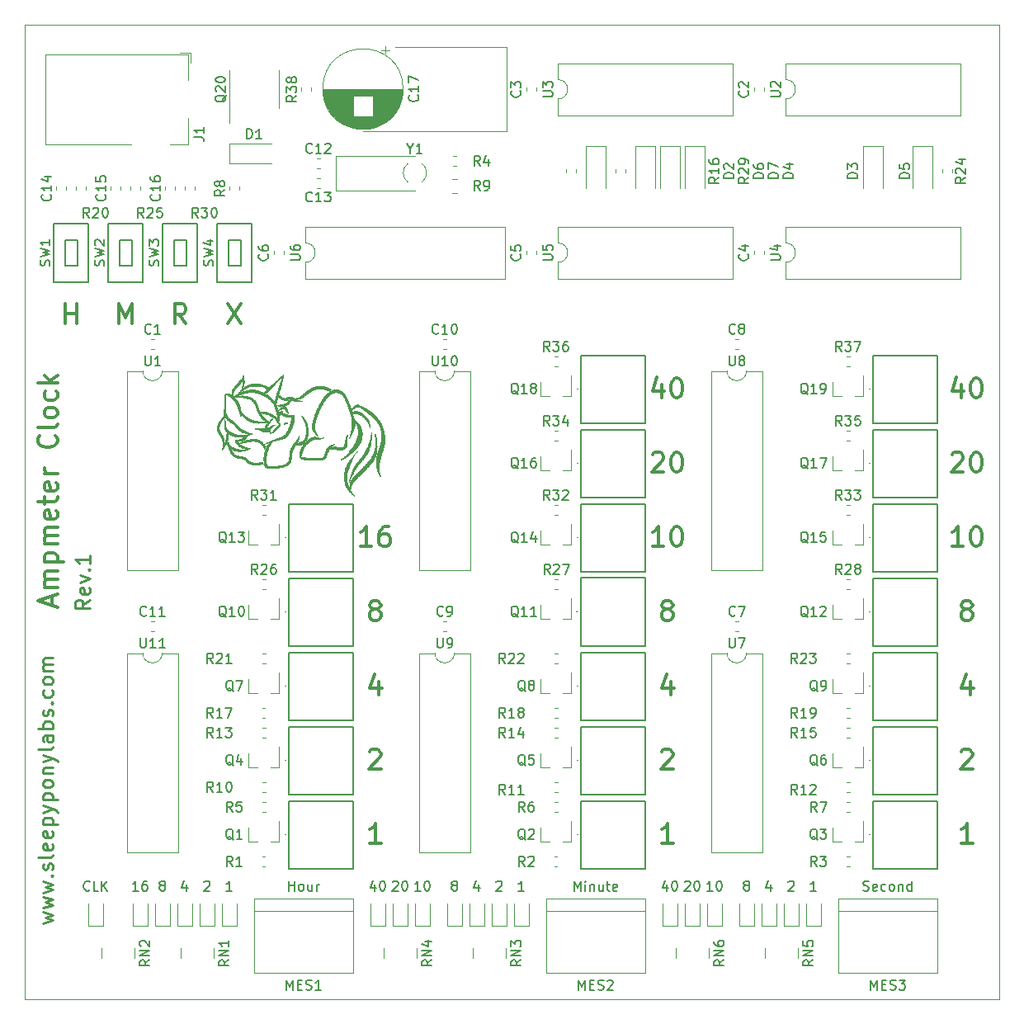
<source format=gbr>
%TF.GenerationSoftware,KiCad,Pcbnew,(5.1.10)-1*%
%TF.CreationDate,2021-06-20T13:28:06+07:00*%
%TF.ProjectId,ampmeter_clock,616d706d-6574-4657-925f-636c6f636b2e,1*%
%TF.SameCoordinates,Original*%
%TF.FileFunction,Legend,Top*%
%TF.FilePolarity,Positive*%
%FSLAX46Y46*%
G04 Gerber Fmt 4.6, Leading zero omitted, Abs format (unit mm)*
G04 Created by KiCad (PCBNEW (5.1.10)-1) date 2021-06-20 13:28:06*
%MOMM*%
%LPD*%
G01*
G04 APERTURE LIST*
%ADD10C,0.250000*%
%ADD11C,0.300000*%
%ADD12C,0.120000*%
%ADD13C,0.150000*%
%ADD14C,0.010000*%
%ADD15C,0.200000*%
G04 APERTURE END LIST*
D10*
X41842571Y-127216571D02*
X42842571Y-126930857D01*
X42128285Y-126645142D01*
X42842571Y-126359428D01*
X41842571Y-126073714D01*
X41842571Y-125645142D02*
X42842571Y-125359428D01*
X42128285Y-125073714D01*
X42842571Y-124788000D01*
X41842571Y-124502285D01*
X41842571Y-124073714D02*
X42842571Y-123788000D01*
X42128285Y-123502285D01*
X42842571Y-123216571D01*
X41842571Y-122930857D01*
X42699714Y-122359428D02*
X42771142Y-122288000D01*
X42842571Y-122359428D01*
X42771142Y-122430857D01*
X42699714Y-122359428D01*
X42842571Y-122359428D01*
X42771142Y-121716571D02*
X42842571Y-121573714D01*
X42842571Y-121288000D01*
X42771142Y-121145142D01*
X42628285Y-121073714D01*
X42556857Y-121073714D01*
X42414000Y-121145142D01*
X42342571Y-121288000D01*
X42342571Y-121502285D01*
X42271142Y-121645142D01*
X42128285Y-121716571D01*
X42056857Y-121716571D01*
X41914000Y-121645142D01*
X41842571Y-121502285D01*
X41842571Y-121288000D01*
X41914000Y-121145142D01*
X42842571Y-120216571D02*
X42771142Y-120359428D01*
X42628285Y-120430857D01*
X41342571Y-120430857D01*
X42771142Y-119073714D02*
X42842571Y-119216571D01*
X42842571Y-119502285D01*
X42771142Y-119645142D01*
X42628285Y-119716571D01*
X42056857Y-119716571D01*
X41914000Y-119645142D01*
X41842571Y-119502285D01*
X41842571Y-119216571D01*
X41914000Y-119073714D01*
X42056857Y-119002285D01*
X42199714Y-119002285D01*
X42342571Y-119716571D01*
X42771142Y-117788000D02*
X42842571Y-117930857D01*
X42842571Y-118216571D01*
X42771142Y-118359428D01*
X42628285Y-118430857D01*
X42056857Y-118430857D01*
X41914000Y-118359428D01*
X41842571Y-118216571D01*
X41842571Y-117930857D01*
X41914000Y-117788000D01*
X42056857Y-117716571D01*
X42199714Y-117716571D01*
X42342571Y-118430857D01*
X41842571Y-117073714D02*
X43342571Y-117073714D01*
X41914000Y-117073714D02*
X41842571Y-116930857D01*
X41842571Y-116645142D01*
X41914000Y-116502285D01*
X41985428Y-116430857D01*
X42128285Y-116359428D01*
X42556857Y-116359428D01*
X42699714Y-116430857D01*
X42771142Y-116502285D01*
X42842571Y-116645142D01*
X42842571Y-116930857D01*
X42771142Y-117073714D01*
X41842571Y-115859428D02*
X42842571Y-115502285D01*
X41842571Y-115145142D02*
X42842571Y-115502285D01*
X43199714Y-115645142D01*
X43271142Y-115716571D01*
X43342571Y-115859428D01*
X41842571Y-114573714D02*
X43342571Y-114573714D01*
X41914000Y-114573714D02*
X41842571Y-114430857D01*
X41842571Y-114145142D01*
X41914000Y-114002285D01*
X41985428Y-113930857D01*
X42128285Y-113859428D01*
X42556857Y-113859428D01*
X42699714Y-113930857D01*
X42771142Y-114002285D01*
X42842571Y-114145142D01*
X42842571Y-114430857D01*
X42771142Y-114573714D01*
X42842571Y-113002285D02*
X42771142Y-113145142D01*
X42699714Y-113216571D01*
X42556857Y-113288000D01*
X42128285Y-113288000D01*
X41985428Y-113216571D01*
X41914000Y-113145142D01*
X41842571Y-113002285D01*
X41842571Y-112788000D01*
X41914000Y-112645142D01*
X41985428Y-112573714D01*
X42128285Y-112502285D01*
X42556857Y-112502285D01*
X42699714Y-112573714D01*
X42771142Y-112645142D01*
X42842571Y-112788000D01*
X42842571Y-113002285D01*
X41842571Y-111859428D02*
X42842571Y-111859428D01*
X41985428Y-111859428D02*
X41914000Y-111788000D01*
X41842571Y-111645142D01*
X41842571Y-111430857D01*
X41914000Y-111288000D01*
X42056857Y-111216571D01*
X42842571Y-111216571D01*
X41842571Y-110645142D02*
X42842571Y-110288000D01*
X41842571Y-109930857D02*
X42842571Y-110288000D01*
X43199714Y-110430857D01*
X43271142Y-110502285D01*
X43342571Y-110645142D01*
X42842571Y-109145142D02*
X42771142Y-109288000D01*
X42628285Y-109359428D01*
X41342571Y-109359428D01*
X42842571Y-107930857D02*
X42056857Y-107930857D01*
X41914000Y-108002285D01*
X41842571Y-108145142D01*
X41842571Y-108430857D01*
X41914000Y-108573714D01*
X42771142Y-107930857D02*
X42842571Y-108073714D01*
X42842571Y-108430857D01*
X42771142Y-108573714D01*
X42628285Y-108645142D01*
X42485428Y-108645142D01*
X42342571Y-108573714D01*
X42271142Y-108430857D01*
X42271142Y-108073714D01*
X42199714Y-107930857D01*
X42842571Y-107216571D02*
X41342571Y-107216571D01*
X41914000Y-107216571D02*
X41842571Y-107073714D01*
X41842571Y-106788000D01*
X41914000Y-106645142D01*
X41985428Y-106573714D01*
X42128285Y-106502285D01*
X42556857Y-106502285D01*
X42699714Y-106573714D01*
X42771142Y-106645142D01*
X42842571Y-106788000D01*
X42842571Y-107073714D01*
X42771142Y-107216571D01*
X42771142Y-105930857D02*
X42842571Y-105788000D01*
X42842571Y-105502285D01*
X42771142Y-105359428D01*
X42628285Y-105288000D01*
X42556857Y-105288000D01*
X42414000Y-105359428D01*
X42342571Y-105502285D01*
X42342571Y-105716571D01*
X42271142Y-105859428D01*
X42128285Y-105930857D01*
X42056857Y-105930857D01*
X41914000Y-105859428D01*
X41842571Y-105716571D01*
X41842571Y-105502285D01*
X41914000Y-105359428D01*
X42699714Y-104645142D02*
X42771142Y-104573714D01*
X42842571Y-104645142D01*
X42771142Y-104716571D01*
X42699714Y-104645142D01*
X42842571Y-104645142D01*
X42771142Y-103288000D02*
X42842571Y-103430857D01*
X42842571Y-103716571D01*
X42771142Y-103859428D01*
X42699714Y-103930857D01*
X42556857Y-104002285D01*
X42128285Y-104002285D01*
X41985428Y-103930857D01*
X41914000Y-103859428D01*
X41842571Y-103716571D01*
X41842571Y-103430857D01*
X41914000Y-103288000D01*
X42842571Y-102430857D02*
X42771142Y-102573714D01*
X42699714Y-102645142D01*
X42556857Y-102716571D01*
X42128285Y-102716571D01*
X41985428Y-102645142D01*
X41914000Y-102573714D01*
X41842571Y-102430857D01*
X41842571Y-102216571D01*
X41914000Y-102073714D01*
X41985428Y-102002285D01*
X42128285Y-101930857D01*
X42556857Y-101930857D01*
X42699714Y-102002285D01*
X42771142Y-102073714D01*
X42842571Y-102216571D01*
X42842571Y-102430857D01*
X42842571Y-101288000D02*
X41842571Y-101288000D01*
X41985428Y-101288000D02*
X41914000Y-101216571D01*
X41842571Y-101073714D01*
X41842571Y-100859428D01*
X41914000Y-100716571D01*
X42056857Y-100645142D01*
X42842571Y-100645142D01*
X42056857Y-100645142D02*
X41914000Y-100573714D01*
X41842571Y-100430857D01*
X41842571Y-100216571D01*
X41914000Y-100073714D01*
X42056857Y-100002285D01*
X42842571Y-100002285D01*
X46652571Y-94023428D02*
X45938285Y-94523428D01*
X46652571Y-94880571D02*
X45152571Y-94880571D01*
X45152571Y-94309142D01*
X45224000Y-94166285D01*
X45295428Y-94094857D01*
X45438285Y-94023428D01*
X45652571Y-94023428D01*
X45795428Y-94094857D01*
X45866857Y-94166285D01*
X45938285Y-94309142D01*
X45938285Y-94880571D01*
X46581142Y-92809142D02*
X46652571Y-92952000D01*
X46652571Y-93237714D01*
X46581142Y-93380571D01*
X46438285Y-93452000D01*
X45866857Y-93452000D01*
X45724000Y-93380571D01*
X45652571Y-93237714D01*
X45652571Y-92952000D01*
X45724000Y-92809142D01*
X45866857Y-92737714D01*
X46009714Y-92737714D01*
X46152571Y-93452000D01*
X45652571Y-92237714D02*
X46652571Y-91880571D01*
X45652571Y-91523428D01*
X46509714Y-90952000D02*
X46581142Y-90880571D01*
X46652571Y-90952000D01*
X46581142Y-91023428D01*
X46509714Y-90952000D01*
X46652571Y-90952000D01*
X46652571Y-89452000D02*
X46652571Y-90309142D01*
X46652571Y-89880571D02*
X45152571Y-89880571D01*
X45366857Y-90023428D01*
X45509714Y-90166285D01*
X45581142Y-90309142D01*
D11*
X42751333Y-94613523D02*
X42751333Y-93661142D01*
X43322761Y-94804000D02*
X41322761Y-94137333D01*
X43322761Y-93470666D01*
X43322761Y-92804000D02*
X41989428Y-92804000D01*
X42179904Y-92804000D02*
X42084666Y-92708761D01*
X41989428Y-92518285D01*
X41989428Y-92232571D01*
X42084666Y-92042095D01*
X42275142Y-91946857D01*
X43322761Y-91946857D01*
X42275142Y-91946857D02*
X42084666Y-91851619D01*
X41989428Y-91661142D01*
X41989428Y-91375428D01*
X42084666Y-91184952D01*
X42275142Y-91089714D01*
X43322761Y-91089714D01*
X41989428Y-90137333D02*
X43989428Y-90137333D01*
X42084666Y-90137333D02*
X41989428Y-89946857D01*
X41989428Y-89565904D01*
X42084666Y-89375428D01*
X42179904Y-89280190D01*
X42370380Y-89184952D01*
X42941809Y-89184952D01*
X43132285Y-89280190D01*
X43227523Y-89375428D01*
X43322761Y-89565904D01*
X43322761Y-89946857D01*
X43227523Y-90137333D01*
X43322761Y-88327809D02*
X41989428Y-88327809D01*
X42179904Y-88327809D02*
X42084666Y-88232571D01*
X41989428Y-88042095D01*
X41989428Y-87756380D01*
X42084666Y-87565904D01*
X42275142Y-87470666D01*
X43322761Y-87470666D01*
X42275142Y-87470666D02*
X42084666Y-87375428D01*
X41989428Y-87184952D01*
X41989428Y-86899238D01*
X42084666Y-86708761D01*
X42275142Y-86613523D01*
X43322761Y-86613523D01*
X43227523Y-84899238D02*
X43322761Y-85089714D01*
X43322761Y-85470666D01*
X43227523Y-85661142D01*
X43037047Y-85756380D01*
X42275142Y-85756380D01*
X42084666Y-85661142D01*
X41989428Y-85470666D01*
X41989428Y-85089714D01*
X42084666Y-84899238D01*
X42275142Y-84804000D01*
X42465619Y-84804000D01*
X42656095Y-85756380D01*
X41989428Y-84232571D02*
X41989428Y-83470666D01*
X41322761Y-83946857D02*
X43037047Y-83946857D01*
X43227523Y-83851619D01*
X43322761Y-83661142D01*
X43322761Y-83470666D01*
X43227523Y-82042095D02*
X43322761Y-82232571D01*
X43322761Y-82613523D01*
X43227523Y-82804000D01*
X43037047Y-82899238D01*
X42275142Y-82899238D01*
X42084666Y-82804000D01*
X41989428Y-82613523D01*
X41989428Y-82232571D01*
X42084666Y-82042095D01*
X42275142Y-81946857D01*
X42465619Y-81946857D01*
X42656095Y-82899238D01*
X43322761Y-81089714D02*
X41989428Y-81089714D01*
X42370380Y-81089714D02*
X42179904Y-80994476D01*
X42084666Y-80899238D01*
X41989428Y-80708761D01*
X41989428Y-80518285D01*
X43132285Y-77184952D02*
X43227523Y-77280190D01*
X43322761Y-77565904D01*
X43322761Y-77756380D01*
X43227523Y-78042095D01*
X43037047Y-78232571D01*
X42846571Y-78327809D01*
X42465619Y-78423047D01*
X42179904Y-78423047D01*
X41798952Y-78327809D01*
X41608476Y-78232571D01*
X41418000Y-78042095D01*
X41322761Y-77756380D01*
X41322761Y-77565904D01*
X41418000Y-77280190D01*
X41513238Y-77184952D01*
X43322761Y-76042095D02*
X43227523Y-76232571D01*
X43037047Y-76327809D01*
X41322761Y-76327809D01*
X43322761Y-74994476D02*
X43227523Y-75184952D01*
X43132285Y-75280190D01*
X42941809Y-75375428D01*
X42370380Y-75375428D01*
X42179904Y-75280190D01*
X42084666Y-75184952D01*
X41989428Y-74994476D01*
X41989428Y-74708761D01*
X42084666Y-74518285D01*
X42179904Y-74423047D01*
X42370380Y-74327809D01*
X42941809Y-74327809D01*
X43132285Y-74423047D01*
X43227523Y-74518285D01*
X43322761Y-74708761D01*
X43322761Y-74994476D01*
X43227523Y-72613523D02*
X43322761Y-72804000D01*
X43322761Y-73184952D01*
X43227523Y-73375428D01*
X43132285Y-73470666D01*
X42941809Y-73565904D01*
X42370380Y-73565904D01*
X42179904Y-73470666D01*
X42084666Y-73375428D01*
X41989428Y-73184952D01*
X41989428Y-72804000D01*
X42084666Y-72613523D01*
X43322761Y-71756380D02*
X41322761Y-71756380D01*
X42560857Y-71565904D02*
X43322761Y-70994476D01*
X41989428Y-70994476D02*
X42751333Y-71756380D01*
X60801333Y-63674761D02*
X62134666Y-65674761D01*
X62134666Y-63674761D02*
X60801333Y-65674761D01*
X56499047Y-65674761D02*
X55832380Y-64722380D01*
X55356190Y-65674761D02*
X55356190Y-63674761D01*
X56118095Y-63674761D01*
X56308571Y-63770000D01*
X56403809Y-63865238D01*
X56499047Y-64055714D01*
X56499047Y-64341428D01*
X56403809Y-64531904D01*
X56308571Y-64627142D01*
X56118095Y-64722380D01*
X55356190Y-64722380D01*
X49625333Y-65674761D02*
X49625333Y-63674761D01*
X50292000Y-65103333D01*
X50958666Y-63674761D01*
X50958666Y-65674761D01*
X44132571Y-65674761D02*
X44132571Y-63674761D01*
X44132571Y-64627142D02*
X45275428Y-64627142D01*
X45275428Y-65674761D02*
X45275428Y-63674761D01*
X135128190Y-79105238D02*
X135223428Y-79010000D01*
X135413904Y-78914761D01*
X135890095Y-78914761D01*
X136080571Y-79010000D01*
X136175809Y-79105238D01*
X136271047Y-79295714D01*
X136271047Y-79486190D01*
X136175809Y-79771904D01*
X135032952Y-80914761D01*
X136271047Y-80914761D01*
X137509142Y-78914761D02*
X137699619Y-78914761D01*
X137890095Y-79010000D01*
X137985333Y-79105238D01*
X138080571Y-79295714D01*
X138175809Y-79676666D01*
X138175809Y-80152857D01*
X138080571Y-80533809D01*
X137985333Y-80724285D01*
X137890095Y-80819523D01*
X137699619Y-80914761D01*
X137509142Y-80914761D01*
X137318666Y-80819523D01*
X137223428Y-80724285D01*
X137128190Y-80533809D01*
X137032952Y-80152857D01*
X137032952Y-79676666D01*
X137128190Y-79295714D01*
X137223428Y-79105238D01*
X137318666Y-79010000D01*
X137509142Y-78914761D01*
X136080571Y-71961428D02*
X136080571Y-73294761D01*
X135604380Y-71199523D02*
X135128190Y-72628095D01*
X136366285Y-72628095D01*
X137509142Y-71294761D02*
X137699619Y-71294761D01*
X137890095Y-71390000D01*
X137985333Y-71485238D01*
X138080571Y-71675714D01*
X138175809Y-72056666D01*
X138175809Y-72532857D01*
X138080571Y-72913809D01*
X137985333Y-73104285D01*
X137890095Y-73199523D01*
X137699619Y-73294761D01*
X137509142Y-73294761D01*
X137318666Y-73199523D01*
X137223428Y-73104285D01*
X137128190Y-72913809D01*
X137032952Y-72532857D01*
X137032952Y-72056666D01*
X137128190Y-71675714D01*
X137223428Y-71485238D01*
X137318666Y-71390000D01*
X137509142Y-71294761D01*
X137032952Y-102441428D02*
X137032952Y-103774761D01*
X136556761Y-101679523D02*
X136080571Y-103108095D01*
X137318666Y-103108095D01*
X136080571Y-109585238D02*
X136175809Y-109490000D01*
X136366285Y-109394761D01*
X136842476Y-109394761D01*
X137032952Y-109490000D01*
X137128190Y-109585238D01*
X137223428Y-109775714D01*
X137223428Y-109966190D01*
X137128190Y-110251904D01*
X135985333Y-111394761D01*
X137223428Y-111394761D01*
X136461523Y-95011904D02*
X136271047Y-94916666D01*
X136175809Y-94821428D01*
X136080571Y-94630952D01*
X136080571Y-94535714D01*
X136175809Y-94345238D01*
X136271047Y-94250000D01*
X136461523Y-94154761D01*
X136842476Y-94154761D01*
X137032952Y-94250000D01*
X137128190Y-94345238D01*
X137223428Y-94535714D01*
X137223428Y-94630952D01*
X137128190Y-94821428D01*
X137032952Y-94916666D01*
X136842476Y-95011904D01*
X136461523Y-95011904D01*
X136271047Y-95107142D01*
X136175809Y-95202380D01*
X136080571Y-95392857D01*
X136080571Y-95773809D01*
X136175809Y-95964285D01*
X136271047Y-96059523D01*
X136461523Y-96154761D01*
X136842476Y-96154761D01*
X137032952Y-96059523D01*
X137128190Y-95964285D01*
X137223428Y-95773809D01*
X137223428Y-95392857D01*
X137128190Y-95202380D01*
X137032952Y-95107142D01*
X136842476Y-95011904D01*
X136271047Y-88534761D02*
X135128190Y-88534761D01*
X135699619Y-88534761D02*
X135699619Y-86534761D01*
X135509142Y-86820476D01*
X135318666Y-87010952D01*
X135128190Y-87106190D01*
X137509142Y-86534761D02*
X137699619Y-86534761D01*
X137890095Y-86630000D01*
X137985333Y-86725238D01*
X138080571Y-86915714D01*
X138175809Y-87296666D01*
X138175809Y-87772857D01*
X138080571Y-88153809D01*
X137985333Y-88344285D01*
X137890095Y-88439523D01*
X137699619Y-88534761D01*
X137509142Y-88534761D01*
X137318666Y-88439523D01*
X137223428Y-88344285D01*
X137128190Y-88153809D01*
X137032952Y-87772857D01*
X137032952Y-87296666D01*
X137128190Y-86915714D01*
X137223428Y-86725238D01*
X137318666Y-86630000D01*
X137509142Y-86534761D01*
X137223428Y-119014761D02*
X136080571Y-119014761D01*
X136652000Y-119014761D02*
X136652000Y-117014761D01*
X136461523Y-117300476D01*
X136271047Y-117490952D01*
X136080571Y-117586190D01*
X105346571Y-71961428D02*
X105346571Y-73294761D01*
X104870380Y-71199523D02*
X104394190Y-72628095D01*
X105632285Y-72628095D01*
X106775142Y-71294761D02*
X106965619Y-71294761D01*
X107156095Y-71390000D01*
X107251333Y-71485238D01*
X107346571Y-71675714D01*
X107441809Y-72056666D01*
X107441809Y-72532857D01*
X107346571Y-72913809D01*
X107251333Y-73104285D01*
X107156095Y-73199523D01*
X106965619Y-73294761D01*
X106775142Y-73294761D01*
X106584666Y-73199523D01*
X106489428Y-73104285D01*
X106394190Y-72913809D01*
X106298952Y-72532857D01*
X106298952Y-72056666D01*
X106394190Y-71675714D01*
X106489428Y-71485238D01*
X106584666Y-71390000D01*
X106775142Y-71294761D01*
X104394190Y-79105238D02*
X104489428Y-79010000D01*
X104679904Y-78914761D01*
X105156095Y-78914761D01*
X105346571Y-79010000D01*
X105441809Y-79105238D01*
X105537047Y-79295714D01*
X105537047Y-79486190D01*
X105441809Y-79771904D01*
X104298952Y-80914761D01*
X105537047Y-80914761D01*
X106775142Y-78914761D02*
X106965619Y-78914761D01*
X107156095Y-79010000D01*
X107251333Y-79105238D01*
X107346571Y-79295714D01*
X107441809Y-79676666D01*
X107441809Y-80152857D01*
X107346571Y-80533809D01*
X107251333Y-80724285D01*
X107156095Y-80819523D01*
X106965619Y-80914761D01*
X106775142Y-80914761D01*
X106584666Y-80819523D01*
X106489428Y-80724285D01*
X106394190Y-80533809D01*
X106298952Y-80152857D01*
X106298952Y-79676666D01*
X106394190Y-79295714D01*
X106489428Y-79105238D01*
X106584666Y-79010000D01*
X106775142Y-78914761D01*
X105537047Y-88534761D02*
X104394190Y-88534761D01*
X104965619Y-88534761D02*
X104965619Y-86534761D01*
X104775142Y-86820476D01*
X104584666Y-87010952D01*
X104394190Y-87106190D01*
X106775142Y-86534761D02*
X106965619Y-86534761D01*
X107156095Y-86630000D01*
X107251333Y-86725238D01*
X107346571Y-86915714D01*
X107441809Y-87296666D01*
X107441809Y-87772857D01*
X107346571Y-88153809D01*
X107251333Y-88344285D01*
X107156095Y-88439523D01*
X106965619Y-88534761D01*
X106775142Y-88534761D01*
X106584666Y-88439523D01*
X106489428Y-88344285D01*
X106394190Y-88153809D01*
X106298952Y-87772857D01*
X106298952Y-87296666D01*
X106394190Y-86915714D01*
X106489428Y-86725238D01*
X106584666Y-86630000D01*
X106775142Y-86534761D01*
X105727523Y-95011904D02*
X105537047Y-94916666D01*
X105441809Y-94821428D01*
X105346571Y-94630952D01*
X105346571Y-94535714D01*
X105441809Y-94345238D01*
X105537047Y-94250000D01*
X105727523Y-94154761D01*
X106108476Y-94154761D01*
X106298952Y-94250000D01*
X106394190Y-94345238D01*
X106489428Y-94535714D01*
X106489428Y-94630952D01*
X106394190Y-94821428D01*
X106298952Y-94916666D01*
X106108476Y-95011904D01*
X105727523Y-95011904D01*
X105537047Y-95107142D01*
X105441809Y-95202380D01*
X105346571Y-95392857D01*
X105346571Y-95773809D01*
X105441809Y-95964285D01*
X105537047Y-96059523D01*
X105727523Y-96154761D01*
X106108476Y-96154761D01*
X106298952Y-96059523D01*
X106394190Y-95964285D01*
X106489428Y-95773809D01*
X106489428Y-95392857D01*
X106394190Y-95202380D01*
X106298952Y-95107142D01*
X106108476Y-95011904D01*
X106298952Y-102441428D02*
X106298952Y-103774761D01*
X105822761Y-101679523D02*
X105346571Y-103108095D01*
X106584666Y-103108095D01*
X105346571Y-109585238D02*
X105441809Y-109490000D01*
X105632285Y-109394761D01*
X106108476Y-109394761D01*
X106298952Y-109490000D01*
X106394190Y-109585238D01*
X106489428Y-109775714D01*
X106489428Y-109966190D01*
X106394190Y-110251904D01*
X105251333Y-111394761D01*
X106489428Y-111394761D01*
X106489428Y-119014761D02*
X105346571Y-119014761D01*
X105918000Y-119014761D02*
X105918000Y-117014761D01*
X105727523Y-117300476D01*
X105537047Y-117490952D01*
X105346571Y-117586190D01*
X75565047Y-88534761D02*
X74422190Y-88534761D01*
X74993619Y-88534761D02*
X74993619Y-86534761D01*
X74803142Y-86820476D01*
X74612666Y-87010952D01*
X74422190Y-87106190D01*
X77279333Y-86534761D02*
X76898380Y-86534761D01*
X76707904Y-86630000D01*
X76612666Y-86725238D01*
X76422190Y-87010952D01*
X76326952Y-87391904D01*
X76326952Y-88153809D01*
X76422190Y-88344285D01*
X76517428Y-88439523D01*
X76707904Y-88534761D01*
X77088857Y-88534761D01*
X77279333Y-88439523D01*
X77374571Y-88344285D01*
X77469809Y-88153809D01*
X77469809Y-87677619D01*
X77374571Y-87487142D01*
X77279333Y-87391904D01*
X77088857Y-87296666D01*
X76707904Y-87296666D01*
X76517428Y-87391904D01*
X76422190Y-87487142D01*
X76326952Y-87677619D01*
X75755523Y-95011904D02*
X75565047Y-94916666D01*
X75469809Y-94821428D01*
X75374571Y-94630952D01*
X75374571Y-94535714D01*
X75469809Y-94345238D01*
X75565047Y-94250000D01*
X75755523Y-94154761D01*
X76136476Y-94154761D01*
X76326952Y-94250000D01*
X76422190Y-94345238D01*
X76517428Y-94535714D01*
X76517428Y-94630952D01*
X76422190Y-94821428D01*
X76326952Y-94916666D01*
X76136476Y-95011904D01*
X75755523Y-95011904D01*
X75565047Y-95107142D01*
X75469809Y-95202380D01*
X75374571Y-95392857D01*
X75374571Y-95773809D01*
X75469809Y-95964285D01*
X75565047Y-96059523D01*
X75755523Y-96154761D01*
X76136476Y-96154761D01*
X76326952Y-96059523D01*
X76422190Y-95964285D01*
X76517428Y-95773809D01*
X76517428Y-95392857D01*
X76422190Y-95202380D01*
X76326952Y-95107142D01*
X76136476Y-95011904D01*
X76326952Y-102441428D02*
X76326952Y-103774761D01*
X75850761Y-101679523D02*
X75374571Y-103108095D01*
X76612666Y-103108095D01*
X75374571Y-109585238D02*
X75469809Y-109490000D01*
X75660285Y-109394761D01*
X76136476Y-109394761D01*
X76326952Y-109490000D01*
X76422190Y-109585238D01*
X76517428Y-109775714D01*
X76517428Y-109966190D01*
X76422190Y-110251904D01*
X75279333Y-111394761D01*
X76517428Y-111394761D01*
X76517428Y-119014761D02*
X75374571Y-119014761D01*
X75946000Y-119014761D02*
X75946000Y-117014761D01*
X75755523Y-117300476D01*
X75565047Y-117490952D01*
X75374571Y-117586190D01*
D12*
X71882000Y-52070000D02*
X80010000Y-52070000D01*
X71882000Y-48514000D02*
X71882000Y-52070000D01*
X80010000Y-48514000D02*
X71882000Y-48514000D01*
X74676000Y-45974000D02*
X89408000Y-45974000D01*
X89408000Y-37338000D02*
X77978000Y-37338000D01*
X89408000Y-45974000D02*
X89408000Y-37338000D01*
D13*
X126024000Y-123848761D02*
X126166857Y-123896380D01*
X126404952Y-123896380D01*
X126500190Y-123848761D01*
X126547809Y-123801142D01*
X126595428Y-123705904D01*
X126595428Y-123610666D01*
X126547809Y-123515428D01*
X126500190Y-123467809D01*
X126404952Y-123420190D01*
X126214476Y-123372571D01*
X126119238Y-123324952D01*
X126071619Y-123277333D01*
X126024000Y-123182095D01*
X126024000Y-123086857D01*
X126071619Y-122991619D01*
X126119238Y-122944000D01*
X126214476Y-122896380D01*
X126452571Y-122896380D01*
X126595428Y-122944000D01*
X127404952Y-123848761D02*
X127309714Y-123896380D01*
X127119238Y-123896380D01*
X127024000Y-123848761D01*
X126976380Y-123753523D01*
X126976380Y-123372571D01*
X127024000Y-123277333D01*
X127119238Y-123229714D01*
X127309714Y-123229714D01*
X127404952Y-123277333D01*
X127452571Y-123372571D01*
X127452571Y-123467809D01*
X126976380Y-123563047D01*
X128309714Y-123848761D02*
X128214476Y-123896380D01*
X128024000Y-123896380D01*
X127928761Y-123848761D01*
X127881142Y-123801142D01*
X127833523Y-123705904D01*
X127833523Y-123420190D01*
X127881142Y-123324952D01*
X127928761Y-123277333D01*
X128024000Y-123229714D01*
X128214476Y-123229714D01*
X128309714Y-123277333D01*
X128881142Y-123896380D02*
X128785904Y-123848761D01*
X128738285Y-123801142D01*
X128690666Y-123705904D01*
X128690666Y-123420190D01*
X128738285Y-123324952D01*
X128785904Y-123277333D01*
X128881142Y-123229714D01*
X129024000Y-123229714D01*
X129119238Y-123277333D01*
X129166857Y-123324952D01*
X129214476Y-123420190D01*
X129214476Y-123705904D01*
X129166857Y-123801142D01*
X129119238Y-123848761D01*
X129024000Y-123896380D01*
X128881142Y-123896380D01*
X129643047Y-123229714D02*
X129643047Y-123896380D01*
X129643047Y-123324952D02*
X129690666Y-123277333D01*
X129785904Y-123229714D01*
X129928761Y-123229714D01*
X130024000Y-123277333D01*
X130071619Y-123372571D01*
X130071619Y-123896380D01*
X130976380Y-123896380D02*
X130976380Y-122896380D01*
X130976380Y-123848761D02*
X130881142Y-123896380D01*
X130690666Y-123896380D01*
X130595428Y-123848761D01*
X130547809Y-123801142D01*
X130500190Y-123705904D01*
X130500190Y-123420190D01*
X130547809Y-123324952D01*
X130595428Y-123277333D01*
X130690666Y-123229714D01*
X130881142Y-123229714D01*
X130976380Y-123277333D01*
X96361523Y-123896380D02*
X96361523Y-122896380D01*
X96694857Y-123610666D01*
X97028190Y-122896380D01*
X97028190Y-123896380D01*
X97504380Y-123896380D02*
X97504380Y-123229714D01*
X97504380Y-122896380D02*
X97456761Y-122944000D01*
X97504380Y-122991619D01*
X97552000Y-122944000D01*
X97504380Y-122896380D01*
X97504380Y-122991619D01*
X97980571Y-123229714D02*
X97980571Y-123896380D01*
X97980571Y-123324952D02*
X98028190Y-123277333D01*
X98123428Y-123229714D01*
X98266285Y-123229714D01*
X98361523Y-123277333D01*
X98409142Y-123372571D01*
X98409142Y-123896380D01*
X99313904Y-123229714D02*
X99313904Y-123896380D01*
X98885333Y-123229714D02*
X98885333Y-123753523D01*
X98932952Y-123848761D01*
X99028190Y-123896380D01*
X99171047Y-123896380D01*
X99266285Y-123848761D01*
X99313904Y-123801142D01*
X99647238Y-123229714D02*
X100028190Y-123229714D01*
X99790095Y-122896380D02*
X99790095Y-123753523D01*
X99837714Y-123848761D01*
X99932952Y-123896380D01*
X100028190Y-123896380D01*
X100742476Y-123848761D02*
X100647238Y-123896380D01*
X100456761Y-123896380D01*
X100361523Y-123848761D01*
X100313904Y-123753523D01*
X100313904Y-123372571D01*
X100361523Y-123277333D01*
X100456761Y-123229714D01*
X100647238Y-123229714D01*
X100742476Y-123277333D01*
X100790095Y-123372571D01*
X100790095Y-123467809D01*
X100313904Y-123563047D01*
X67080000Y-123896380D02*
X67080000Y-122896380D01*
X67080000Y-123372571D02*
X67651428Y-123372571D01*
X67651428Y-123896380D02*
X67651428Y-122896380D01*
X68270476Y-123896380D02*
X68175238Y-123848761D01*
X68127619Y-123801142D01*
X68080000Y-123705904D01*
X68080000Y-123420190D01*
X68127619Y-123324952D01*
X68175238Y-123277333D01*
X68270476Y-123229714D01*
X68413333Y-123229714D01*
X68508571Y-123277333D01*
X68556190Y-123324952D01*
X68603809Y-123420190D01*
X68603809Y-123705904D01*
X68556190Y-123801142D01*
X68508571Y-123848761D01*
X68413333Y-123896380D01*
X68270476Y-123896380D01*
X69460952Y-123229714D02*
X69460952Y-123896380D01*
X69032380Y-123229714D02*
X69032380Y-123753523D01*
X69080000Y-123848761D01*
X69175238Y-123896380D01*
X69318095Y-123896380D01*
X69413333Y-123848761D01*
X69460952Y-123801142D01*
X69937142Y-123896380D02*
X69937142Y-123229714D01*
X69937142Y-123420190D02*
X69984761Y-123324952D01*
X70032380Y-123277333D01*
X70127619Y-123229714D01*
X70222857Y-123229714D01*
X61245714Y-123896380D02*
X60674285Y-123896380D01*
X60960000Y-123896380D02*
X60960000Y-122896380D01*
X60864761Y-123039238D01*
X60769523Y-123134476D01*
X60674285Y-123182095D01*
X58388285Y-122991619D02*
X58435904Y-122944000D01*
X58531142Y-122896380D01*
X58769238Y-122896380D01*
X58864476Y-122944000D01*
X58912095Y-122991619D01*
X58959714Y-123086857D01*
X58959714Y-123182095D01*
X58912095Y-123324952D01*
X58340666Y-123896380D01*
X58959714Y-123896380D01*
X56578476Y-123229714D02*
X56578476Y-123896380D01*
X56340380Y-122848761D02*
X56102285Y-123563047D01*
X56721333Y-123563047D01*
X54006761Y-123324952D02*
X53911523Y-123277333D01*
X53863904Y-123229714D01*
X53816285Y-123134476D01*
X53816285Y-123086857D01*
X53863904Y-122991619D01*
X53911523Y-122944000D01*
X54006761Y-122896380D01*
X54197238Y-122896380D01*
X54292476Y-122944000D01*
X54340095Y-122991619D01*
X54387714Y-123086857D01*
X54387714Y-123134476D01*
X54340095Y-123229714D01*
X54292476Y-123277333D01*
X54197238Y-123324952D01*
X54006761Y-123324952D01*
X53911523Y-123372571D01*
X53863904Y-123420190D01*
X53816285Y-123515428D01*
X53816285Y-123705904D01*
X53863904Y-123801142D01*
X53911523Y-123848761D01*
X54006761Y-123896380D01*
X54197238Y-123896380D01*
X54292476Y-123848761D01*
X54340095Y-123801142D01*
X54387714Y-123705904D01*
X54387714Y-123515428D01*
X54340095Y-123420190D01*
X54292476Y-123372571D01*
X54197238Y-123324952D01*
X51625523Y-123896380D02*
X51054095Y-123896380D01*
X51339809Y-123896380D02*
X51339809Y-122896380D01*
X51244571Y-123039238D01*
X51149333Y-123134476D01*
X51054095Y-123182095D01*
X52482666Y-122896380D02*
X52292190Y-122896380D01*
X52196952Y-122944000D01*
X52149333Y-122991619D01*
X52054095Y-123134476D01*
X52006476Y-123324952D01*
X52006476Y-123705904D01*
X52054095Y-123801142D01*
X52101714Y-123848761D01*
X52196952Y-123896380D01*
X52387428Y-123896380D01*
X52482666Y-123848761D01*
X52530285Y-123801142D01*
X52577904Y-123705904D01*
X52577904Y-123467809D01*
X52530285Y-123372571D01*
X52482666Y-123324952D01*
X52387428Y-123277333D01*
X52196952Y-123277333D01*
X52101714Y-123324952D01*
X52054095Y-123372571D01*
X52006476Y-123467809D01*
X46648761Y-123801142D02*
X46601142Y-123848761D01*
X46458285Y-123896380D01*
X46363047Y-123896380D01*
X46220190Y-123848761D01*
X46124952Y-123753523D01*
X46077333Y-123658285D01*
X46029714Y-123467809D01*
X46029714Y-123324952D01*
X46077333Y-123134476D01*
X46124952Y-123039238D01*
X46220190Y-122944000D01*
X46363047Y-122896380D01*
X46458285Y-122896380D01*
X46601142Y-122944000D01*
X46648761Y-122991619D01*
X47553523Y-123896380D02*
X47077333Y-123896380D01*
X47077333Y-122896380D01*
X47886857Y-123896380D02*
X47886857Y-122896380D01*
X48458285Y-123896380D02*
X48029714Y-123324952D01*
X48458285Y-122896380D02*
X47886857Y-123467809D01*
X121189714Y-123896380D02*
X120618285Y-123896380D01*
X120904000Y-123896380D02*
X120904000Y-122896380D01*
X120808761Y-123039238D01*
X120713523Y-123134476D01*
X120618285Y-123182095D01*
X118332285Y-122991619D02*
X118379904Y-122944000D01*
X118475142Y-122896380D01*
X118713238Y-122896380D01*
X118808476Y-122944000D01*
X118856095Y-122991619D01*
X118903714Y-123086857D01*
X118903714Y-123182095D01*
X118856095Y-123324952D01*
X118284666Y-123896380D01*
X118903714Y-123896380D01*
X105886285Y-123229714D02*
X105886285Y-123896380D01*
X105648190Y-122848761D02*
X105410095Y-123563047D01*
X106029142Y-123563047D01*
X106600571Y-122896380D02*
X106695809Y-122896380D01*
X106791047Y-122944000D01*
X106838666Y-122991619D01*
X106886285Y-123086857D01*
X106933904Y-123277333D01*
X106933904Y-123515428D01*
X106886285Y-123705904D01*
X106838666Y-123801142D01*
X106791047Y-123848761D01*
X106695809Y-123896380D01*
X106600571Y-123896380D01*
X106505333Y-123848761D01*
X106457714Y-123801142D01*
X106410095Y-123705904D01*
X106362476Y-123515428D01*
X106362476Y-123277333D01*
X106410095Y-123086857D01*
X106457714Y-122991619D01*
X106505333Y-122944000D01*
X106600571Y-122896380D01*
X116522476Y-123229714D02*
X116522476Y-123896380D01*
X116284380Y-122848761D02*
X116046285Y-123563047D01*
X116665333Y-123563047D01*
X110553523Y-123896380D02*
X109982095Y-123896380D01*
X110267809Y-123896380D02*
X110267809Y-122896380D01*
X110172571Y-123039238D01*
X110077333Y-123134476D01*
X109982095Y-123182095D01*
X111172571Y-122896380D02*
X111267809Y-122896380D01*
X111363047Y-122944000D01*
X111410666Y-122991619D01*
X111458285Y-123086857D01*
X111505904Y-123277333D01*
X111505904Y-123515428D01*
X111458285Y-123705904D01*
X111410666Y-123801142D01*
X111363047Y-123848761D01*
X111267809Y-123896380D01*
X111172571Y-123896380D01*
X111077333Y-123848761D01*
X111029714Y-123801142D01*
X110982095Y-123705904D01*
X110934476Y-123515428D01*
X110934476Y-123277333D01*
X110982095Y-123086857D01*
X111029714Y-122991619D01*
X111077333Y-122944000D01*
X111172571Y-122896380D01*
X107696095Y-122991619D02*
X107743714Y-122944000D01*
X107838952Y-122896380D01*
X108077047Y-122896380D01*
X108172285Y-122944000D01*
X108219904Y-122991619D01*
X108267523Y-123086857D01*
X108267523Y-123182095D01*
X108219904Y-123324952D01*
X107648476Y-123896380D01*
X108267523Y-123896380D01*
X108886571Y-122896380D02*
X108981809Y-122896380D01*
X109077047Y-122944000D01*
X109124666Y-122991619D01*
X109172285Y-123086857D01*
X109219904Y-123277333D01*
X109219904Y-123515428D01*
X109172285Y-123705904D01*
X109124666Y-123801142D01*
X109077047Y-123848761D01*
X108981809Y-123896380D01*
X108886571Y-123896380D01*
X108791333Y-123848761D01*
X108743714Y-123801142D01*
X108696095Y-123705904D01*
X108648476Y-123515428D01*
X108648476Y-123277333D01*
X108696095Y-123086857D01*
X108743714Y-122991619D01*
X108791333Y-122944000D01*
X108886571Y-122896380D01*
X113950761Y-123324952D02*
X113855523Y-123277333D01*
X113807904Y-123229714D01*
X113760285Y-123134476D01*
X113760285Y-123086857D01*
X113807904Y-122991619D01*
X113855523Y-122944000D01*
X113950761Y-122896380D01*
X114141238Y-122896380D01*
X114236476Y-122944000D01*
X114284095Y-122991619D01*
X114331714Y-123086857D01*
X114331714Y-123134476D01*
X114284095Y-123229714D01*
X114236476Y-123277333D01*
X114141238Y-123324952D01*
X113950761Y-123324952D01*
X113855523Y-123372571D01*
X113807904Y-123420190D01*
X113760285Y-123515428D01*
X113760285Y-123705904D01*
X113807904Y-123801142D01*
X113855523Y-123848761D01*
X113950761Y-123896380D01*
X114141238Y-123896380D01*
X114236476Y-123848761D01*
X114284095Y-123801142D01*
X114331714Y-123705904D01*
X114331714Y-123515428D01*
X114284095Y-123420190D01*
X114236476Y-123372571D01*
X114141238Y-123324952D01*
X91217714Y-123896380D02*
X90646285Y-123896380D01*
X90932000Y-123896380D02*
X90932000Y-122896380D01*
X90836761Y-123039238D01*
X90741523Y-123134476D01*
X90646285Y-123182095D01*
X88360285Y-122991619D02*
X88407904Y-122944000D01*
X88503142Y-122896380D01*
X88741238Y-122896380D01*
X88836476Y-122944000D01*
X88884095Y-122991619D01*
X88931714Y-123086857D01*
X88931714Y-123182095D01*
X88884095Y-123324952D01*
X88312666Y-123896380D01*
X88931714Y-123896380D01*
X86550476Y-123229714D02*
X86550476Y-123896380D01*
X86312380Y-122848761D02*
X86074285Y-123563047D01*
X86693333Y-123563047D01*
X83978761Y-123324952D02*
X83883523Y-123277333D01*
X83835904Y-123229714D01*
X83788285Y-123134476D01*
X83788285Y-123086857D01*
X83835904Y-122991619D01*
X83883523Y-122944000D01*
X83978761Y-122896380D01*
X84169238Y-122896380D01*
X84264476Y-122944000D01*
X84312095Y-122991619D01*
X84359714Y-123086857D01*
X84359714Y-123134476D01*
X84312095Y-123229714D01*
X84264476Y-123277333D01*
X84169238Y-123324952D01*
X83978761Y-123324952D01*
X83883523Y-123372571D01*
X83835904Y-123420190D01*
X83788285Y-123515428D01*
X83788285Y-123705904D01*
X83835904Y-123801142D01*
X83883523Y-123848761D01*
X83978761Y-123896380D01*
X84169238Y-123896380D01*
X84264476Y-123848761D01*
X84312095Y-123801142D01*
X84359714Y-123705904D01*
X84359714Y-123515428D01*
X84312095Y-123420190D01*
X84264476Y-123372571D01*
X84169238Y-123324952D01*
X80581523Y-123896380D02*
X80010095Y-123896380D01*
X80295809Y-123896380D02*
X80295809Y-122896380D01*
X80200571Y-123039238D01*
X80105333Y-123134476D01*
X80010095Y-123182095D01*
X81200571Y-122896380D02*
X81295809Y-122896380D01*
X81391047Y-122944000D01*
X81438666Y-122991619D01*
X81486285Y-123086857D01*
X81533904Y-123277333D01*
X81533904Y-123515428D01*
X81486285Y-123705904D01*
X81438666Y-123801142D01*
X81391047Y-123848761D01*
X81295809Y-123896380D01*
X81200571Y-123896380D01*
X81105333Y-123848761D01*
X81057714Y-123801142D01*
X81010095Y-123705904D01*
X80962476Y-123515428D01*
X80962476Y-123277333D01*
X81010095Y-123086857D01*
X81057714Y-122991619D01*
X81105333Y-122944000D01*
X81200571Y-122896380D01*
X77724095Y-122991619D02*
X77771714Y-122944000D01*
X77866952Y-122896380D01*
X78105047Y-122896380D01*
X78200285Y-122944000D01*
X78247904Y-122991619D01*
X78295523Y-123086857D01*
X78295523Y-123182095D01*
X78247904Y-123324952D01*
X77676476Y-123896380D01*
X78295523Y-123896380D01*
X78914571Y-122896380D02*
X79009809Y-122896380D01*
X79105047Y-122944000D01*
X79152666Y-122991619D01*
X79200285Y-123086857D01*
X79247904Y-123277333D01*
X79247904Y-123515428D01*
X79200285Y-123705904D01*
X79152666Y-123801142D01*
X79105047Y-123848761D01*
X79009809Y-123896380D01*
X78914571Y-123896380D01*
X78819333Y-123848761D01*
X78771714Y-123801142D01*
X78724095Y-123705904D01*
X78676476Y-123515428D01*
X78676476Y-123277333D01*
X78724095Y-123086857D01*
X78771714Y-122991619D01*
X78819333Y-122944000D01*
X78914571Y-122896380D01*
X75914285Y-123229714D02*
X75914285Y-123896380D01*
X75676190Y-122848761D02*
X75438095Y-123563047D01*
X76057142Y-123563047D01*
X76628571Y-122896380D02*
X76723809Y-122896380D01*
X76819047Y-122944000D01*
X76866666Y-122991619D01*
X76914285Y-123086857D01*
X76961904Y-123277333D01*
X76961904Y-123515428D01*
X76914285Y-123705904D01*
X76866666Y-123801142D01*
X76819047Y-123848761D01*
X76723809Y-123896380D01*
X76628571Y-123896380D01*
X76533333Y-123848761D01*
X76485714Y-123801142D01*
X76438095Y-123705904D01*
X76390476Y-123515428D01*
X76390476Y-123277333D01*
X76438095Y-123086857D01*
X76485714Y-122991619D01*
X76533333Y-122944000D01*
X76628571Y-122896380D01*
D12*
X40000000Y-135000000D02*
X40000000Y-35000000D01*
X140000000Y-135000000D02*
X40000000Y-135000000D01*
X140000000Y-35000000D02*
X140000000Y-135000000D01*
X40000000Y-35000000D02*
X140000000Y-35000000D01*
D14*
%TO.C,G\u002A\u002A\u002A*%
G36*
X70389951Y-72102479D02*
G01*
X70528524Y-72117898D01*
X70566280Y-72123839D01*
X70642912Y-72138582D01*
X70725344Y-72157908D01*
X70811324Y-72181099D01*
X70898596Y-72207436D01*
X70984909Y-72236201D01*
X71068008Y-72266676D01*
X71145641Y-72298144D01*
X71215553Y-72329886D01*
X71220577Y-72332333D01*
X71262095Y-72355201D01*
X71296516Y-72379444D01*
X71322831Y-72404250D01*
X71339784Y-72428328D01*
X71347655Y-72443549D01*
X71249537Y-72505674D01*
X71221185Y-72523474D01*
X71195543Y-72539283D01*
X71173901Y-72552329D01*
X71157548Y-72561842D01*
X71147774Y-72567049D01*
X71145703Y-72567800D01*
X71139295Y-72565872D01*
X71125300Y-72560547D01*
X71105434Y-72552512D01*
X71081412Y-72542457D01*
X71065223Y-72535526D01*
X70983001Y-72501954D01*
X70896566Y-72470207D01*
X70808309Y-72441021D01*
X70720621Y-72415134D01*
X70635893Y-72393282D01*
X70556518Y-72376203D01*
X70535925Y-72372437D01*
X70476699Y-72362918D01*
X70421303Y-72355986D01*
X70366367Y-72351365D01*
X70308522Y-72348781D01*
X70244398Y-72347959D01*
X70236080Y-72347965D01*
X70108273Y-72352637D01*
X69984984Y-72366211D01*
X69865570Y-72388838D01*
X69749394Y-72420668D01*
X69635812Y-72461848D01*
X69524187Y-72512529D01*
X69518625Y-72515325D01*
X69485979Y-72532053D01*
X69454807Y-72548592D01*
X69424379Y-72565433D01*
X69393963Y-72583069D01*
X69362828Y-72601991D01*
X69330242Y-72622691D01*
X69295474Y-72645660D01*
X69257793Y-72671391D01*
X69216467Y-72700375D01*
X69170765Y-72733104D01*
X69119955Y-72770069D01*
X69063307Y-72811762D01*
X69000089Y-72858676D01*
X68929569Y-72911301D01*
X68928668Y-72911975D01*
X68841377Y-72976850D01*
X68761280Y-73035486D01*
X68687816Y-73088212D01*
X68620427Y-73135358D01*
X68558554Y-73177253D01*
X68501639Y-73214227D01*
X68449123Y-73246609D01*
X68400446Y-73274728D01*
X68355050Y-73298913D01*
X68312377Y-73319495D01*
X68271867Y-73336802D01*
X68232962Y-73351163D01*
X68195103Y-73362909D01*
X68157732Y-73372368D01*
X68141801Y-73375788D01*
X68105026Y-73381767D01*
X68063625Y-73386009D01*
X68021041Y-73388343D01*
X67980715Y-73388597D01*
X67946088Y-73386598D01*
X67939920Y-73385884D01*
X67905991Y-73381041D01*
X67874398Y-73375649D01*
X67846791Y-73370064D01*
X67824823Y-73364643D01*
X67810146Y-73359741D01*
X67805097Y-73356812D01*
X67798856Y-73347984D01*
X67799688Y-73340470D01*
X67808197Y-73333994D01*
X67824983Y-73328279D01*
X67850649Y-73323049D01*
X67885797Y-73318026D01*
X67890896Y-73317398D01*
X67960327Y-73306452D01*
X68022874Y-73290845D01*
X68081132Y-73269570D01*
X68137698Y-73241621D01*
X68195167Y-73205989D01*
X68216780Y-73190943D01*
X68232854Y-73179285D01*
X68249165Y-73167049D01*
X68266545Y-73153543D01*
X68285828Y-73138072D01*
X68307849Y-73119946D01*
X68333442Y-73098470D01*
X68363442Y-73072952D01*
X68398681Y-73042699D01*
X68439994Y-73007018D01*
X68480940Y-72971531D01*
X68548877Y-72912736D01*
X68610170Y-72860040D01*
X68665703Y-72812717D01*
X68716359Y-72770044D01*
X68763023Y-72731296D01*
X68806577Y-72695748D01*
X68847907Y-72662676D01*
X68887896Y-72631355D01*
X68927428Y-72601062D01*
X68967386Y-72571071D01*
X68989465Y-72554737D01*
X69035447Y-72521509D01*
X69084653Y-72487076D01*
X69135101Y-72452755D01*
X69184813Y-72419863D01*
X69231808Y-72389714D01*
X69274105Y-72363627D01*
X69298820Y-72349082D01*
X69331774Y-72330849D01*
X69370024Y-72310794D01*
X69411379Y-72289972D01*
X69453645Y-72269441D01*
X69494629Y-72250257D01*
X69532139Y-72233477D01*
X69563982Y-72220157D01*
X69575901Y-72215565D01*
X69706443Y-72172525D01*
X69839855Y-72139087D01*
X69975524Y-72115307D01*
X70112839Y-72101241D01*
X70251185Y-72096946D01*
X70389951Y-72102479D01*
G37*
X70389951Y-72102479D02*
X70528524Y-72117898D01*
X70566280Y-72123839D01*
X70642912Y-72138582D01*
X70725344Y-72157908D01*
X70811324Y-72181099D01*
X70898596Y-72207436D01*
X70984909Y-72236201D01*
X71068008Y-72266676D01*
X71145641Y-72298144D01*
X71215553Y-72329886D01*
X71220577Y-72332333D01*
X71262095Y-72355201D01*
X71296516Y-72379444D01*
X71322831Y-72404250D01*
X71339784Y-72428328D01*
X71347655Y-72443549D01*
X71249537Y-72505674D01*
X71221185Y-72523474D01*
X71195543Y-72539283D01*
X71173901Y-72552329D01*
X71157548Y-72561842D01*
X71147774Y-72567049D01*
X71145703Y-72567800D01*
X71139295Y-72565872D01*
X71125300Y-72560547D01*
X71105434Y-72552512D01*
X71081412Y-72542457D01*
X71065223Y-72535526D01*
X70983001Y-72501954D01*
X70896566Y-72470207D01*
X70808309Y-72441021D01*
X70720621Y-72415134D01*
X70635893Y-72393282D01*
X70556518Y-72376203D01*
X70535925Y-72372437D01*
X70476699Y-72362918D01*
X70421303Y-72355986D01*
X70366367Y-72351365D01*
X70308522Y-72348781D01*
X70244398Y-72347959D01*
X70236080Y-72347965D01*
X70108273Y-72352637D01*
X69984984Y-72366211D01*
X69865570Y-72388838D01*
X69749394Y-72420668D01*
X69635812Y-72461848D01*
X69524187Y-72512529D01*
X69518625Y-72515325D01*
X69485979Y-72532053D01*
X69454807Y-72548592D01*
X69424379Y-72565433D01*
X69393963Y-72583069D01*
X69362828Y-72601991D01*
X69330242Y-72622691D01*
X69295474Y-72645660D01*
X69257793Y-72671391D01*
X69216467Y-72700375D01*
X69170765Y-72733104D01*
X69119955Y-72770069D01*
X69063307Y-72811762D01*
X69000089Y-72858676D01*
X68929569Y-72911301D01*
X68928668Y-72911975D01*
X68841377Y-72976850D01*
X68761280Y-73035486D01*
X68687816Y-73088212D01*
X68620427Y-73135358D01*
X68558554Y-73177253D01*
X68501639Y-73214227D01*
X68449123Y-73246609D01*
X68400446Y-73274728D01*
X68355050Y-73298913D01*
X68312377Y-73319495D01*
X68271867Y-73336802D01*
X68232962Y-73351163D01*
X68195103Y-73362909D01*
X68157732Y-73372368D01*
X68141801Y-73375788D01*
X68105026Y-73381767D01*
X68063625Y-73386009D01*
X68021041Y-73388343D01*
X67980715Y-73388597D01*
X67946088Y-73386598D01*
X67939920Y-73385884D01*
X67905991Y-73381041D01*
X67874398Y-73375649D01*
X67846791Y-73370064D01*
X67824823Y-73364643D01*
X67810146Y-73359741D01*
X67805097Y-73356812D01*
X67798856Y-73347984D01*
X67799688Y-73340470D01*
X67808197Y-73333994D01*
X67824983Y-73328279D01*
X67850649Y-73323049D01*
X67885797Y-73318026D01*
X67890896Y-73317398D01*
X67960327Y-73306452D01*
X68022874Y-73290845D01*
X68081132Y-73269570D01*
X68137698Y-73241621D01*
X68195167Y-73205989D01*
X68216780Y-73190943D01*
X68232854Y-73179285D01*
X68249165Y-73167049D01*
X68266545Y-73153543D01*
X68285828Y-73138072D01*
X68307849Y-73119946D01*
X68333442Y-73098470D01*
X68363442Y-73072952D01*
X68398681Y-73042699D01*
X68439994Y-73007018D01*
X68480940Y-72971531D01*
X68548877Y-72912736D01*
X68610170Y-72860040D01*
X68665703Y-72812717D01*
X68716359Y-72770044D01*
X68763023Y-72731296D01*
X68806577Y-72695748D01*
X68847907Y-72662676D01*
X68887896Y-72631355D01*
X68927428Y-72601062D01*
X68967386Y-72571071D01*
X68989465Y-72554737D01*
X69035447Y-72521509D01*
X69084653Y-72487076D01*
X69135101Y-72452755D01*
X69184813Y-72419863D01*
X69231808Y-72389714D01*
X69274105Y-72363627D01*
X69298820Y-72349082D01*
X69331774Y-72330849D01*
X69370024Y-72310794D01*
X69411379Y-72289972D01*
X69453645Y-72269441D01*
X69494629Y-72250257D01*
X69532139Y-72233477D01*
X69563982Y-72220157D01*
X69575901Y-72215565D01*
X69706443Y-72172525D01*
X69839855Y-72139087D01*
X69975524Y-72115307D01*
X70112839Y-72101241D01*
X70251185Y-72096946D01*
X70389951Y-72102479D01*
G36*
X67188023Y-73200953D02*
G01*
X67262464Y-73212597D01*
X67339633Y-73233885D01*
X67360800Y-73241224D01*
X67384486Y-73250394D01*
X67415495Y-73263326D01*
X67452074Y-73279216D01*
X67492468Y-73297260D01*
X67534924Y-73316654D01*
X67577689Y-73336593D01*
X67619009Y-73356274D01*
X67657131Y-73374892D01*
X67690302Y-73391643D01*
X67701160Y-73397308D01*
X67744671Y-73420137D01*
X67781384Y-73439032D01*
X67813401Y-73454956D01*
X67842825Y-73468874D01*
X67871759Y-73481752D01*
X67902305Y-73494552D01*
X67936566Y-73508241D01*
X67976644Y-73523781D01*
X67978020Y-73524310D01*
X68043366Y-73549102D01*
X68100546Y-73570078D01*
X68150665Y-73587574D01*
X68194830Y-73601924D01*
X68234147Y-73613463D01*
X68269725Y-73622525D01*
X68302668Y-73629445D01*
X68334083Y-73634557D01*
X68348860Y-73636457D01*
X68375664Y-73640577D01*
X68392523Y-73645296D01*
X68399623Y-73650438D01*
X68397149Y-73655829D01*
X68385287Y-73661292D01*
X68364222Y-73666651D01*
X68334140Y-73671732D01*
X68308175Y-73674988D01*
X68286847Y-73676641D01*
X68257133Y-73677909D01*
X68220799Y-73678794D01*
X68179612Y-73679295D01*
X68135338Y-73679412D01*
X68089744Y-73679145D01*
X68044596Y-73678494D01*
X68001661Y-73677460D01*
X67962705Y-73676042D01*
X67941321Y-73674970D01*
X67875595Y-73670254D01*
X67815193Y-73663637D01*
X67758291Y-73654641D01*
X67703066Y-73642789D01*
X67647698Y-73627601D01*
X67590362Y-73608600D01*
X67529238Y-73585309D01*
X67462503Y-73557248D01*
X67419220Y-73538019D01*
X67351988Y-73507733D01*
X67293085Y-73481449D01*
X67241616Y-73458915D01*
X67196683Y-73439877D01*
X67157390Y-73424083D01*
X67122840Y-73411281D01*
X67092136Y-73401218D01*
X67064382Y-73393642D01*
X67038681Y-73388300D01*
X67014136Y-73384940D01*
X66989851Y-73383309D01*
X66964928Y-73383155D01*
X66938472Y-73384225D01*
X66909585Y-73386267D01*
X66887066Y-73388172D01*
X66855659Y-73390949D01*
X66825350Y-73393674D01*
X66798616Y-73396121D01*
X66777934Y-73398065D01*
X66768980Y-73398944D01*
X66751303Y-73400267D01*
X66740413Y-73399322D01*
X66733068Y-73395483D01*
X66728683Y-73391165D01*
X66721995Y-73379286D01*
X66723494Y-73366728D01*
X66733600Y-73352744D01*
X66752734Y-73336592D01*
X66763944Y-73328726D01*
X66792207Y-73311159D01*
X66826933Y-73291845D01*
X66865237Y-73272199D01*
X66904236Y-73253636D01*
X66941046Y-73237573D01*
X66972783Y-73225425D01*
X66977819Y-73223736D01*
X67046026Y-73206538D01*
X67115985Y-73198938D01*
X67188023Y-73200953D01*
G37*
X67188023Y-73200953D02*
X67262464Y-73212597D01*
X67339633Y-73233885D01*
X67360800Y-73241224D01*
X67384486Y-73250394D01*
X67415495Y-73263326D01*
X67452074Y-73279216D01*
X67492468Y-73297260D01*
X67534924Y-73316654D01*
X67577689Y-73336593D01*
X67619009Y-73356274D01*
X67657131Y-73374892D01*
X67690302Y-73391643D01*
X67701160Y-73397308D01*
X67744671Y-73420137D01*
X67781384Y-73439032D01*
X67813401Y-73454956D01*
X67842825Y-73468874D01*
X67871759Y-73481752D01*
X67902305Y-73494552D01*
X67936566Y-73508241D01*
X67976644Y-73523781D01*
X67978020Y-73524310D01*
X68043366Y-73549102D01*
X68100546Y-73570078D01*
X68150665Y-73587574D01*
X68194830Y-73601924D01*
X68234147Y-73613463D01*
X68269725Y-73622525D01*
X68302668Y-73629445D01*
X68334083Y-73634557D01*
X68348860Y-73636457D01*
X68375664Y-73640577D01*
X68392523Y-73645296D01*
X68399623Y-73650438D01*
X68397149Y-73655829D01*
X68385287Y-73661292D01*
X68364222Y-73666651D01*
X68334140Y-73671732D01*
X68308175Y-73674988D01*
X68286847Y-73676641D01*
X68257133Y-73677909D01*
X68220799Y-73678794D01*
X68179612Y-73679295D01*
X68135338Y-73679412D01*
X68089744Y-73679145D01*
X68044596Y-73678494D01*
X68001661Y-73677460D01*
X67962705Y-73676042D01*
X67941321Y-73674970D01*
X67875595Y-73670254D01*
X67815193Y-73663637D01*
X67758291Y-73654641D01*
X67703066Y-73642789D01*
X67647698Y-73627601D01*
X67590362Y-73608600D01*
X67529238Y-73585309D01*
X67462503Y-73557248D01*
X67419220Y-73538019D01*
X67351988Y-73507733D01*
X67293085Y-73481449D01*
X67241616Y-73458915D01*
X67196683Y-73439877D01*
X67157390Y-73424083D01*
X67122840Y-73411281D01*
X67092136Y-73401218D01*
X67064382Y-73393642D01*
X67038681Y-73388300D01*
X67014136Y-73384940D01*
X66989851Y-73383309D01*
X66964928Y-73383155D01*
X66938472Y-73384225D01*
X66909585Y-73386267D01*
X66887066Y-73388172D01*
X66855659Y-73390949D01*
X66825350Y-73393674D01*
X66798616Y-73396121D01*
X66777934Y-73398065D01*
X66768980Y-73398944D01*
X66751303Y-73400267D01*
X66740413Y-73399322D01*
X66733068Y-73395483D01*
X66728683Y-73391165D01*
X66721995Y-73379286D01*
X66723494Y-73366728D01*
X66733600Y-73352744D01*
X66752734Y-73336592D01*
X66763944Y-73328726D01*
X66792207Y-73311159D01*
X66826933Y-73291845D01*
X66865237Y-73272199D01*
X66904236Y-73253636D01*
X66941046Y-73237573D01*
X66972783Y-73225425D01*
X66977819Y-73223736D01*
X67046026Y-73206538D01*
X67115985Y-73198938D01*
X67188023Y-73200953D01*
G36*
X66501977Y-70940814D02*
G01*
X66504714Y-70942324D01*
X66507110Y-70943671D01*
X66509047Y-70945475D01*
X66510410Y-70948355D01*
X66511079Y-70952929D01*
X66510938Y-70959817D01*
X66509870Y-70969638D01*
X66507757Y-70983010D01*
X66504482Y-71000553D01*
X66499928Y-71022885D01*
X66493977Y-71050626D01*
X66486512Y-71084393D01*
X66477416Y-71124807D01*
X66466571Y-71172485D01*
X66453860Y-71228048D01*
X66439165Y-71292114D01*
X66422371Y-71365301D01*
X66417462Y-71386700D01*
X66402289Y-71451651D01*
X66384561Y-71525424D01*
X66364528Y-71607074D01*
X66342439Y-71695657D01*
X66318546Y-71790230D01*
X66293097Y-71889847D01*
X66266342Y-71993565D01*
X66238531Y-72100440D01*
X66209913Y-72209528D01*
X66180739Y-72319884D01*
X66151258Y-72430565D01*
X66121720Y-72540627D01*
X66092374Y-72649125D01*
X66063471Y-72755116D01*
X66035260Y-72857655D01*
X66007991Y-72955798D01*
X65981914Y-73048602D01*
X65957277Y-73135122D01*
X65934332Y-73214413D01*
X65930297Y-73228200D01*
X65916634Y-73274406D01*
X65901515Y-73324855D01*
X65885289Y-73378432D01*
X65868305Y-73434022D01*
X65850912Y-73490513D01*
X65833458Y-73546789D01*
X65816293Y-73601736D01*
X65799765Y-73654241D01*
X65784222Y-73703190D01*
X65770014Y-73747467D01*
X65757489Y-73785959D01*
X65746996Y-73817553D01*
X65738883Y-73841133D01*
X65735603Y-73850177D01*
X65733160Y-73852981D01*
X65728868Y-73851062D01*
X65721837Y-73843453D01*
X65711177Y-73829191D01*
X65696000Y-73807310D01*
X65695786Y-73806997D01*
X65677282Y-73780601D01*
X65656135Y-73751607D01*
X65635393Y-73724146D01*
X65622942Y-73708289D01*
X65586232Y-73662599D01*
X65630122Y-73533029D01*
X65643289Y-73493448D01*
X65658402Y-73446828D01*
X65674601Y-73395899D01*
X65691025Y-73343386D01*
X65706817Y-73292017D01*
X65721116Y-73244521D01*
X65722191Y-73240900D01*
X65779136Y-73049962D01*
X65834044Y-72868338D01*
X65887105Y-72695426D01*
X65938512Y-72530627D01*
X65988455Y-72373341D01*
X66037128Y-72222968D01*
X66084720Y-72078908D01*
X66131424Y-71940561D01*
X66177432Y-71807328D01*
X66206581Y-71724520D01*
X66223878Y-71675433D01*
X66241776Y-71624061D01*
X66259602Y-71572377D01*
X66276682Y-71522355D01*
X66292342Y-71475967D01*
X66305907Y-71435188D01*
X66316706Y-71401991D01*
X66316722Y-71401940D01*
X66330385Y-71359375D01*
X66345810Y-71311613D01*
X66361845Y-71262208D01*
X66377336Y-71214716D01*
X66391127Y-71172689D01*
X66393426Y-71165717D01*
X66404045Y-71133378D01*
X66413508Y-71104231D01*
X66421372Y-71079666D01*
X66427194Y-71061074D01*
X66430532Y-71049849D01*
X66431160Y-71047178D01*
X66427900Y-71049154D01*
X66418918Y-71057407D01*
X66405408Y-71070770D01*
X66388561Y-71088079D01*
X66379136Y-71097981D01*
X66365870Y-71111849D01*
X66346292Y-71132081D01*
X66321239Y-71157821D01*
X66291550Y-71188214D01*
X66258061Y-71222405D01*
X66221611Y-71259538D01*
X66183036Y-71298758D01*
X66143174Y-71339210D01*
X66113706Y-71369064D01*
X66041956Y-71441827D01*
X65976329Y-71508668D01*
X65915689Y-71570777D01*
X65858900Y-71629341D01*
X65804826Y-71685550D01*
X65752332Y-71740590D01*
X65700283Y-71795650D01*
X65647542Y-71851919D01*
X65592973Y-71910584D01*
X65535442Y-71972835D01*
X65504530Y-72006415D01*
X65466264Y-72047916D01*
X65425987Y-72091386D01*
X65385055Y-72135377D01*
X65344823Y-72178439D01*
X65306648Y-72219122D01*
X65271884Y-72255977D01*
X65241888Y-72287555D01*
X65228248Y-72301800D01*
X65203907Y-72326854D01*
X65175266Y-72355871D01*
X65143002Y-72388198D01*
X65107792Y-72423184D01*
X65070310Y-72460175D01*
X65031234Y-72498521D01*
X64991240Y-72537568D01*
X64951002Y-72576664D01*
X64911198Y-72615158D01*
X64872503Y-72652397D01*
X64835594Y-72687729D01*
X64801147Y-72720502D01*
X64769837Y-72750063D01*
X64742340Y-72775761D01*
X64719333Y-72796943D01*
X64701492Y-72812958D01*
X64689493Y-72823152D01*
X64684012Y-72826874D01*
X64683942Y-72826880D01*
X64678077Y-72824655D01*
X64665292Y-72818643D01*
X64647635Y-72809831D01*
X64632300Y-72801915D01*
X64606846Y-72789045D01*
X64579321Y-72775838D01*
X64554236Y-72764434D01*
X64545210Y-72760571D01*
X64527222Y-72752422D01*
X64513548Y-72744961D01*
X64506395Y-72739440D01*
X64505840Y-72738208D01*
X64507887Y-72734314D01*
X64514262Y-72726816D01*
X64525316Y-72715387D01*
X64541399Y-72699700D01*
X64562863Y-72679430D01*
X64590057Y-72654250D01*
X64623334Y-72623834D01*
X64663042Y-72587856D01*
X64709534Y-72545989D01*
X64763159Y-72497908D01*
X64790320Y-72473613D01*
X64922105Y-72355171D01*
X65053893Y-72235424D01*
X65187984Y-72112268D01*
X65321180Y-71988728D01*
X65349689Y-71962328D01*
X65385310Y-71929617D01*
X65427557Y-71891032D01*
X65475946Y-71847011D01*
X65529995Y-71797991D01*
X65589218Y-71744410D01*
X65653132Y-71686705D01*
X65721252Y-71625314D01*
X65793096Y-71560674D01*
X65868177Y-71493223D01*
X65946014Y-71423398D01*
X66009520Y-71366501D01*
X66043636Y-71335827D01*
X66083256Y-71299996D01*
X66126446Y-71260770D01*
X66171271Y-71219911D01*
X66215795Y-71179183D01*
X66258084Y-71140348D01*
X66284763Y-71115749D01*
X66330244Y-71073899D01*
X66368977Y-71038665D01*
X66401517Y-71009598D01*
X66428420Y-70986251D01*
X66450242Y-70968177D01*
X66467538Y-70954928D01*
X66480865Y-70946058D01*
X66490777Y-70941117D01*
X66497830Y-70939659D01*
X66501977Y-70940814D01*
G37*
X66501977Y-70940814D02*
X66504714Y-70942324D01*
X66507110Y-70943671D01*
X66509047Y-70945475D01*
X66510410Y-70948355D01*
X66511079Y-70952929D01*
X66510938Y-70959817D01*
X66509870Y-70969638D01*
X66507757Y-70983010D01*
X66504482Y-71000553D01*
X66499928Y-71022885D01*
X66493977Y-71050626D01*
X66486512Y-71084393D01*
X66477416Y-71124807D01*
X66466571Y-71172485D01*
X66453860Y-71228048D01*
X66439165Y-71292114D01*
X66422371Y-71365301D01*
X66417462Y-71386700D01*
X66402289Y-71451651D01*
X66384561Y-71525424D01*
X66364528Y-71607074D01*
X66342439Y-71695657D01*
X66318546Y-71790230D01*
X66293097Y-71889847D01*
X66266342Y-71993565D01*
X66238531Y-72100440D01*
X66209913Y-72209528D01*
X66180739Y-72319884D01*
X66151258Y-72430565D01*
X66121720Y-72540627D01*
X66092374Y-72649125D01*
X66063471Y-72755116D01*
X66035260Y-72857655D01*
X66007991Y-72955798D01*
X65981914Y-73048602D01*
X65957277Y-73135122D01*
X65934332Y-73214413D01*
X65930297Y-73228200D01*
X65916634Y-73274406D01*
X65901515Y-73324855D01*
X65885289Y-73378432D01*
X65868305Y-73434022D01*
X65850912Y-73490513D01*
X65833458Y-73546789D01*
X65816293Y-73601736D01*
X65799765Y-73654241D01*
X65784222Y-73703190D01*
X65770014Y-73747467D01*
X65757489Y-73785959D01*
X65746996Y-73817553D01*
X65738883Y-73841133D01*
X65735603Y-73850177D01*
X65733160Y-73852981D01*
X65728868Y-73851062D01*
X65721837Y-73843453D01*
X65711177Y-73829191D01*
X65696000Y-73807310D01*
X65695786Y-73806997D01*
X65677282Y-73780601D01*
X65656135Y-73751607D01*
X65635393Y-73724146D01*
X65622942Y-73708289D01*
X65586232Y-73662599D01*
X65630122Y-73533029D01*
X65643289Y-73493448D01*
X65658402Y-73446828D01*
X65674601Y-73395899D01*
X65691025Y-73343386D01*
X65706817Y-73292017D01*
X65721116Y-73244521D01*
X65722191Y-73240900D01*
X65779136Y-73049962D01*
X65834044Y-72868338D01*
X65887105Y-72695426D01*
X65938512Y-72530627D01*
X65988455Y-72373341D01*
X66037128Y-72222968D01*
X66084720Y-72078908D01*
X66131424Y-71940561D01*
X66177432Y-71807328D01*
X66206581Y-71724520D01*
X66223878Y-71675433D01*
X66241776Y-71624061D01*
X66259602Y-71572377D01*
X66276682Y-71522355D01*
X66292342Y-71475967D01*
X66305907Y-71435188D01*
X66316706Y-71401991D01*
X66316722Y-71401940D01*
X66330385Y-71359375D01*
X66345810Y-71311613D01*
X66361845Y-71262208D01*
X66377336Y-71214716D01*
X66391127Y-71172689D01*
X66393426Y-71165717D01*
X66404045Y-71133378D01*
X66413508Y-71104231D01*
X66421372Y-71079666D01*
X66427194Y-71061074D01*
X66430532Y-71049849D01*
X66431160Y-71047178D01*
X66427900Y-71049154D01*
X66418918Y-71057407D01*
X66405408Y-71070770D01*
X66388561Y-71088079D01*
X66379136Y-71097981D01*
X66365870Y-71111849D01*
X66346292Y-71132081D01*
X66321239Y-71157821D01*
X66291550Y-71188214D01*
X66258061Y-71222405D01*
X66221611Y-71259538D01*
X66183036Y-71298758D01*
X66143174Y-71339210D01*
X66113706Y-71369064D01*
X66041956Y-71441827D01*
X65976329Y-71508668D01*
X65915689Y-71570777D01*
X65858900Y-71629341D01*
X65804826Y-71685550D01*
X65752332Y-71740590D01*
X65700283Y-71795650D01*
X65647542Y-71851919D01*
X65592973Y-71910584D01*
X65535442Y-71972835D01*
X65504530Y-72006415D01*
X65466264Y-72047916D01*
X65425987Y-72091386D01*
X65385055Y-72135377D01*
X65344823Y-72178439D01*
X65306648Y-72219122D01*
X65271884Y-72255977D01*
X65241888Y-72287555D01*
X65228248Y-72301800D01*
X65203907Y-72326854D01*
X65175266Y-72355871D01*
X65143002Y-72388198D01*
X65107792Y-72423184D01*
X65070310Y-72460175D01*
X65031234Y-72498521D01*
X64991240Y-72537568D01*
X64951002Y-72576664D01*
X64911198Y-72615158D01*
X64872503Y-72652397D01*
X64835594Y-72687729D01*
X64801147Y-72720502D01*
X64769837Y-72750063D01*
X64742340Y-72775761D01*
X64719333Y-72796943D01*
X64701492Y-72812958D01*
X64689493Y-72823152D01*
X64684012Y-72826874D01*
X64683942Y-72826880D01*
X64678077Y-72824655D01*
X64665292Y-72818643D01*
X64647635Y-72809831D01*
X64632300Y-72801915D01*
X64606846Y-72789045D01*
X64579321Y-72775838D01*
X64554236Y-72764434D01*
X64545210Y-72760571D01*
X64527222Y-72752422D01*
X64513548Y-72744961D01*
X64506395Y-72739440D01*
X64505840Y-72738208D01*
X64507887Y-72734314D01*
X64514262Y-72726816D01*
X64525316Y-72715387D01*
X64541399Y-72699700D01*
X64562863Y-72679430D01*
X64590057Y-72654250D01*
X64623334Y-72623834D01*
X64663042Y-72587856D01*
X64709534Y-72545989D01*
X64763159Y-72497908D01*
X64790320Y-72473613D01*
X64922105Y-72355171D01*
X65053893Y-72235424D01*
X65187984Y-72112268D01*
X65321180Y-71988728D01*
X65349689Y-71962328D01*
X65385310Y-71929617D01*
X65427557Y-71891032D01*
X65475946Y-71847011D01*
X65529995Y-71797991D01*
X65589218Y-71744410D01*
X65653132Y-71686705D01*
X65721252Y-71625314D01*
X65793096Y-71560674D01*
X65868177Y-71493223D01*
X65946014Y-71423398D01*
X66009520Y-71366501D01*
X66043636Y-71335827D01*
X66083256Y-71299996D01*
X66126446Y-71260770D01*
X66171271Y-71219911D01*
X66215795Y-71179183D01*
X66258084Y-71140348D01*
X66284763Y-71115749D01*
X66330244Y-71073899D01*
X66368977Y-71038665D01*
X66401517Y-71009598D01*
X66428420Y-70986251D01*
X66450242Y-70968177D01*
X66467538Y-70954928D01*
X66480865Y-70946058D01*
X66490777Y-70941117D01*
X66497830Y-70939659D01*
X66501977Y-70940814D01*
G36*
X66069401Y-73041555D02*
G01*
X66086384Y-73052699D01*
X66108590Y-73068903D01*
X66183928Y-73123528D01*
X66259248Y-73174021D01*
X66336955Y-73221852D01*
X66419456Y-73268493D01*
X66509156Y-73315417D01*
X66523349Y-73322555D01*
X66623652Y-73370793D01*
X66718174Y-73412059D01*
X66808136Y-73446743D01*
X66894759Y-73475234D01*
X66979264Y-73497924D01*
X67062872Y-73515202D01*
X67146804Y-73527459D01*
X67173622Y-73530353D01*
X67193936Y-73531722D01*
X67208472Y-73530574D01*
X67221422Y-73526342D01*
X67228521Y-73522941D01*
X67248014Y-73515821D01*
X67262380Y-73516716D01*
X67271020Y-73525557D01*
X67271880Y-73527858D01*
X67278914Y-73536335D01*
X67285712Y-73539028D01*
X67296163Y-73543016D01*
X67297486Y-73549474D01*
X67289868Y-73556813D01*
X67283237Y-73560120D01*
X67269989Y-73568601D01*
X67257545Y-73583506D01*
X67249234Y-73597165D01*
X67220597Y-73644349D01*
X67185896Y-73695108D01*
X67147136Y-73746840D01*
X67106319Y-73796943D01*
X67065450Y-73842816D01*
X67039882Y-73869056D01*
X66961978Y-73938728D01*
X66878320Y-74000106D01*
X66788817Y-74053238D01*
X66693377Y-74098175D01*
X66591910Y-74134966D01*
X66511127Y-74157408D01*
X66438379Y-74173513D01*
X66373240Y-74184388D01*
X66314679Y-74190148D01*
X66261662Y-74190905D01*
X66227960Y-74188591D01*
X66186902Y-74183170D01*
X66148898Y-74175525D01*
X66109558Y-74164653D01*
X66078100Y-74154317D01*
X66043347Y-74141385D01*
X66009100Y-74126923D01*
X65976671Y-74111655D01*
X65947369Y-74096303D01*
X65922506Y-74081590D01*
X65903390Y-74068241D01*
X65891333Y-74056977D01*
X65887600Y-74049199D01*
X65890394Y-74046475D01*
X65899520Y-74044609D01*
X65916091Y-74043497D01*
X65941218Y-74043038D01*
X65954910Y-74043015D01*
X65992312Y-74042266D01*
X66029741Y-74039681D01*
X66070611Y-74034950D01*
X66111120Y-74028931D01*
X66174356Y-74018564D01*
X66236582Y-74007858D01*
X66296465Y-73997069D01*
X66352674Y-73986454D01*
X66403878Y-73976269D01*
X66448743Y-73966771D01*
X66485940Y-73958216D01*
X66509210Y-73952243D01*
X66615793Y-73917794D01*
X66720621Y-73873644D01*
X66822822Y-73820213D01*
X66921524Y-73757921D01*
X66942207Y-73743410D01*
X66956689Y-73732758D01*
X66975726Y-73718312D01*
X66998072Y-73701063D01*
X67022479Y-73682003D01*
X67047700Y-73662124D01*
X67072487Y-73642418D01*
X67095593Y-73623878D01*
X67115770Y-73607496D01*
X67131772Y-73594263D01*
X67142350Y-73585171D01*
X67146257Y-73581214D01*
X67146237Y-73581142D01*
X67140925Y-73581204D01*
X67128327Y-73582434D01*
X67111880Y-73584474D01*
X67087731Y-73586732D01*
X67055577Y-73588304D01*
X67017549Y-73589208D01*
X66975777Y-73589464D01*
X66932391Y-73589091D01*
X66889521Y-73588107D01*
X66849299Y-73586531D01*
X66813854Y-73584384D01*
X66785317Y-73581683D01*
X66784220Y-73581547D01*
X66676260Y-73563146D01*
X66567252Y-73534903D01*
X66457681Y-73497017D01*
X66348030Y-73449691D01*
X66238785Y-73393126D01*
X66130430Y-73327521D01*
X66064625Y-73282902D01*
X66000351Y-73237507D01*
X66025485Y-73140552D01*
X66033409Y-73110346D01*
X66040679Y-73083319D01*
X66046842Y-73061088D01*
X66051451Y-73045274D01*
X66054055Y-73037494D01*
X66054209Y-73037181D01*
X66058872Y-73036496D01*
X66069401Y-73041555D01*
G37*
X66069401Y-73041555D02*
X66086384Y-73052699D01*
X66108590Y-73068903D01*
X66183928Y-73123528D01*
X66259248Y-73174021D01*
X66336955Y-73221852D01*
X66419456Y-73268493D01*
X66509156Y-73315417D01*
X66523349Y-73322555D01*
X66623652Y-73370793D01*
X66718174Y-73412059D01*
X66808136Y-73446743D01*
X66894759Y-73475234D01*
X66979264Y-73497924D01*
X67062872Y-73515202D01*
X67146804Y-73527459D01*
X67173622Y-73530353D01*
X67193936Y-73531722D01*
X67208472Y-73530574D01*
X67221422Y-73526342D01*
X67228521Y-73522941D01*
X67248014Y-73515821D01*
X67262380Y-73516716D01*
X67271020Y-73525557D01*
X67271880Y-73527858D01*
X67278914Y-73536335D01*
X67285712Y-73539028D01*
X67296163Y-73543016D01*
X67297486Y-73549474D01*
X67289868Y-73556813D01*
X67283237Y-73560120D01*
X67269989Y-73568601D01*
X67257545Y-73583506D01*
X67249234Y-73597165D01*
X67220597Y-73644349D01*
X67185896Y-73695108D01*
X67147136Y-73746840D01*
X67106319Y-73796943D01*
X67065450Y-73842816D01*
X67039882Y-73869056D01*
X66961978Y-73938728D01*
X66878320Y-74000106D01*
X66788817Y-74053238D01*
X66693377Y-74098175D01*
X66591910Y-74134966D01*
X66511127Y-74157408D01*
X66438379Y-74173513D01*
X66373240Y-74184388D01*
X66314679Y-74190148D01*
X66261662Y-74190905D01*
X66227960Y-74188591D01*
X66186902Y-74183170D01*
X66148898Y-74175525D01*
X66109558Y-74164653D01*
X66078100Y-74154317D01*
X66043347Y-74141385D01*
X66009100Y-74126923D01*
X65976671Y-74111655D01*
X65947369Y-74096303D01*
X65922506Y-74081590D01*
X65903390Y-74068241D01*
X65891333Y-74056977D01*
X65887600Y-74049199D01*
X65890394Y-74046475D01*
X65899520Y-74044609D01*
X65916091Y-74043497D01*
X65941218Y-74043038D01*
X65954910Y-74043015D01*
X65992312Y-74042266D01*
X66029741Y-74039681D01*
X66070611Y-74034950D01*
X66111120Y-74028931D01*
X66174356Y-74018564D01*
X66236582Y-74007858D01*
X66296465Y-73997069D01*
X66352674Y-73986454D01*
X66403878Y-73976269D01*
X66448743Y-73966771D01*
X66485940Y-73958216D01*
X66509210Y-73952243D01*
X66615793Y-73917794D01*
X66720621Y-73873644D01*
X66822822Y-73820213D01*
X66921524Y-73757921D01*
X66942207Y-73743410D01*
X66956689Y-73732758D01*
X66975726Y-73718312D01*
X66998072Y-73701063D01*
X67022479Y-73682003D01*
X67047700Y-73662124D01*
X67072487Y-73642418D01*
X67095593Y-73623878D01*
X67115770Y-73607496D01*
X67131772Y-73594263D01*
X67142350Y-73585171D01*
X67146257Y-73581214D01*
X67146237Y-73581142D01*
X67140925Y-73581204D01*
X67128327Y-73582434D01*
X67111880Y-73584474D01*
X67087731Y-73586732D01*
X67055577Y-73588304D01*
X67017549Y-73589208D01*
X66975777Y-73589464D01*
X66932391Y-73589091D01*
X66889521Y-73588107D01*
X66849299Y-73586531D01*
X66813854Y-73584384D01*
X66785317Y-73581683D01*
X66784220Y-73581547D01*
X66676260Y-73563146D01*
X66567252Y-73534903D01*
X66457681Y-73497017D01*
X66348030Y-73449691D01*
X66238785Y-73393126D01*
X66130430Y-73327521D01*
X66064625Y-73282902D01*
X66000351Y-73237507D01*
X66025485Y-73140552D01*
X66033409Y-73110346D01*
X66040679Y-73083319D01*
X66046842Y-73061088D01*
X66051451Y-73045274D01*
X66054055Y-73037494D01*
X66054209Y-73037181D01*
X66058872Y-73036496D01*
X66069401Y-73041555D01*
G36*
X66622582Y-74191236D02*
G01*
X66639653Y-74192553D01*
X66653631Y-74195674D01*
X66668047Y-74201306D01*
X66681041Y-74207492D01*
X66708920Y-74224565D01*
X66736205Y-74248343D01*
X66763503Y-74279555D01*
X66791417Y-74318930D01*
X66820554Y-74367194D01*
X66834035Y-74391655D01*
X66849763Y-74422145D01*
X66863601Y-74452033D01*
X66876001Y-74482770D01*
X66887413Y-74515810D01*
X66898291Y-74552605D01*
X66909085Y-74594609D01*
X66920248Y-74643274D01*
X66932230Y-74700053D01*
X66936559Y-74721400D01*
X66945123Y-74764748D01*
X66951534Y-74799158D01*
X66955912Y-74825594D01*
X66958376Y-74845021D01*
X66959047Y-74858402D01*
X66958043Y-74866703D01*
X66955485Y-74870887D01*
X66955138Y-74871123D01*
X66949083Y-74869697D01*
X66940678Y-74862533D01*
X66933650Y-74853685D01*
X66922678Y-74838715D01*
X66909448Y-74819958D01*
X66899552Y-74805540D01*
X66883500Y-74782643D01*
X66863691Y-74755531D01*
X66842819Y-74727838D01*
X66826190Y-74706480D01*
X66792753Y-74663445D01*
X66760621Y-74620047D01*
X66728305Y-74574164D01*
X66694310Y-74523676D01*
X66657147Y-74466460D01*
X66654703Y-74462640D01*
X66637159Y-74435365D01*
X66621029Y-74410599D01*
X66607266Y-74389778D01*
X66596819Y-74374339D01*
X66590640Y-74365716D01*
X66589925Y-74364850D01*
X66577137Y-74358000D01*
X66555572Y-74356262D01*
X66525231Y-74359637D01*
X66486192Y-74368103D01*
X66456928Y-74376222D01*
X66426124Y-74386237D01*
X66392900Y-74398540D01*
X66356382Y-74413524D01*
X66315691Y-74431581D01*
X66269951Y-74453103D01*
X66218284Y-74478482D01*
X66159814Y-74508112D01*
X66093664Y-74542383D01*
X66076366Y-74551438D01*
X66043682Y-74568122D01*
X66018653Y-74579740D01*
X66000305Y-74586588D01*
X65987662Y-74588962D01*
X65979751Y-74587158D01*
X65975782Y-74581980D01*
X65975800Y-74573178D01*
X65981982Y-74561144D01*
X65994930Y-74545055D01*
X66015245Y-74524087D01*
X66024784Y-74514894D01*
X66085550Y-74460894D01*
X66153481Y-74407146D01*
X66225737Y-74355653D01*
X66299474Y-74308421D01*
X66371852Y-74267453D01*
X66385966Y-74260162D01*
X66430105Y-74238320D01*
X66467282Y-74221354D01*
X66499135Y-74208733D01*
X66527302Y-74199924D01*
X66553421Y-74194396D01*
X66579132Y-74191615D01*
X66598889Y-74191014D01*
X66622582Y-74191236D01*
G37*
X66622582Y-74191236D02*
X66639653Y-74192553D01*
X66653631Y-74195674D01*
X66668047Y-74201306D01*
X66681041Y-74207492D01*
X66708920Y-74224565D01*
X66736205Y-74248343D01*
X66763503Y-74279555D01*
X66791417Y-74318930D01*
X66820554Y-74367194D01*
X66834035Y-74391655D01*
X66849763Y-74422145D01*
X66863601Y-74452033D01*
X66876001Y-74482770D01*
X66887413Y-74515810D01*
X66898291Y-74552605D01*
X66909085Y-74594609D01*
X66920248Y-74643274D01*
X66932230Y-74700053D01*
X66936559Y-74721400D01*
X66945123Y-74764748D01*
X66951534Y-74799158D01*
X66955912Y-74825594D01*
X66958376Y-74845021D01*
X66959047Y-74858402D01*
X66958043Y-74866703D01*
X66955485Y-74870887D01*
X66955138Y-74871123D01*
X66949083Y-74869697D01*
X66940678Y-74862533D01*
X66933650Y-74853685D01*
X66922678Y-74838715D01*
X66909448Y-74819958D01*
X66899552Y-74805540D01*
X66883500Y-74782643D01*
X66863691Y-74755531D01*
X66842819Y-74727838D01*
X66826190Y-74706480D01*
X66792753Y-74663445D01*
X66760621Y-74620047D01*
X66728305Y-74574164D01*
X66694310Y-74523676D01*
X66657147Y-74466460D01*
X66654703Y-74462640D01*
X66637159Y-74435365D01*
X66621029Y-74410599D01*
X66607266Y-74389778D01*
X66596819Y-74374339D01*
X66590640Y-74365716D01*
X66589925Y-74364850D01*
X66577137Y-74358000D01*
X66555572Y-74356262D01*
X66525231Y-74359637D01*
X66486192Y-74368103D01*
X66456928Y-74376222D01*
X66426124Y-74386237D01*
X66392900Y-74398540D01*
X66356382Y-74413524D01*
X66315691Y-74431581D01*
X66269951Y-74453103D01*
X66218284Y-74478482D01*
X66159814Y-74508112D01*
X66093664Y-74542383D01*
X66076366Y-74551438D01*
X66043682Y-74568122D01*
X66018653Y-74579740D01*
X66000305Y-74586588D01*
X65987662Y-74588962D01*
X65979751Y-74587158D01*
X65975782Y-74581980D01*
X65975800Y-74573178D01*
X65981982Y-74561144D01*
X65994930Y-74545055D01*
X66015245Y-74524087D01*
X66024784Y-74514894D01*
X66085550Y-74460894D01*
X66153481Y-74407146D01*
X66225737Y-74355653D01*
X66299474Y-74308421D01*
X66371852Y-74267453D01*
X66385966Y-74260162D01*
X66430105Y-74238320D01*
X66467282Y-74221354D01*
X66499135Y-74208733D01*
X66527302Y-74199924D01*
X66553421Y-74194396D01*
X66579132Y-74191615D01*
X66598889Y-74191014D01*
X66622582Y-74191236D01*
G36*
X66820699Y-75805481D02*
G01*
X66843209Y-75815844D01*
X66860782Y-75830917D01*
X66872095Y-75849582D01*
X66875827Y-75870725D01*
X66871173Y-75892022D01*
X66857734Y-75911380D01*
X66835604Y-75925776D01*
X66804653Y-75935290D01*
X66802128Y-75935781D01*
X66751573Y-75946644D01*
X66702644Y-75959763D01*
X66657161Y-75974509D01*
X66616941Y-75990255D01*
X66583805Y-76006373D01*
X66566255Y-76017218D01*
X66549872Y-76028581D01*
X66539889Y-76034767D01*
X66534383Y-76036427D01*
X66531432Y-76034210D01*
X66529452Y-76029652D01*
X66530692Y-76019687D01*
X66539409Y-76003277D01*
X66555430Y-75980662D01*
X66578581Y-75952081D01*
X66608690Y-75917775D01*
X66615357Y-75910440D01*
X66644791Y-75879053D01*
X66669674Y-75854717D01*
X66691537Y-75836344D01*
X66711912Y-75822847D01*
X66732329Y-75813137D01*
X66754321Y-75806128D01*
X66766152Y-75803347D01*
X66794572Y-75800943D01*
X66820699Y-75805481D01*
G37*
X66820699Y-75805481D02*
X66843209Y-75815844D01*
X66860782Y-75830917D01*
X66872095Y-75849582D01*
X66875827Y-75870725D01*
X66871173Y-75892022D01*
X66857734Y-75911380D01*
X66835604Y-75925776D01*
X66804653Y-75935290D01*
X66802128Y-75935781D01*
X66751573Y-75946644D01*
X66702644Y-75959763D01*
X66657161Y-75974509D01*
X66616941Y-75990255D01*
X66583805Y-76006373D01*
X66566255Y-76017218D01*
X66549872Y-76028581D01*
X66539889Y-76034767D01*
X66534383Y-76036427D01*
X66531432Y-76034210D01*
X66529452Y-76029652D01*
X66530692Y-76019687D01*
X66539409Y-76003277D01*
X66555430Y-75980662D01*
X66578581Y-75952081D01*
X66608690Y-75917775D01*
X66615357Y-75910440D01*
X66644791Y-75879053D01*
X66669674Y-75854717D01*
X66691537Y-75836344D01*
X66711912Y-75822847D01*
X66732329Y-75813137D01*
X66754321Y-75806128D01*
X66766152Y-75803347D01*
X66794572Y-75800943D01*
X66820699Y-75805481D01*
G36*
X65746085Y-75536112D02*
G01*
X65752988Y-75539721D01*
X65762112Y-75547440D01*
X65774578Y-75560304D01*
X65791507Y-75579349D01*
X65806293Y-75596537D01*
X65828671Y-75622572D01*
X65852845Y-75650405D01*
X65876257Y-75677109D01*
X65896348Y-75699755D01*
X65900786Y-75704700D01*
X65938698Y-75748133D01*
X65977318Y-75794815D01*
X66014523Y-75842063D01*
X66048195Y-75887200D01*
X66071577Y-75920600D01*
X66087878Y-75943765D01*
X66104886Y-75966248D01*
X66120474Y-75985324D01*
X66131475Y-75997274D01*
X66149111Y-76017620D01*
X66158315Y-76037467D01*
X66159797Y-76059630D01*
X66154268Y-76086925D01*
X66154177Y-76087242D01*
X66142647Y-76118673D01*
X66125179Y-76152425D01*
X66101041Y-76189753D01*
X66069499Y-76231908D01*
X66069489Y-76231921D01*
X66056475Y-76247329D01*
X66037083Y-76268815D01*
X66012262Y-76295420D01*
X65982965Y-76326185D01*
X65950144Y-76360155D01*
X65914749Y-76396369D01*
X65877733Y-76433871D01*
X65840046Y-76471703D01*
X65802641Y-76508907D01*
X65766469Y-76544525D01*
X65732481Y-76577599D01*
X65701628Y-76607171D01*
X65674863Y-76632284D01*
X65653137Y-76651980D01*
X65646300Y-76657931D01*
X65631771Y-76669988D01*
X65611625Y-76686158D01*
X65586969Y-76705596D01*
X65558914Y-76727458D01*
X65528570Y-76750899D01*
X65497045Y-76775076D01*
X65465451Y-76799142D01*
X65434896Y-76822255D01*
X65406491Y-76843569D01*
X65381344Y-76862240D01*
X65360566Y-76877424D01*
X65345266Y-76888275D01*
X65336554Y-76893950D01*
X65335453Y-76894493D01*
X65328344Y-76892782D01*
X65325825Y-76889039D01*
X65326630Y-76884298D01*
X65331066Y-76874593D01*
X65339401Y-76859491D01*
X65351904Y-76838563D01*
X65368843Y-76811376D01*
X65390486Y-76777500D01*
X65417102Y-76736504D01*
X65448958Y-76687956D01*
X65482708Y-76636880D01*
X65500967Y-76609943D01*
X65519353Y-76584274D01*
X65538683Y-76558945D01*
X65559776Y-76533030D01*
X65583451Y-76505601D01*
X65610526Y-76475732D01*
X65641820Y-76442496D01*
X65678150Y-76404968D01*
X65720335Y-76362219D01*
X65763119Y-76319380D01*
X65816936Y-76265291D01*
X65865553Y-76215569D01*
X65908702Y-76170517D01*
X65946111Y-76130435D01*
X65977512Y-76095625D01*
X66002634Y-76066388D01*
X66021208Y-76043027D01*
X66032963Y-76025842D01*
X66037631Y-76015134D01*
X66037481Y-76012804D01*
X66032453Y-76003284D01*
X66022410Y-75987070D01*
X66008377Y-75965640D01*
X65991377Y-75940471D01*
X65972433Y-75913039D01*
X65952570Y-75884823D01*
X65932812Y-75857300D01*
X65914181Y-75831946D01*
X65897702Y-75810240D01*
X65892618Y-75803760D01*
X65859902Y-75762130D01*
X65829389Y-75722541D01*
X65801852Y-75686037D01*
X65778065Y-75653665D01*
X65758802Y-75626470D01*
X65744836Y-75605498D01*
X65739842Y-75597254D01*
X65729381Y-75574837D01*
X65725468Y-75556394D01*
X65728092Y-75543106D01*
X65737247Y-75536156D01*
X65740280Y-75535577D01*
X65746085Y-75536112D01*
G37*
X65746085Y-75536112D02*
X65752988Y-75539721D01*
X65762112Y-75547440D01*
X65774578Y-75560304D01*
X65791507Y-75579349D01*
X65806293Y-75596537D01*
X65828671Y-75622572D01*
X65852845Y-75650405D01*
X65876257Y-75677109D01*
X65896348Y-75699755D01*
X65900786Y-75704700D01*
X65938698Y-75748133D01*
X65977318Y-75794815D01*
X66014523Y-75842063D01*
X66048195Y-75887200D01*
X66071577Y-75920600D01*
X66087878Y-75943765D01*
X66104886Y-75966248D01*
X66120474Y-75985324D01*
X66131475Y-75997274D01*
X66149111Y-76017620D01*
X66158315Y-76037467D01*
X66159797Y-76059630D01*
X66154268Y-76086925D01*
X66154177Y-76087242D01*
X66142647Y-76118673D01*
X66125179Y-76152425D01*
X66101041Y-76189753D01*
X66069499Y-76231908D01*
X66069489Y-76231921D01*
X66056475Y-76247329D01*
X66037083Y-76268815D01*
X66012262Y-76295420D01*
X65982965Y-76326185D01*
X65950144Y-76360155D01*
X65914749Y-76396369D01*
X65877733Y-76433871D01*
X65840046Y-76471703D01*
X65802641Y-76508907D01*
X65766469Y-76544525D01*
X65732481Y-76577599D01*
X65701628Y-76607171D01*
X65674863Y-76632284D01*
X65653137Y-76651980D01*
X65646300Y-76657931D01*
X65631771Y-76669988D01*
X65611625Y-76686158D01*
X65586969Y-76705596D01*
X65558914Y-76727458D01*
X65528570Y-76750899D01*
X65497045Y-76775076D01*
X65465451Y-76799142D01*
X65434896Y-76822255D01*
X65406491Y-76843569D01*
X65381344Y-76862240D01*
X65360566Y-76877424D01*
X65345266Y-76888275D01*
X65336554Y-76893950D01*
X65335453Y-76894493D01*
X65328344Y-76892782D01*
X65325825Y-76889039D01*
X65326630Y-76884298D01*
X65331066Y-76874593D01*
X65339401Y-76859491D01*
X65351904Y-76838563D01*
X65368843Y-76811376D01*
X65390486Y-76777500D01*
X65417102Y-76736504D01*
X65448958Y-76687956D01*
X65482708Y-76636880D01*
X65500967Y-76609943D01*
X65519353Y-76584274D01*
X65538683Y-76558945D01*
X65559776Y-76533030D01*
X65583451Y-76505601D01*
X65610526Y-76475732D01*
X65641820Y-76442496D01*
X65678150Y-76404968D01*
X65720335Y-76362219D01*
X65763119Y-76319380D01*
X65816936Y-76265291D01*
X65865553Y-76215569D01*
X65908702Y-76170517D01*
X65946111Y-76130435D01*
X65977512Y-76095625D01*
X66002634Y-76066388D01*
X66021208Y-76043027D01*
X66032963Y-76025842D01*
X66037631Y-76015134D01*
X66037481Y-76012804D01*
X66032453Y-76003284D01*
X66022410Y-75987070D01*
X66008377Y-75965640D01*
X65991377Y-75940471D01*
X65972433Y-75913039D01*
X65952570Y-75884823D01*
X65932812Y-75857300D01*
X65914181Y-75831946D01*
X65897702Y-75810240D01*
X65892618Y-75803760D01*
X65859902Y-75762130D01*
X65829389Y-75722541D01*
X65801852Y-75686037D01*
X65778065Y-75653665D01*
X65758802Y-75626470D01*
X65744836Y-75605498D01*
X65739842Y-75597254D01*
X65729381Y-75574837D01*
X65725468Y-75556394D01*
X65728092Y-75543106D01*
X65737247Y-75536156D01*
X65740280Y-75535577D01*
X65746085Y-75536112D01*
G36*
X64541400Y-78066900D02*
G01*
X64538860Y-78069440D01*
X64536320Y-78066900D01*
X64538860Y-78064360D01*
X64541400Y-78066900D01*
G37*
X64541400Y-78066900D02*
X64538860Y-78069440D01*
X64536320Y-78066900D01*
X64538860Y-78064360D01*
X64541400Y-78066900D01*
G36*
X68368461Y-75167068D02*
G01*
X68374456Y-75170852D01*
X68407201Y-75194173D01*
X68443987Y-75224106D01*
X68483010Y-75258951D01*
X68522470Y-75297006D01*
X68560566Y-75336571D01*
X68595495Y-75375944D01*
X68609001Y-75392280D01*
X68682392Y-75490549D01*
X68746412Y-75592045D01*
X68801598Y-75697729D01*
X68848483Y-75808565D01*
X68863915Y-75851309D01*
X68897578Y-75957199D01*
X68926476Y-76066326D01*
X68950730Y-76179545D01*
X68970459Y-76297711D01*
X68985784Y-76421679D01*
X68996825Y-76552304D01*
X69003703Y-76690439D01*
X69006537Y-76836941D01*
X69006628Y-76865511D01*
X69006318Y-76916734D01*
X69005146Y-76962744D01*
X69002880Y-77005375D01*
X68999283Y-77046462D01*
X68994122Y-77087838D01*
X68987162Y-77131337D01*
X68978168Y-77178793D01*
X68966907Y-77232041D01*
X68953142Y-77292914D01*
X68950521Y-77304218D01*
X68936518Y-77362533D01*
X68923359Y-77412845D01*
X68910373Y-77457197D01*
X68896891Y-77497633D01*
X68882242Y-77536196D01*
X68865757Y-77574929D01*
X68851811Y-77605266D01*
X68813810Y-77677129D01*
X68768710Y-77746198D01*
X68715467Y-77813951D01*
X68663940Y-77870661D01*
X68631747Y-77901785D01*
X68594284Y-77934168D01*
X68553342Y-77966546D01*
X68510712Y-77997655D01*
X68468187Y-78026231D01*
X68427556Y-78051011D01*
X68390611Y-78070731D01*
X68363785Y-78082442D01*
X68338226Y-78090985D01*
X68305650Y-78100284D01*
X68269091Y-78109602D01*
X68231580Y-78118201D01*
X68196151Y-78125344D01*
X68168520Y-78129922D01*
X68153473Y-78131758D01*
X68132387Y-78133943D01*
X68107284Y-78136311D01*
X68080187Y-78138695D01*
X68053120Y-78140928D01*
X68028105Y-78142843D01*
X68007166Y-78144273D01*
X67992325Y-78145051D01*
X67985640Y-78145018D01*
X67979399Y-78143476D01*
X67967938Y-78140580D01*
X67967860Y-78140560D01*
X67955745Y-78138698D01*
X67936949Y-78137162D01*
X67914952Y-78136212D01*
X67908201Y-78136081D01*
X67863782Y-78135480D01*
X67890421Y-78091835D01*
X67901464Y-78074197D01*
X67916890Y-78050190D01*
X67935370Y-78021849D01*
X67955576Y-77991210D01*
X67976179Y-77960307D01*
X67980777Y-77953461D01*
X68044495Y-77858730D01*
X68120477Y-77850337D01*
X68175046Y-77843645D01*
X68227680Y-77835920D01*
X68276742Y-77827467D01*
X68320596Y-77818593D01*
X68357606Y-77809602D01*
X68386136Y-77800801D01*
X68386587Y-77800637D01*
X68422814Y-77785115D01*
X68462206Y-77764335D01*
X68500958Y-77740436D01*
X68528178Y-77721090D01*
X68541818Y-77711496D01*
X68552870Y-77705173D01*
X68557433Y-77703680D01*
X68563578Y-77699744D01*
X68574168Y-77688970D01*
X68587914Y-77672909D01*
X68603527Y-77653109D01*
X68619720Y-77631122D01*
X68629756Y-77616671D01*
X68653794Y-77576790D01*
X68677470Y-77529382D01*
X68699720Y-77477052D01*
X68719481Y-77422411D01*
X68735689Y-77368064D01*
X68742434Y-77340460D01*
X68746880Y-77321149D01*
X68753305Y-77294038D01*
X68761213Y-77261180D01*
X68770106Y-77224629D01*
X68779490Y-77186436D01*
X68786011Y-77160120D01*
X68800992Y-77098886D01*
X68813372Y-77045775D01*
X68823428Y-76999169D01*
X68831440Y-76957446D01*
X68837687Y-76918988D01*
X68842448Y-76882174D01*
X68846001Y-76845386D01*
X68848626Y-76807003D01*
X68849430Y-76791820D01*
X68851072Y-76760810D01*
X68852765Y-76732694D01*
X68854385Y-76709288D01*
X68855805Y-76692403D01*
X68856900Y-76683855D01*
X68858959Y-76668245D01*
X68860042Y-76644442D01*
X68860209Y-76614359D01*
X68859519Y-76579909D01*
X68858031Y-76543007D01*
X68855804Y-76505567D01*
X68852898Y-76469501D01*
X68849370Y-76436724D01*
X68849245Y-76435736D01*
X68842674Y-76386254D01*
X68836143Y-76343219D01*
X68829071Y-76303826D01*
X68820873Y-76265267D01*
X68810966Y-76224737D01*
X68798766Y-76179429D01*
X68788206Y-76142170D01*
X68758787Y-76042757D01*
X68729667Y-75950641D01*
X68699848Y-75863038D01*
X68668333Y-75777166D01*
X68634124Y-75690246D01*
X68596222Y-75599494D01*
X68580360Y-75562773D01*
X68549337Y-75494168D01*
X68516681Y-75426793D01*
X68483313Y-75362377D01*
X68450158Y-75302648D01*
X68418139Y-75249334D01*
X68390479Y-75207435D01*
X68376290Y-75187039D01*
X68367465Y-75173881D01*
X68363534Y-75166885D01*
X68364023Y-75164973D01*
X68368461Y-75167068D01*
G37*
X68368461Y-75167068D02*
X68374456Y-75170852D01*
X68407201Y-75194173D01*
X68443987Y-75224106D01*
X68483010Y-75258951D01*
X68522470Y-75297006D01*
X68560566Y-75336571D01*
X68595495Y-75375944D01*
X68609001Y-75392280D01*
X68682392Y-75490549D01*
X68746412Y-75592045D01*
X68801598Y-75697729D01*
X68848483Y-75808565D01*
X68863915Y-75851309D01*
X68897578Y-75957199D01*
X68926476Y-76066326D01*
X68950730Y-76179545D01*
X68970459Y-76297711D01*
X68985784Y-76421679D01*
X68996825Y-76552304D01*
X69003703Y-76690439D01*
X69006537Y-76836941D01*
X69006628Y-76865511D01*
X69006318Y-76916734D01*
X69005146Y-76962744D01*
X69002880Y-77005375D01*
X68999283Y-77046462D01*
X68994122Y-77087838D01*
X68987162Y-77131337D01*
X68978168Y-77178793D01*
X68966907Y-77232041D01*
X68953142Y-77292914D01*
X68950521Y-77304218D01*
X68936518Y-77362533D01*
X68923359Y-77412845D01*
X68910373Y-77457197D01*
X68896891Y-77497633D01*
X68882242Y-77536196D01*
X68865757Y-77574929D01*
X68851811Y-77605266D01*
X68813810Y-77677129D01*
X68768710Y-77746198D01*
X68715467Y-77813951D01*
X68663940Y-77870661D01*
X68631747Y-77901785D01*
X68594284Y-77934168D01*
X68553342Y-77966546D01*
X68510712Y-77997655D01*
X68468187Y-78026231D01*
X68427556Y-78051011D01*
X68390611Y-78070731D01*
X68363785Y-78082442D01*
X68338226Y-78090985D01*
X68305650Y-78100284D01*
X68269091Y-78109602D01*
X68231580Y-78118201D01*
X68196151Y-78125344D01*
X68168520Y-78129922D01*
X68153473Y-78131758D01*
X68132387Y-78133943D01*
X68107284Y-78136311D01*
X68080187Y-78138695D01*
X68053120Y-78140928D01*
X68028105Y-78142843D01*
X68007166Y-78144273D01*
X67992325Y-78145051D01*
X67985640Y-78145018D01*
X67979399Y-78143476D01*
X67967938Y-78140580D01*
X67967860Y-78140560D01*
X67955745Y-78138698D01*
X67936949Y-78137162D01*
X67914952Y-78136212D01*
X67908201Y-78136081D01*
X67863782Y-78135480D01*
X67890421Y-78091835D01*
X67901464Y-78074197D01*
X67916890Y-78050190D01*
X67935370Y-78021849D01*
X67955576Y-77991210D01*
X67976179Y-77960307D01*
X67980777Y-77953461D01*
X68044495Y-77858730D01*
X68120477Y-77850337D01*
X68175046Y-77843645D01*
X68227680Y-77835920D01*
X68276742Y-77827467D01*
X68320596Y-77818593D01*
X68357606Y-77809602D01*
X68386136Y-77800801D01*
X68386587Y-77800637D01*
X68422814Y-77785115D01*
X68462206Y-77764335D01*
X68500958Y-77740436D01*
X68528178Y-77721090D01*
X68541818Y-77711496D01*
X68552870Y-77705173D01*
X68557433Y-77703680D01*
X68563578Y-77699744D01*
X68574168Y-77688970D01*
X68587914Y-77672909D01*
X68603527Y-77653109D01*
X68619720Y-77631122D01*
X68629756Y-77616671D01*
X68653794Y-77576790D01*
X68677470Y-77529382D01*
X68699720Y-77477052D01*
X68719481Y-77422411D01*
X68735689Y-77368064D01*
X68742434Y-77340460D01*
X68746880Y-77321149D01*
X68753305Y-77294038D01*
X68761213Y-77261180D01*
X68770106Y-77224629D01*
X68779490Y-77186436D01*
X68786011Y-77160120D01*
X68800992Y-77098886D01*
X68813372Y-77045775D01*
X68823428Y-76999169D01*
X68831440Y-76957446D01*
X68837687Y-76918988D01*
X68842448Y-76882174D01*
X68846001Y-76845386D01*
X68848626Y-76807003D01*
X68849430Y-76791820D01*
X68851072Y-76760810D01*
X68852765Y-76732694D01*
X68854385Y-76709288D01*
X68855805Y-76692403D01*
X68856900Y-76683855D01*
X68858959Y-76668245D01*
X68860042Y-76644442D01*
X68860209Y-76614359D01*
X68859519Y-76579909D01*
X68858031Y-76543007D01*
X68855804Y-76505567D01*
X68852898Y-76469501D01*
X68849370Y-76436724D01*
X68849245Y-76435736D01*
X68842674Y-76386254D01*
X68836143Y-76343219D01*
X68829071Y-76303826D01*
X68820873Y-76265267D01*
X68810966Y-76224737D01*
X68798766Y-76179429D01*
X68788206Y-76142170D01*
X68758787Y-76042757D01*
X68729667Y-75950641D01*
X68699848Y-75863038D01*
X68668333Y-75777166D01*
X68634124Y-75690246D01*
X68596222Y-75599494D01*
X68580360Y-75562773D01*
X68549337Y-75494168D01*
X68516681Y-75426793D01*
X68483313Y-75362377D01*
X68450158Y-75302648D01*
X68418139Y-75249334D01*
X68390479Y-75207435D01*
X68376290Y-75187039D01*
X68367465Y-75173881D01*
X68363534Y-75166885D01*
X68364023Y-75164973D01*
X68368461Y-75167068D01*
G36*
X73094099Y-77091751D02*
G01*
X73091746Y-77106673D01*
X73082630Y-77128934D01*
X73081527Y-77131152D01*
X73070639Y-77155922D01*
X73060495Y-77185912D01*
X73050724Y-77222459D01*
X73040957Y-77266901D01*
X73034120Y-77302360D01*
X73032023Y-77314214D01*
X73030200Y-77326007D01*
X73028621Y-77338559D01*
X73027258Y-77352691D01*
X73026083Y-77369225D01*
X73025067Y-77388981D01*
X73024182Y-77412781D01*
X73023400Y-77441446D01*
X73022692Y-77475797D01*
X73022030Y-77516654D01*
X73021384Y-77564840D01*
X73020728Y-77621174D01*
X73020032Y-77686479D01*
X73019699Y-77718920D01*
X73018974Y-77788597D01*
X73018300Y-77848931D01*
X73017649Y-77900736D01*
X73016992Y-77944827D01*
X73016303Y-77982021D01*
X73015553Y-78013132D01*
X73014714Y-78038976D01*
X73013758Y-78060369D01*
X73012659Y-78078125D01*
X73011386Y-78093061D01*
X73009914Y-78105992D01*
X73008214Y-78117733D01*
X73006257Y-78129099D01*
X73005545Y-78132940D01*
X72986113Y-78213424D01*
X72959380Y-78287424D01*
X72925499Y-78354684D01*
X72884623Y-78414951D01*
X72836906Y-78467972D01*
X72782501Y-78513492D01*
X72770529Y-78521879D01*
X72718520Y-78552632D01*
X72660155Y-78579242D01*
X72598832Y-78600409D01*
X72537949Y-78614836D01*
X72519873Y-78617712D01*
X72492782Y-78620293D01*
X72457221Y-78621848D01*
X72414827Y-78622400D01*
X72367235Y-78621973D01*
X72316083Y-78620593D01*
X72263006Y-78618283D01*
X72209640Y-78615068D01*
X72176640Y-78612592D01*
X72134913Y-78609096D01*
X72088521Y-78605035D01*
X72041215Y-78600748D01*
X71996747Y-78596575D01*
X71960740Y-78593045D01*
X71904479Y-78587412D01*
X71856525Y-78582773D01*
X71815082Y-78579037D01*
X71778356Y-78576112D01*
X71744551Y-78573906D01*
X71711873Y-78572329D01*
X71678525Y-78571289D01*
X71642714Y-78570695D01*
X71602643Y-78570454D01*
X71556518Y-78570476D01*
X71519973Y-78570598D01*
X71323046Y-78571376D01*
X71348980Y-78541440D01*
X71374375Y-78513768D01*
X71403280Y-78485560D01*
X71436958Y-78455702D01*
X71476672Y-78423082D01*
X71523687Y-78386586D01*
X71531480Y-78380684D01*
X71615300Y-78317378D01*
X71686420Y-78320616D01*
X71733790Y-78323191D01*
X71788479Y-78326875D01*
X71847730Y-78331446D01*
X71908790Y-78336684D01*
X71968904Y-78342368D01*
X72006460Y-78346229D01*
X72050492Y-78350666D01*
X72098474Y-78355054D01*
X72148681Y-78359273D01*
X72199391Y-78363202D01*
X72248880Y-78366718D01*
X72295425Y-78369700D01*
X72337303Y-78372026D01*
X72372790Y-78373576D01*
X72400163Y-78374227D01*
X72403603Y-78374240D01*
X72469838Y-78370778D01*
X72528961Y-78360193D01*
X72581385Y-78342186D01*
X72627526Y-78316458D01*
X72667797Y-78282710D01*
X72702614Y-78240644D01*
X72732390Y-78189959D01*
X72757541Y-78130358D01*
X72762780Y-78115160D01*
X72771356Y-78087763D01*
X72779521Y-78058198D01*
X72787539Y-78025217D01*
X72795677Y-77987570D01*
X72804199Y-77944011D01*
X72813369Y-77893290D01*
X72823454Y-77834159D01*
X72827121Y-77812016D01*
X72842665Y-77720632D01*
X72857770Y-77638413D01*
X72872692Y-77564387D01*
X72887689Y-77497584D01*
X72903018Y-77437033D01*
X72918936Y-77381761D01*
X72935700Y-77330799D01*
X72953566Y-77283175D01*
X72972793Y-77237917D01*
X72987294Y-77206928D01*
X73003622Y-77174585D01*
X73017772Y-77149700D01*
X73031052Y-77130188D01*
X73044769Y-77113962D01*
X73046949Y-77111678D01*
X73066114Y-77094130D01*
X73080729Y-77085167D01*
X73090242Y-77084478D01*
X73094099Y-77091751D01*
G37*
X73094099Y-77091751D02*
X73091746Y-77106673D01*
X73082630Y-77128934D01*
X73081527Y-77131152D01*
X73070639Y-77155922D01*
X73060495Y-77185912D01*
X73050724Y-77222459D01*
X73040957Y-77266901D01*
X73034120Y-77302360D01*
X73032023Y-77314214D01*
X73030200Y-77326007D01*
X73028621Y-77338559D01*
X73027258Y-77352691D01*
X73026083Y-77369225D01*
X73025067Y-77388981D01*
X73024182Y-77412781D01*
X73023400Y-77441446D01*
X73022692Y-77475797D01*
X73022030Y-77516654D01*
X73021384Y-77564840D01*
X73020728Y-77621174D01*
X73020032Y-77686479D01*
X73019699Y-77718920D01*
X73018974Y-77788597D01*
X73018300Y-77848931D01*
X73017649Y-77900736D01*
X73016992Y-77944827D01*
X73016303Y-77982021D01*
X73015553Y-78013132D01*
X73014714Y-78038976D01*
X73013758Y-78060369D01*
X73012659Y-78078125D01*
X73011386Y-78093061D01*
X73009914Y-78105992D01*
X73008214Y-78117733D01*
X73006257Y-78129099D01*
X73005545Y-78132940D01*
X72986113Y-78213424D01*
X72959380Y-78287424D01*
X72925499Y-78354684D01*
X72884623Y-78414951D01*
X72836906Y-78467972D01*
X72782501Y-78513492D01*
X72770529Y-78521879D01*
X72718520Y-78552632D01*
X72660155Y-78579242D01*
X72598832Y-78600409D01*
X72537949Y-78614836D01*
X72519873Y-78617712D01*
X72492782Y-78620293D01*
X72457221Y-78621848D01*
X72414827Y-78622400D01*
X72367235Y-78621973D01*
X72316083Y-78620593D01*
X72263006Y-78618283D01*
X72209640Y-78615068D01*
X72176640Y-78612592D01*
X72134913Y-78609096D01*
X72088521Y-78605035D01*
X72041215Y-78600748D01*
X71996747Y-78596575D01*
X71960740Y-78593045D01*
X71904479Y-78587412D01*
X71856525Y-78582773D01*
X71815082Y-78579037D01*
X71778356Y-78576112D01*
X71744551Y-78573906D01*
X71711873Y-78572329D01*
X71678525Y-78571289D01*
X71642714Y-78570695D01*
X71602643Y-78570454D01*
X71556518Y-78570476D01*
X71519973Y-78570598D01*
X71323046Y-78571376D01*
X71348980Y-78541440D01*
X71374375Y-78513768D01*
X71403280Y-78485560D01*
X71436958Y-78455702D01*
X71476672Y-78423082D01*
X71523687Y-78386586D01*
X71531480Y-78380684D01*
X71615300Y-78317378D01*
X71686420Y-78320616D01*
X71733790Y-78323191D01*
X71788479Y-78326875D01*
X71847730Y-78331446D01*
X71908790Y-78336684D01*
X71968904Y-78342368D01*
X72006460Y-78346229D01*
X72050492Y-78350666D01*
X72098474Y-78355054D01*
X72148681Y-78359273D01*
X72199391Y-78363202D01*
X72248880Y-78366718D01*
X72295425Y-78369700D01*
X72337303Y-78372026D01*
X72372790Y-78373576D01*
X72400163Y-78374227D01*
X72403603Y-78374240D01*
X72469838Y-78370778D01*
X72528961Y-78360193D01*
X72581385Y-78342186D01*
X72627526Y-78316458D01*
X72667797Y-78282710D01*
X72702614Y-78240644D01*
X72732390Y-78189959D01*
X72757541Y-78130358D01*
X72762780Y-78115160D01*
X72771356Y-78087763D01*
X72779521Y-78058198D01*
X72787539Y-78025217D01*
X72795677Y-77987570D01*
X72804199Y-77944011D01*
X72813369Y-77893290D01*
X72823454Y-77834159D01*
X72827121Y-77812016D01*
X72842665Y-77720632D01*
X72857770Y-77638413D01*
X72872692Y-77564387D01*
X72887689Y-77497584D01*
X72903018Y-77437033D01*
X72918936Y-77381761D01*
X72935700Y-77330799D01*
X72953566Y-77283175D01*
X72972793Y-77237917D01*
X72987294Y-77206928D01*
X73003622Y-77174585D01*
X73017772Y-77149700D01*
X73031052Y-77130188D01*
X73044769Y-77113962D01*
X73046949Y-77111678D01*
X73066114Y-77094130D01*
X73080729Y-77085167D01*
X73090242Y-77084478D01*
X73094099Y-77091751D01*
G36*
X69677280Y-77320514D02*
G01*
X69709371Y-77320871D01*
X69738453Y-77321901D01*
X69766063Y-77323854D01*
X69793740Y-77326977D01*
X69823023Y-77331518D01*
X69855450Y-77337727D01*
X69892561Y-77345850D01*
X69935894Y-77356137D01*
X69986987Y-77368835D01*
X70004940Y-77373375D01*
X70055334Y-77385891D01*
X70098160Y-77395784D01*
X70135582Y-77403347D01*
X70169763Y-77408875D01*
X70202867Y-77412661D01*
X70237059Y-77414999D01*
X70274502Y-77416184D01*
X70317359Y-77416509D01*
X70322440Y-77416505D01*
X70379226Y-77415641D01*
X70428466Y-77413010D01*
X70472667Y-77408294D01*
X70514340Y-77401177D01*
X70555991Y-77391340D01*
X70584060Y-77383391D01*
X70608624Y-77376412D01*
X70625061Y-77372785D01*
X70634787Y-77372387D01*
X70639222Y-77375097D01*
X70639940Y-77378560D01*
X70635201Y-77385926D01*
X70621790Y-77395218D01*
X70600915Y-77405992D01*
X70573782Y-77417803D01*
X70541599Y-77430208D01*
X70505575Y-77442761D01*
X70466915Y-77455018D01*
X70426829Y-77466536D01*
X70386522Y-77476870D01*
X70351369Y-77484727D01*
X70298587Y-77495274D01*
X70250049Y-77504173D01*
X70204034Y-77511602D01*
X70158818Y-77517741D01*
X70112683Y-77522769D01*
X70063905Y-77526865D01*
X70010764Y-77530209D01*
X69951538Y-77532981D01*
X69884506Y-77535358D01*
X69857620Y-77536167D01*
X69800469Y-77537975D01*
X69752198Y-77539902D01*
X69711523Y-77542088D01*
X69677164Y-77544670D01*
X69647839Y-77547787D01*
X69622266Y-77551579D01*
X69599165Y-77556183D01*
X69577253Y-77561740D01*
X69555249Y-77568387D01*
X69552820Y-77569174D01*
X69495567Y-77589494D01*
X69440666Y-77612635D01*
X69386694Y-77639420D01*
X69332232Y-77670673D01*
X69275857Y-77707217D01*
X69216150Y-77749877D01*
X69151690Y-77799477D01*
X69141033Y-77807958D01*
X69063889Y-77872201D01*
X68991184Y-77938342D01*
X68921361Y-78007995D01*
X68852861Y-78082775D01*
X68784125Y-78164296D01*
X68726311Y-78237541D01*
X68671614Y-78311198D01*
X68624102Y-78380831D01*
X68582689Y-78448323D01*
X68546294Y-78515554D01*
X68513830Y-78584406D01*
X68484216Y-78656760D01*
X68483140Y-78659583D01*
X68475775Y-78680114D01*
X68465931Y-78709335D01*
X68453936Y-78746172D01*
X68440118Y-78789551D01*
X68424803Y-78838398D01*
X68408321Y-78891639D01*
X68390997Y-78948199D01*
X68373161Y-79007004D01*
X68355140Y-79066981D01*
X68337261Y-79127054D01*
X68319853Y-79186151D01*
X68303242Y-79243195D01*
X68287756Y-79297114D01*
X68276130Y-79338232D01*
X68265787Y-79375125D01*
X68280452Y-79382709D01*
X68293246Y-79388404D01*
X68308887Y-79393500D01*
X68328274Y-79398118D01*
X68352304Y-79402377D01*
X68381875Y-79406398D01*
X68417886Y-79410300D01*
X68461234Y-79414203D01*
X68512817Y-79418229D01*
X68573532Y-79422496D01*
X68582540Y-79423101D01*
X68691135Y-79430295D01*
X68790369Y-79436718D01*
X68881009Y-79442410D01*
X68963819Y-79447414D01*
X69039567Y-79451771D01*
X69109018Y-79455523D01*
X69172938Y-79458711D01*
X69232094Y-79461376D01*
X69287252Y-79463561D01*
X69339178Y-79465307D01*
X69382640Y-79466509D01*
X69435362Y-79467853D01*
X69492256Y-79469370D01*
X69550786Y-79470986D01*
X69608415Y-79472630D01*
X69662606Y-79474230D01*
X69710824Y-79475714D01*
X69737742Y-79476582D01*
X69844412Y-79479655D01*
X69941747Y-79481486D01*
X70030503Y-79482039D01*
X70111433Y-79481280D01*
X70185291Y-79479174D01*
X70252832Y-79475686D01*
X70314810Y-79470782D01*
X70371978Y-79464427D01*
X70425091Y-79456586D01*
X70474902Y-79447225D01*
X70501045Y-79441444D01*
X70541584Y-79430885D01*
X70573808Y-79419487D01*
X70599552Y-79405970D01*
X70620650Y-79389057D01*
X70638939Y-79367469D01*
X70656253Y-79339928D01*
X70662085Y-79329280D01*
X70671985Y-79310323D01*
X70680864Y-79292202D01*
X70689066Y-79273850D01*
X70696935Y-79254200D01*
X70704819Y-79232185D01*
X70713060Y-79206738D01*
X70722005Y-79176792D01*
X70731998Y-79141280D01*
X70743386Y-79099135D01*
X70756512Y-79049291D01*
X70771721Y-78990681D01*
X70772176Y-78988920D01*
X70796386Y-78901277D01*
X70822934Y-78816302D01*
X70851183Y-78735789D01*
X70880498Y-78661535D01*
X70910241Y-78595337D01*
X70915271Y-78585060D01*
X70951178Y-78519435D01*
X70991831Y-78457153D01*
X71036068Y-78399635D01*
X71082722Y-78348300D01*
X71130631Y-78304569D01*
X71167922Y-78276786D01*
X71205221Y-78253833D01*
X71250564Y-78229275D01*
X71302142Y-78203982D01*
X71358147Y-78178828D01*
X71416770Y-78154682D01*
X71440040Y-78145694D01*
X71468907Y-78134975D01*
X71501671Y-78123178D01*
X71537023Y-78110738D01*
X71573653Y-78098091D01*
X71610250Y-78085671D01*
X71645506Y-78073916D01*
X71678110Y-78063260D01*
X71706753Y-78054139D01*
X71730124Y-78046989D01*
X71746914Y-78042244D01*
X71755814Y-78040342D01*
X71756722Y-78040380D01*
X71754669Y-78043559D01*
X71745478Y-78051019D01*
X71730625Y-78061649D01*
X71711585Y-78074342D01*
X71711312Y-78074519D01*
X71630372Y-78128710D01*
X71557800Y-78181395D01*
X71492161Y-78233753D01*
X71432024Y-78286964D01*
X71375956Y-78342205D01*
X71342855Y-78377719D01*
X71283158Y-78447451D01*
X71232640Y-78514416D01*
X71190892Y-78579213D01*
X71157507Y-78642438D01*
X71148081Y-78663468D01*
X71140818Y-78679628D01*
X71129814Y-78703060D01*
X71115931Y-78731981D01*
X71100030Y-78764606D01*
X71082975Y-78799150D01*
X71069863Y-78825404D01*
X71043775Y-78878035D01*
X71021785Y-78924135D01*
X71002971Y-78966004D01*
X70986407Y-79005942D01*
X70971170Y-79046249D01*
X70956334Y-79089225D01*
X70940975Y-79137169D01*
X70929538Y-79174519D01*
X70907533Y-79244238D01*
X70886252Y-79304888D01*
X70865196Y-79357487D01*
X70843868Y-79403053D01*
X70821769Y-79442604D01*
X70798401Y-79477156D01*
X70773267Y-79507728D01*
X70759320Y-79522405D01*
X70735471Y-79544714D01*
X70711331Y-79563514D01*
X70685405Y-79579455D01*
X70656199Y-79593184D01*
X70622219Y-79605349D01*
X70581969Y-79616599D01*
X70533956Y-79627582D01*
X70501699Y-79634137D01*
X70457903Y-79642238D01*
X70415301Y-79648990D01*
X70372075Y-79654570D01*
X70326408Y-79659153D01*
X70276482Y-79662917D01*
X70220478Y-79666038D01*
X70156579Y-79668692D01*
X70139560Y-79669290D01*
X70114259Y-79670010D01*
X70080935Y-79670737D01*
X70040529Y-79671463D01*
X69993979Y-79672181D01*
X69942226Y-79672884D01*
X69886210Y-79673565D01*
X69826870Y-79674217D01*
X69765145Y-79674833D01*
X69701977Y-79675405D01*
X69638303Y-79675926D01*
X69575065Y-79676390D01*
X69513202Y-79676788D01*
X69453653Y-79677114D01*
X69397359Y-79677361D01*
X69345259Y-79677522D01*
X69298293Y-79677589D01*
X69257401Y-79677555D01*
X69223522Y-79677414D01*
X69197596Y-79677157D01*
X69180563Y-79676778D01*
X69176900Y-79676617D01*
X69117256Y-79672776D01*
X69051375Y-79667601D01*
X68981866Y-79661356D01*
X68911341Y-79654305D01*
X68842411Y-79646713D01*
X68777688Y-79638846D01*
X68719782Y-79630967D01*
X68705249Y-79628810D01*
X68633961Y-79616423D01*
X68563930Y-79601221D01*
X68496970Y-79583719D01*
X68434895Y-79564429D01*
X68379520Y-79543864D01*
X68336675Y-79524573D01*
X68302047Y-79504230D01*
X68264868Y-79477141D01*
X68227636Y-79445377D01*
X68192847Y-79411009D01*
X68173643Y-79389353D01*
X68146767Y-79357220D01*
X68149804Y-79273400D01*
X68156395Y-79165645D01*
X68168216Y-79056493D01*
X68184927Y-78947355D01*
X68206186Y-78839644D01*
X68231651Y-78734772D01*
X68260981Y-78634152D01*
X68293833Y-78539197D01*
X68329866Y-78451319D01*
X68367098Y-78374993D01*
X68399766Y-78317621D01*
X68438844Y-78255512D01*
X68483028Y-78190545D01*
X68531015Y-78124596D01*
X68581501Y-78059540D01*
X68612899Y-78021180D01*
X68681702Y-77941866D01*
X68754696Y-77863284D01*
X68830587Y-77786624D01*
X68908083Y-77713077D01*
X68985893Y-77643834D01*
X69062724Y-77580087D01*
X69137283Y-77523027D01*
X69202974Y-77477321D01*
X69251704Y-77447887D01*
X69307451Y-77418702D01*
X69367141Y-77391119D01*
X69427701Y-77366493D01*
X69486058Y-77346177D01*
X69527420Y-77334359D01*
X69548364Y-77329256D01*
X69566265Y-77325559D01*
X69583465Y-77323049D01*
X69602303Y-77321511D01*
X69625122Y-77320729D01*
X69654261Y-77320486D01*
X69677280Y-77320514D01*
G37*
X69677280Y-77320514D02*
X69709371Y-77320871D01*
X69738453Y-77321901D01*
X69766063Y-77323854D01*
X69793740Y-77326977D01*
X69823023Y-77331518D01*
X69855450Y-77337727D01*
X69892561Y-77345850D01*
X69935894Y-77356137D01*
X69986987Y-77368835D01*
X70004940Y-77373375D01*
X70055334Y-77385891D01*
X70098160Y-77395784D01*
X70135582Y-77403347D01*
X70169763Y-77408875D01*
X70202867Y-77412661D01*
X70237059Y-77414999D01*
X70274502Y-77416184D01*
X70317359Y-77416509D01*
X70322440Y-77416505D01*
X70379226Y-77415641D01*
X70428466Y-77413010D01*
X70472667Y-77408294D01*
X70514340Y-77401177D01*
X70555991Y-77391340D01*
X70584060Y-77383391D01*
X70608624Y-77376412D01*
X70625061Y-77372785D01*
X70634787Y-77372387D01*
X70639222Y-77375097D01*
X70639940Y-77378560D01*
X70635201Y-77385926D01*
X70621790Y-77395218D01*
X70600915Y-77405992D01*
X70573782Y-77417803D01*
X70541599Y-77430208D01*
X70505575Y-77442761D01*
X70466915Y-77455018D01*
X70426829Y-77466536D01*
X70386522Y-77476870D01*
X70351369Y-77484727D01*
X70298587Y-77495274D01*
X70250049Y-77504173D01*
X70204034Y-77511602D01*
X70158818Y-77517741D01*
X70112683Y-77522769D01*
X70063905Y-77526865D01*
X70010764Y-77530209D01*
X69951538Y-77532981D01*
X69884506Y-77535358D01*
X69857620Y-77536167D01*
X69800469Y-77537975D01*
X69752198Y-77539902D01*
X69711523Y-77542088D01*
X69677164Y-77544670D01*
X69647839Y-77547787D01*
X69622266Y-77551579D01*
X69599165Y-77556183D01*
X69577253Y-77561740D01*
X69555249Y-77568387D01*
X69552820Y-77569174D01*
X69495567Y-77589494D01*
X69440666Y-77612635D01*
X69386694Y-77639420D01*
X69332232Y-77670673D01*
X69275857Y-77707217D01*
X69216150Y-77749877D01*
X69151690Y-77799477D01*
X69141033Y-77807958D01*
X69063889Y-77872201D01*
X68991184Y-77938342D01*
X68921361Y-78007995D01*
X68852861Y-78082775D01*
X68784125Y-78164296D01*
X68726311Y-78237541D01*
X68671614Y-78311198D01*
X68624102Y-78380831D01*
X68582689Y-78448323D01*
X68546294Y-78515554D01*
X68513830Y-78584406D01*
X68484216Y-78656760D01*
X68483140Y-78659583D01*
X68475775Y-78680114D01*
X68465931Y-78709335D01*
X68453936Y-78746172D01*
X68440118Y-78789551D01*
X68424803Y-78838398D01*
X68408321Y-78891639D01*
X68390997Y-78948199D01*
X68373161Y-79007004D01*
X68355140Y-79066981D01*
X68337261Y-79127054D01*
X68319853Y-79186151D01*
X68303242Y-79243195D01*
X68287756Y-79297114D01*
X68276130Y-79338232D01*
X68265787Y-79375125D01*
X68280452Y-79382709D01*
X68293246Y-79388404D01*
X68308887Y-79393500D01*
X68328274Y-79398118D01*
X68352304Y-79402377D01*
X68381875Y-79406398D01*
X68417886Y-79410300D01*
X68461234Y-79414203D01*
X68512817Y-79418229D01*
X68573532Y-79422496D01*
X68582540Y-79423101D01*
X68691135Y-79430295D01*
X68790369Y-79436718D01*
X68881009Y-79442410D01*
X68963819Y-79447414D01*
X69039567Y-79451771D01*
X69109018Y-79455523D01*
X69172938Y-79458711D01*
X69232094Y-79461376D01*
X69287252Y-79463561D01*
X69339178Y-79465307D01*
X69382640Y-79466509D01*
X69435362Y-79467853D01*
X69492256Y-79469370D01*
X69550786Y-79470986D01*
X69608415Y-79472630D01*
X69662606Y-79474230D01*
X69710824Y-79475714D01*
X69737742Y-79476582D01*
X69844412Y-79479655D01*
X69941747Y-79481486D01*
X70030503Y-79482039D01*
X70111433Y-79481280D01*
X70185291Y-79479174D01*
X70252832Y-79475686D01*
X70314810Y-79470782D01*
X70371978Y-79464427D01*
X70425091Y-79456586D01*
X70474902Y-79447225D01*
X70501045Y-79441444D01*
X70541584Y-79430885D01*
X70573808Y-79419487D01*
X70599552Y-79405970D01*
X70620650Y-79389057D01*
X70638939Y-79367469D01*
X70656253Y-79339928D01*
X70662085Y-79329280D01*
X70671985Y-79310323D01*
X70680864Y-79292202D01*
X70689066Y-79273850D01*
X70696935Y-79254200D01*
X70704819Y-79232185D01*
X70713060Y-79206738D01*
X70722005Y-79176792D01*
X70731998Y-79141280D01*
X70743386Y-79099135D01*
X70756512Y-79049291D01*
X70771721Y-78990681D01*
X70772176Y-78988920D01*
X70796386Y-78901277D01*
X70822934Y-78816302D01*
X70851183Y-78735789D01*
X70880498Y-78661535D01*
X70910241Y-78595337D01*
X70915271Y-78585060D01*
X70951178Y-78519435D01*
X70991831Y-78457153D01*
X71036068Y-78399635D01*
X71082722Y-78348300D01*
X71130631Y-78304569D01*
X71167922Y-78276786D01*
X71205221Y-78253833D01*
X71250564Y-78229275D01*
X71302142Y-78203982D01*
X71358147Y-78178828D01*
X71416770Y-78154682D01*
X71440040Y-78145694D01*
X71468907Y-78134975D01*
X71501671Y-78123178D01*
X71537023Y-78110738D01*
X71573653Y-78098091D01*
X71610250Y-78085671D01*
X71645506Y-78073916D01*
X71678110Y-78063260D01*
X71706753Y-78054139D01*
X71730124Y-78046989D01*
X71746914Y-78042244D01*
X71755814Y-78040342D01*
X71756722Y-78040380D01*
X71754669Y-78043559D01*
X71745478Y-78051019D01*
X71730625Y-78061649D01*
X71711585Y-78074342D01*
X71711312Y-78074519D01*
X71630372Y-78128710D01*
X71557800Y-78181395D01*
X71492161Y-78233753D01*
X71432024Y-78286964D01*
X71375956Y-78342205D01*
X71342855Y-78377719D01*
X71283158Y-78447451D01*
X71232640Y-78514416D01*
X71190892Y-78579213D01*
X71157507Y-78642438D01*
X71148081Y-78663468D01*
X71140818Y-78679628D01*
X71129814Y-78703060D01*
X71115931Y-78731981D01*
X71100030Y-78764606D01*
X71082975Y-78799150D01*
X71069863Y-78825404D01*
X71043775Y-78878035D01*
X71021785Y-78924135D01*
X71002971Y-78966004D01*
X70986407Y-79005942D01*
X70971170Y-79046249D01*
X70956334Y-79089225D01*
X70940975Y-79137169D01*
X70929538Y-79174519D01*
X70907533Y-79244238D01*
X70886252Y-79304888D01*
X70865196Y-79357487D01*
X70843868Y-79403053D01*
X70821769Y-79442604D01*
X70798401Y-79477156D01*
X70773267Y-79507728D01*
X70759320Y-79522405D01*
X70735471Y-79544714D01*
X70711331Y-79563514D01*
X70685405Y-79579455D01*
X70656199Y-79593184D01*
X70622219Y-79605349D01*
X70581969Y-79616599D01*
X70533956Y-79627582D01*
X70501699Y-79634137D01*
X70457903Y-79642238D01*
X70415301Y-79648990D01*
X70372075Y-79654570D01*
X70326408Y-79659153D01*
X70276482Y-79662917D01*
X70220478Y-79666038D01*
X70156579Y-79668692D01*
X70139560Y-79669290D01*
X70114259Y-79670010D01*
X70080935Y-79670737D01*
X70040529Y-79671463D01*
X69993979Y-79672181D01*
X69942226Y-79672884D01*
X69886210Y-79673565D01*
X69826870Y-79674217D01*
X69765145Y-79674833D01*
X69701977Y-79675405D01*
X69638303Y-79675926D01*
X69575065Y-79676390D01*
X69513202Y-79676788D01*
X69453653Y-79677114D01*
X69397359Y-79677361D01*
X69345259Y-79677522D01*
X69298293Y-79677589D01*
X69257401Y-79677555D01*
X69223522Y-79677414D01*
X69197596Y-79677157D01*
X69180563Y-79676778D01*
X69176900Y-79676617D01*
X69117256Y-79672776D01*
X69051375Y-79667601D01*
X68981866Y-79661356D01*
X68911341Y-79654305D01*
X68842411Y-79646713D01*
X68777688Y-79638846D01*
X68719782Y-79630967D01*
X68705249Y-79628810D01*
X68633961Y-79616423D01*
X68563930Y-79601221D01*
X68496970Y-79583719D01*
X68434895Y-79564429D01*
X68379520Y-79543864D01*
X68336675Y-79524573D01*
X68302047Y-79504230D01*
X68264868Y-79477141D01*
X68227636Y-79445377D01*
X68192847Y-79411009D01*
X68173643Y-79389353D01*
X68146767Y-79357220D01*
X68149804Y-79273400D01*
X68156395Y-79165645D01*
X68168216Y-79056493D01*
X68184927Y-78947355D01*
X68206186Y-78839644D01*
X68231651Y-78734772D01*
X68260981Y-78634152D01*
X68293833Y-78539197D01*
X68329866Y-78451319D01*
X68367098Y-78374993D01*
X68399766Y-78317621D01*
X68438844Y-78255512D01*
X68483028Y-78190545D01*
X68531015Y-78124596D01*
X68581501Y-78059540D01*
X68612899Y-78021180D01*
X68681702Y-77941866D01*
X68754696Y-77863284D01*
X68830587Y-77786624D01*
X68908083Y-77713077D01*
X68985893Y-77643834D01*
X69062724Y-77580087D01*
X69137283Y-77523027D01*
X69202974Y-77477321D01*
X69251704Y-77447887D01*
X69307451Y-77418702D01*
X69367141Y-77391119D01*
X69427701Y-77366493D01*
X69486058Y-77346177D01*
X69527420Y-77334359D01*
X69548364Y-77329256D01*
X69566265Y-77325559D01*
X69583465Y-77323049D01*
X69602303Y-77321511D01*
X69625122Y-77320729D01*
X69654261Y-77320486D01*
X69677280Y-77320514D01*
G36*
X62393337Y-70990618D02*
G01*
X62396119Y-70991762D01*
X62398557Y-70994893D01*
X62400842Y-71001016D01*
X62403166Y-71011132D01*
X62405720Y-71026245D01*
X62408696Y-71047357D01*
X62412286Y-71075470D01*
X62416682Y-71111589D01*
X62422074Y-71156715D01*
X62422542Y-71160640D01*
X62433024Y-71252607D01*
X62441507Y-71336453D01*
X62448102Y-71413995D01*
X62452915Y-71487050D01*
X62456058Y-71557437D01*
X62457637Y-71626973D01*
X62457762Y-71697475D01*
X62457207Y-71739760D01*
X62456230Y-71786770D01*
X62455000Y-71825451D01*
X62453256Y-71857631D01*
X62450736Y-71885142D01*
X62447179Y-71909812D01*
X62442324Y-71933473D01*
X62435909Y-71957953D01*
X62427672Y-71985083D01*
X62417861Y-72015162D01*
X62406725Y-72045881D01*
X62392877Y-72079577D01*
X62376909Y-72115197D01*
X62359409Y-72151687D01*
X62340968Y-72187993D01*
X62322177Y-72223063D01*
X62303625Y-72255841D01*
X62285902Y-72285276D01*
X62269598Y-72310313D01*
X62255304Y-72329898D01*
X62243609Y-72342978D01*
X62235104Y-72348499D01*
X62231658Y-72347632D01*
X62231707Y-72341702D01*
X62234448Y-72328264D01*
X62239385Y-72309455D01*
X62244511Y-72292206D01*
X62253335Y-72261944D01*
X62260867Y-72231425D01*
X62267522Y-72198485D01*
X62273710Y-72160959D01*
X62279843Y-72116683D01*
X62283456Y-72087740D01*
X62287344Y-72056667D01*
X62291720Y-72023312D01*
X62296000Y-71992053D01*
X62299051Y-71970900D01*
X62304465Y-71933157D01*
X62310179Y-71890530D01*
X62316110Y-71843860D01*
X62322172Y-71793992D01*
X62328281Y-71741771D01*
X62334355Y-71688039D01*
X62340308Y-71633641D01*
X62346057Y-71579422D01*
X62351518Y-71526224D01*
X62356606Y-71474892D01*
X62361238Y-71426270D01*
X62365329Y-71381202D01*
X62368795Y-71340532D01*
X62371553Y-71305103D01*
X62373519Y-71275760D01*
X62374607Y-71253347D01*
X62374735Y-71238707D01*
X62373818Y-71232685D01*
X62372407Y-71234300D01*
X62369407Y-71242763D01*
X62364048Y-71258779D01*
X62357034Y-71280213D01*
X62349067Y-71304929D01*
X62347287Y-71310500D01*
X62326017Y-71369084D01*
X62298164Y-71432878D01*
X62264621Y-71500206D01*
X62226280Y-71569395D01*
X62184031Y-71638773D01*
X62138768Y-71706665D01*
X62127932Y-71722025D01*
X62107213Y-71750783D01*
X62087026Y-71778111D01*
X62066684Y-71804817D01*
X62045500Y-71831707D01*
X62022791Y-71859586D01*
X61997869Y-71889261D01*
X61970048Y-71921538D01*
X61938644Y-71957224D01*
X61902971Y-71997124D01*
X61862341Y-72042044D01*
X61816071Y-72092791D01*
X61766825Y-72146521D01*
X61729187Y-72187653D01*
X61697287Y-72222895D01*
X61669869Y-72253723D01*
X61645676Y-72281618D01*
X61623453Y-72308058D01*
X61601943Y-72334522D01*
X61579890Y-72362487D01*
X61556038Y-72393434D01*
X61546968Y-72405327D01*
X61499519Y-72469968D01*
X61459482Y-72529807D01*
X61426214Y-72586234D01*
X61399068Y-72640639D01*
X61377402Y-72694410D01*
X61360571Y-72748938D01*
X61347931Y-72805612D01*
X61340898Y-72849740D01*
X61338898Y-72868561D01*
X61337048Y-72893571D01*
X61335390Y-72923105D01*
X61333967Y-72955502D01*
X61332821Y-72989100D01*
X61331997Y-73022237D01*
X61331535Y-73053250D01*
X61331480Y-73080476D01*
X61331873Y-73102255D01*
X61332758Y-73116923D01*
X61333888Y-73122493D01*
X61339710Y-73129573D01*
X61350914Y-73141079D01*
X61365256Y-73154724D01*
X61367768Y-73157023D01*
X61397077Y-73183679D01*
X61435272Y-73145236D01*
X61479534Y-73103928D01*
X61532294Y-73060325D01*
X61592386Y-73015261D01*
X61658641Y-72969572D01*
X61729893Y-72924093D01*
X61804975Y-72879659D01*
X61811917Y-72875719D01*
X61835836Y-72861747D01*
X61852617Y-72850610D01*
X61864261Y-72840707D01*
X61872770Y-72830437D01*
X61877147Y-72823527D01*
X61890587Y-72803054D01*
X61910277Y-72776528D01*
X61935279Y-72745078D01*
X61964657Y-72709832D01*
X61997473Y-72671921D01*
X62032792Y-72632473D01*
X62061213Y-72601645D01*
X62087164Y-72574422D01*
X62118480Y-72542488D01*
X62153812Y-72507143D01*
X62191812Y-72469691D01*
X62231133Y-72431432D01*
X62270426Y-72393669D01*
X62308344Y-72357703D01*
X62343538Y-72324835D01*
X62374661Y-72296368D01*
X62400365Y-72273602D01*
X62405260Y-72269403D01*
X62483958Y-72205229D01*
X62560128Y-72149170D01*
X62635543Y-72100135D01*
X62711977Y-72057035D01*
X62791205Y-72018781D01*
X62860278Y-71989960D01*
X62924383Y-71965634D01*
X62981881Y-71945501D01*
X63035092Y-71928904D01*
X63086336Y-71915182D01*
X63137930Y-71903678D01*
X63192195Y-71893732D01*
X63207900Y-71891182D01*
X63243138Y-71886800D01*
X63287268Y-71883272D01*
X63339058Y-71880582D01*
X63397275Y-71878712D01*
X63460690Y-71877648D01*
X63528070Y-71877373D01*
X63598183Y-71877869D01*
X63669799Y-71879121D01*
X63741686Y-71881113D01*
X63812612Y-71883827D01*
X63881346Y-71887248D01*
X63946657Y-71891359D01*
X64007312Y-71896145D01*
X64062081Y-71901587D01*
X64071500Y-71902668D01*
X64181960Y-71918143D01*
X64285319Y-71938049D01*
X64383925Y-71963085D01*
X64480126Y-71993945D01*
X64576269Y-72031327D01*
X64674702Y-72075927D01*
X64703960Y-72090285D01*
X64729740Y-72103418D01*
X64759062Y-72118816D01*
X64790499Y-72135683D01*
X64822627Y-72153223D01*
X64854019Y-72170639D01*
X64883250Y-72187137D01*
X64908895Y-72201919D01*
X64929529Y-72214190D01*
X64943725Y-72223154D01*
X64949458Y-72227379D01*
X64948010Y-72232310D01*
X64940268Y-72241661D01*
X64927862Y-72253490D01*
X64926598Y-72254588D01*
X64908076Y-72270172D01*
X64886896Y-72287382D01*
X64864581Y-72305052D01*
X64842655Y-72322015D01*
X64822641Y-72337107D01*
X64806063Y-72349161D01*
X64794445Y-72357011D01*
X64789470Y-72359520D01*
X64783467Y-72357135D01*
X64770305Y-72350560D01*
X64751638Y-72340661D01*
X64729119Y-72328307D01*
X64716072Y-72320995D01*
X64614817Y-72267050D01*
X64516473Y-72221430D01*
X64419188Y-72183488D01*
X64321109Y-72152573D01*
X64220383Y-72128039D01*
X64115159Y-72109236D01*
X64108389Y-72108237D01*
X64061225Y-72102181D01*
X64007145Y-72096672D01*
X63947378Y-72091740D01*
X63883153Y-72087414D01*
X63815702Y-72083724D01*
X63746252Y-72080698D01*
X63676034Y-72078366D01*
X63606278Y-72076758D01*
X63538214Y-72075902D01*
X63473070Y-72075828D01*
X63412077Y-72076564D01*
X63356464Y-72078142D01*
X63307462Y-72080589D01*
X63266299Y-72083935D01*
X63238380Y-72087510D01*
X63181616Y-72097892D01*
X63125339Y-72110897D01*
X63068143Y-72127000D01*
X63008623Y-72146678D01*
X62945374Y-72170406D01*
X62876990Y-72198660D01*
X62802067Y-72231919D01*
X62773560Y-72245052D01*
X62728144Y-72266400D01*
X62687259Y-72286251D01*
X62649290Y-72305510D01*
X62612624Y-72325085D01*
X62575649Y-72345883D01*
X62536751Y-72368812D01*
X62494317Y-72394779D01*
X62446733Y-72424692D01*
X62392560Y-72459347D01*
X62304566Y-72516732D01*
X62225469Y-72569934D01*
X62154997Y-72619154D01*
X62092881Y-72664592D01*
X62038850Y-72706447D01*
X61992635Y-72744919D01*
X61953965Y-72780210D01*
X61937900Y-72796186D01*
X61912500Y-72822268D01*
X61958220Y-72801131D01*
X62025378Y-72771712D01*
X62101651Y-72741276D01*
X62186085Y-72710171D01*
X62277727Y-72678746D01*
X62375623Y-72647347D01*
X62400180Y-72639782D01*
X62429500Y-72630618D01*
X62464599Y-72619334D01*
X62501670Y-72607173D01*
X62536902Y-72595376D01*
X62547500Y-72591766D01*
X62631545Y-72565336D01*
X62722480Y-72540999D01*
X62817122Y-72519485D01*
X62912292Y-72501526D01*
X62993535Y-72489298D01*
X63060123Y-72481491D01*
X63123523Y-72476128D01*
X63187067Y-72473046D01*
X63254085Y-72472079D01*
X63324740Y-72472989D01*
X63416157Y-72476403D01*
X63497836Y-72482124D01*
X63569934Y-72490173D01*
X63632612Y-72500569D01*
X63686030Y-72513336D01*
X63720659Y-72524683D01*
X63740244Y-72531394D01*
X63765600Y-72539166D01*
X63792600Y-72546762D01*
X63805704Y-72550178D01*
X63852458Y-72563053D01*
X63907600Y-72580172D01*
X63970407Y-72601285D01*
X64040155Y-72626140D01*
X64116121Y-72654488D01*
X64195347Y-72685195D01*
X64236892Y-72701570D01*
X64279022Y-72718176D01*
X64319849Y-72734269D01*
X64357487Y-72749105D01*
X64390047Y-72761939D01*
X64415643Y-72772029D01*
X64422020Y-72774542D01*
X64522963Y-72818225D01*
X64626467Y-72870523D01*
X64731229Y-72930654D01*
X64835945Y-72997838D01*
X64939309Y-73071293D01*
X65013840Y-73128970D01*
X65043197Y-73153575D01*
X65078028Y-73184540D01*
X65117063Y-73220629D01*
X65159030Y-73260606D01*
X65202658Y-73303233D01*
X65246676Y-73347273D01*
X65289814Y-73391491D01*
X65330799Y-73434648D01*
X65356166Y-73462074D01*
X65422157Y-73535634D01*
X65481141Y-73604546D01*
X65533920Y-73670180D01*
X65581297Y-73733908D01*
X65624072Y-73797101D01*
X65663049Y-73861129D01*
X65699029Y-73927365D01*
X65732815Y-73997178D01*
X65765208Y-74071941D01*
X65797010Y-74153025D01*
X65829024Y-74241799D01*
X65852319Y-74310240D01*
X65869045Y-74361579D01*
X65886345Y-74416866D01*
X65903807Y-74474622D01*
X65921019Y-74533372D01*
X65937569Y-74591639D01*
X65953047Y-74647944D01*
X65967041Y-74700813D01*
X65979139Y-74748767D01*
X65988930Y-74790331D01*
X65996002Y-74824026D01*
X65997050Y-74829670D01*
X66000124Y-74841879D01*
X66003455Y-74848388D01*
X66004205Y-74848720D01*
X66008769Y-74844684D01*
X66015420Y-74834682D01*
X66017118Y-74831639D01*
X66022775Y-74819847D01*
X66023283Y-74812109D01*
X66018771Y-74803797D01*
X66017918Y-74802569D01*
X66010791Y-74785383D01*
X66010441Y-74766701D01*
X66016738Y-74750609D01*
X66019680Y-74747120D01*
X66029223Y-74740031D01*
X66040857Y-74737412D01*
X66057275Y-74739037D01*
X66073343Y-74742651D01*
X66084278Y-74745130D01*
X66092853Y-74745459D01*
X66101616Y-74742770D01*
X66113116Y-74736196D01*
X66129902Y-74724867D01*
X66134127Y-74721948D01*
X66157506Y-74706921D01*
X66185032Y-74690900D01*
X66211507Y-74676881D01*
X66216644Y-74674378D01*
X66237959Y-74664468D01*
X66253994Y-74658256D01*
X66268551Y-74654877D01*
X66285428Y-74653471D01*
X66308427Y-74653173D01*
X66310054Y-74653171D01*
X66333244Y-74653362D01*
X66349114Y-74654375D01*
X66360506Y-74656819D01*
X66370258Y-74661303D01*
X66381174Y-74668411D01*
X66404626Y-74690314D01*
X66421022Y-74717593D01*
X66429204Y-74747869D01*
X66429581Y-74767886D01*
X66425126Y-74794880D01*
X66415687Y-74816942D01*
X66399386Y-74838014D01*
X66393030Y-74844579D01*
X66374247Y-74863298D01*
X66449693Y-74886912D01*
X66477597Y-74895677D01*
X66512450Y-74906673D01*
X66551524Y-74919036D01*
X66592091Y-74931903D01*
X66631424Y-74944411D01*
X66642314Y-74947881D01*
X66744677Y-74979456D01*
X66839004Y-75006288D01*
X66926150Y-75028549D01*
X67006973Y-75046410D01*
X67082327Y-75060044D01*
X67153069Y-75069621D01*
X67220055Y-75075314D01*
X67284140Y-75077295D01*
X67287140Y-75077299D01*
X67330101Y-75076798D01*
X67366218Y-75075117D01*
X67398763Y-75072020D01*
X67431008Y-75067272D01*
X67434460Y-75066676D01*
X67459870Y-75062263D01*
X67483136Y-75058263D01*
X67501574Y-75055135D01*
X67512043Y-75053409D01*
X67536264Y-75054236D01*
X67557594Y-75064248D01*
X67575253Y-75082688D01*
X67588466Y-75108804D01*
X67595190Y-75134041D01*
X67597614Y-75153465D01*
X67599485Y-75181030D01*
X67600800Y-75214733D01*
X67601556Y-75252570D01*
X67601752Y-75292538D01*
X67601384Y-75332633D01*
X67600451Y-75370852D01*
X67598950Y-75405190D01*
X67596879Y-75433645D01*
X67595554Y-75445620D01*
X67593085Y-75465704D01*
X67589905Y-75493276D01*
X67586306Y-75525710D01*
X67582580Y-75560385D01*
X67579436Y-75590582D01*
X67575827Y-75625045D01*
X67572421Y-75654967D01*
X67568911Y-75681914D01*
X67564990Y-75707450D01*
X67560349Y-75733142D01*
X67554682Y-75760555D01*
X67547681Y-75791254D01*
X67539040Y-75826806D01*
X67528449Y-75868775D01*
X67515603Y-75918727D01*
X67513149Y-75928220D01*
X67485625Y-76029816D01*
X67456669Y-76127622D01*
X67426774Y-76220130D01*
X67396431Y-76305831D01*
X67366134Y-76383214D01*
X67359886Y-76398120D01*
X67340471Y-76442855D01*
X67321917Y-76483209D01*
X67303026Y-76521472D01*
X67282601Y-76559934D01*
X67259445Y-76600885D01*
X67232360Y-76646614D01*
X67215100Y-76675049D01*
X67194290Y-76709315D01*
X67171495Y-76747195D01*
X67148641Y-76785466D01*
X67127654Y-76820908D01*
X67113442Y-76845160D01*
X67083505Y-76896248D01*
X67056869Y-76940685D01*
X67032515Y-76979783D01*
X67009425Y-77014855D01*
X66986580Y-77047215D01*
X66962961Y-77078174D01*
X66937549Y-77109047D01*
X66909327Y-77141146D01*
X66877275Y-77175784D01*
X66840375Y-77214274D01*
X66797609Y-77257929D01*
X66777163Y-77278614D01*
X66667380Y-77389488D01*
X66606420Y-77420261D01*
X66564755Y-77440227D01*
X66522347Y-77458245D01*
X66477732Y-77474773D01*
X66429447Y-77490267D01*
X66376029Y-77505181D01*
X66316015Y-77519973D01*
X66247942Y-77535099D01*
X66217800Y-77541413D01*
X66147261Y-77556111D01*
X66086473Y-77569079D01*
X66035186Y-77580373D01*
X65993148Y-77590049D01*
X65960108Y-77598162D01*
X65944640Y-77602264D01*
X65927656Y-77606970D01*
X65903071Y-77613818D01*
X65873064Y-77622199D01*
X65839815Y-77631504D01*
X65805503Y-77641126D01*
X65798700Y-77643036D01*
X65760653Y-77653398D01*
X65716057Y-77665025D01*
X65668303Y-77677063D01*
X65620777Y-77688662D01*
X65576871Y-77698972D01*
X65567560Y-77701089D01*
X65514238Y-77713337D01*
X65465997Y-77724936D01*
X65420761Y-77736471D01*
X65376457Y-77748525D01*
X65331007Y-77761682D01*
X65282338Y-77776526D01*
X65228375Y-77793639D01*
X65167042Y-77813607D01*
X65163700Y-77814706D01*
X65108607Y-77833022D01*
X65061855Y-77849045D01*
X65022029Y-77863317D01*
X64987712Y-77876378D01*
X64957488Y-77888770D01*
X64929943Y-77901033D01*
X64903660Y-77913709D01*
X64900818Y-77915135D01*
X64880609Y-77924481D01*
X64854568Y-77935353D01*
X64826541Y-77946189D01*
X64807684Y-77952956D01*
X64726004Y-77982722D01*
X64653376Y-78012545D01*
X64596510Y-78039098D01*
X64576448Y-78048953D01*
X64560220Y-78056593D01*
X64549652Y-78061182D01*
X64546480Y-78062049D01*
X64550937Y-78057983D01*
X64563792Y-78049938D01*
X64584268Y-78038301D01*
X64611588Y-78023461D01*
X64644975Y-78005804D01*
X64683653Y-77985716D01*
X64726845Y-77963587D01*
X64773773Y-77939801D01*
X64823662Y-77914748D01*
X64875735Y-77888813D01*
X64929214Y-77862385D01*
X64983323Y-77835849D01*
X65037286Y-77809594D01*
X65090325Y-77784007D01*
X65141665Y-77759475D01*
X65190527Y-77736384D01*
X65236136Y-77715122D01*
X65277714Y-77696077D01*
X65307314Y-77682803D01*
X65355860Y-77661848D01*
X65411182Y-77638918D01*
X65470384Y-77615156D01*
X65530573Y-77591704D01*
X65588855Y-77569707D01*
X65642335Y-77550307D01*
X65646300Y-77548909D01*
X65679468Y-77537123D01*
X65715125Y-77524265D01*
X65749676Y-77511642D01*
X65779529Y-77500561D01*
X65788540Y-77497161D01*
X65814330Y-77487541D01*
X65846606Y-77475761D01*
X65882240Y-77462948D01*
X65918104Y-77450229D01*
X65940940Y-77442239D01*
X65970079Y-77432007D01*
X65999604Y-77421406D01*
X66030735Y-77409972D01*
X66064694Y-77397242D01*
X66102701Y-77382753D01*
X66145977Y-77366042D01*
X66195744Y-77346645D01*
X66253223Y-77324099D01*
X66278760Y-77314050D01*
X66302700Y-77304054D01*
X66332186Y-77290853D01*
X66365569Y-77275269D01*
X66401205Y-77258124D01*
X66437446Y-77240240D01*
X66472647Y-77222440D01*
X66505162Y-77205546D01*
X66533343Y-77190380D01*
X66555545Y-77177764D01*
X66570032Y-77168584D01*
X66587887Y-77153723D01*
X66610133Y-77131795D01*
X66635581Y-77104220D01*
X66663045Y-77072424D01*
X66691335Y-77037827D01*
X66719263Y-77001853D01*
X66745641Y-76965924D01*
X66769280Y-76931464D01*
X66773637Y-76924778D01*
X66786089Y-76905001D01*
X66801834Y-76879258D01*
X66820145Y-76848801D01*
X66840295Y-76814883D01*
X66861556Y-76778760D01*
X66883202Y-76741683D01*
X66904506Y-76704907D01*
X66924740Y-76669686D01*
X66943178Y-76637272D01*
X66959093Y-76608919D01*
X66971758Y-76585881D01*
X66980446Y-76569412D01*
X66983809Y-76562375D01*
X66990137Y-76546933D01*
X66999532Y-76523272D01*
X67011498Y-76492688D01*
X67025541Y-76456477D01*
X67041168Y-76415936D01*
X67057881Y-76372360D01*
X67075188Y-76327046D01*
X67092593Y-76281290D01*
X67109602Y-76236389D01*
X67125720Y-76193637D01*
X67140452Y-76154332D01*
X67153304Y-76119770D01*
X67163780Y-76091247D01*
X67166711Y-76083160D01*
X67188594Y-76021665D01*
X67207485Y-75966330D01*
X67223686Y-75915649D01*
X67237500Y-75868117D01*
X67249231Y-75822231D01*
X67259181Y-75776484D01*
X67267654Y-75729373D01*
X67274952Y-75679391D01*
X67281380Y-75625036D01*
X67287238Y-75564801D01*
X67292832Y-75497183D01*
X67297559Y-75433414D01*
X67300855Y-75382517D01*
X67302913Y-75339700D01*
X67303730Y-75305381D01*
X67303300Y-75279976D01*
X67301620Y-75263901D01*
X67299365Y-75258031D01*
X67293719Y-75258030D01*
X67280880Y-75260061D01*
X67263511Y-75263694D01*
X67261682Y-75264117D01*
X67236550Y-75268229D01*
X67203552Y-75271054D01*
X67164898Y-75272613D01*
X67122800Y-75272928D01*
X67079466Y-75272021D01*
X67037107Y-75269914D01*
X66997932Y-75266630D01*
X66964152Y-75262190D01*
X66957828Y-75261090D01*
X66850572Y-75238189D01*
X66744529Y-75208846D01*
X66638067Y-75172505D01*
X66529551Y-75128607D01*
X66418460Y-75077142D01*
X66385940Y-75060899D01*
X66352406Y-75043631D01*
X66320506Y-75026739D01*
X66292890Y-75011623D01*
X66274821Y-75001250D01*
X66252465Y-74988551D01*
X66234166Y-74979335D01*
X66221499Y-74974337D01*
X66216401Y-74973912D01*
X66201263Y-74984244D01*
X66180885Y-74999941D01*
X66157290Y-75019260D01*
X66132499Y-75040460D01*
X66108535Y-75061798D01*
X66087419Y-75081534D01*
X66071174Y-75097925D01*
X66066833Y-75102757D01*
X66050487Y-75121732D01*
X66058851Y-75179536D01*
X66061529Y-75201134D01*
X66063642Y-75225667D01*
X66065244Y-75254486D01*
X66066388Y-75288938D01*
X66067127Y-75330374D01*
X66067515Y-75380141D01*
X66067578Y-75399900D01*
X66067488Y-75455384D01*
X66066863Y-75502032D01*
X66065577Y-75541157D01*
X66063500Y-75574075D01*
X66060506Y-75602101D01*
X66056466Y-75626549D01*
X66051253Y-75648734D01*
X66044739Y-75669971D01*
X66040038Y-75683110D01*
X66029793Y-75710492D01*
X66005686Y-75707351D01*
X65995329Y-75705940D01*
X65986816Y-75704156D01*
X65978734Y-75701079D01*
X65969671Y-75695791D01*
X65958214Y-75687372D01*
X65942950Y-75674903D01*
X65922467Y-75657466D01*
X65902143Y-75639982D01*
X65879552Y-75620960D01*
X65850937Y-75597511D01*
X65818396Y-75571319D01*
X65784027Y-75544062D01*
X65749925Y-75517423D01*
X65732365Y-75503890D01*
X65639733Y-75433978D01*
X65552883Y-75370855D01*
X65470639Y-75313911D01*
X65391821Y-75262533D01*
X65315254Y-75216108D01*
X65239760Y-75174025D01*
X65164161Y-75135672D01*
X65087280Y-75100436D01*
X65007939Y-75067706D01*
X64924962Y-75036870D01*
X64837170Y-75007315D01*
X64743387Y-74978430D01*
X64693800Y-74964024D01*
X64671112Y-74957749D01*
X64641768Y-74949944D01*
X64606799Y-74940862D01*
X64567241Y-74930755D01*
X64524127Y-74919875D01*
X64478489Y-74908473D01*
X64431363Y-74896802D01*
X64383782Y-74885113D01*
X64336779Y-74873659D01*
X64291388Y-74862691D01*
X64248643Y-74852462D01*
X64209577Y-74843223D01*
X64175224Y-74835225D01*
X64146618Y-74828722D01*
X64124793Y-74823965D01*
X64110782Y-74821206D01*
X64105636Y-74820676D01*
X64107858Y-74825151D01*
X64115102Y-74836907D01*
X64126631Y-74854854D01*
X64141712Y-74877899D01*
X64159610Y-74904952D01*
X64179591Y-74934920D01*
X64200921Y-74966713D01*
X64222866Y-74999239D01*
X64244690Y-75031407D01*
X64265660Y-75062124D01*
X64285042Y-75090300D01*
X64302100Y-75114843D01*
X64316102Y-75134662D01*
X64326304Y-75148656D01*
X64354943Y-75185670D01*
X64384700Y-75221819D01*
X64417000Y-75258698D01*
X64453268Y-75297905D01*
X64494930Y-75341034D01*
X64525863Y-75372215D01*
X64552435Y-75398528D01*
X64578361Y-75423630D01*
X64604805Y-75448572D01*
X64632934Y-75474411D01*
X64663913Y-75502199D01*
X64698907Y-75532992D01*
X64739083Y-75567842D01*
X64785605Y-75607804D01*
X64799985Y-75620102D01*
X64825274Y-75641184D01*
X64853510Y-75663841D01*
X64883087Y-75686868D01*
X64912398Y-75709061D01*
X64939835Y-75729214D01*
X64963792Y-75746122D01*
X64982660Y-75758582D01*
X64991944Y-75763993D01*
X65014602Y-75775820D01*
X65040891Y-75747710D01*
X65060190Y-75726754D01*
X65085186Y-75699103D01*
X65114972Y-75665781D01*
X65148637Y-75627813D01*
X65185275Y-75586224D01*
X65223978Y-75542037D01*
X65263836Y-75496278D01*
X65266663Y-75493023D01*
X65290168Y-75466150D01*
X65312192Y-75441342D01*
X65331640Y-75419804D01*
X65347418Y-75402739D01*
X65358429Y-75391351D01*
X65362674Y-75387435D01*
X65372616Y-75380657D01*
X65378976Y-75380338D01*
X65383709Y-75384052D01*
X65387639Y-75389749D01*
X65388411Y-75396955D01*
X65385456Y-75406799D01*
X65378206Y-75420409D01*
X65366093Y-75438916D01*
X65348549Y-75463448D01*
X65333545Y-75483720D01*
X65302601Y-75525391D01*
X65268732Y-75571342D01*
X65233125Y-75619939D01*
X65196963Y-75669550D01*
X65161433Y-75718544D01*
X65127718Y-75765287D01*
X65097004Y-75808148D01*
X65070475Y-75845494D01*
X65056960Y-75864720D01*
X65037309Y-75892593D01*
X65017381Y-75920351D01*
X64996244Y-75949241D01*
X64972967Y-75980510D01*
X64946615Y-76015407D01*
X64916258Y-76055178D01*
X64880963Y-76101072D01*
X64862254Y-76125305D01*
X64843575Y-76150589D01*
X64825634Y-76176874D01*
X64809744Y-76202057D01*
X64797217Y-76224036D01*
X64789364Y-76240708D01*
X64788258Y-76243888D01*
X64788319Y-76252625D01*
X64793494Y-76265265D01*
X64804506Y-76283427D01*
X64808656Y-76289608D01*
X64827649Y-76316738D01*
X64846241Y-76341945D01*
X64863395Y-76363946D01*
X64878072Y-76381454D01*
X64889235Y-76393186D01*
X64895847Y-76397856D01*
X64896112Y-76397886D01*
X64902415Y-76395325D01*
X64916619Y-76387774D01*
X64938022Y-76375651D01*
X64965924Y-76359373D01*
X64999623Y-76339358D01*
X65038420Y-76316024D01*
X65081614Y-76289790D01*
X65128503Y-76261071D01*
X65178387Y-76230288D01*
X65206880Y-76212606D01*
X65276463Y-76170925D01*
X65341196Y-76135373D01*
X65400667Y-76106128D01*
X65454466Y-76083368D01*
X65502182Y-76067270D01*
X65543403Y-76058012D01*
X65570100Y-76055660D01*
X65588819Y-76055694D01*
X65599681Y-76056805D01*
X65604981Y-76059641D01*
X65607013Y-76064846D01*
X65607212Y-76066110D01*
X65606161Y-76073148D01*
X65599868Y-76080607D01*
X65586767Y-76090038D01*
X65576732Y-76096241D01*
X65536633Y-76121767D01*
X65498113Y-76149459D01*
X65460197Y-76180250D01*
X65421909Y-76215073D01*
X65382276Y-76254863D01*
X65340322Y-76300553D01*
X65295071Y-76353077D01*
X65245556Y-76413360D01*
X65220224Y-76444116D01*
X65192510Y-76476632D01*
X65164541Y-76508489D01*
X65138443Y-76537266D01*
X65116343Y-76560543D01*
X65115456Y-76561444D01*
X65057020Y-76620628D01*
X65095608Y-76696625D01*
X65112269Y-76730171D01*
X65128659Y-76764510D01*
X65144157Y-76798209D01*
X65158142Y-76829837D01*
X65169993Y-76857960D01*
X65179089Y-76881146D01*
X65184810Y-76897964D01*
X65186560Y-76906444D01*
X65183723Y-76914887D01*
X65175535Y-76915206D01*
X65162475Y-76907595D01*
X65145026Y-76892251D01*
X65140666Y-76887877D01*
X65127534Y-76875146D01*
X65108504Y-76857627D01*
X65085488Y-76837034D01*
X65060394Y-76815079D01*
X65040131Y-76797707D01*
X65015857Y-76777097D01*
X64993081Y-76757750D01*
X64973405Y-76741026D01*
X64958429Y-76728286D01*
X64950276Y-76721336D01*
X64933190Y-76706733D01*
X64883345Y-76732280D01*
X64846449Y-76750483D01*
X64810229Y-76767050D01*
X64776392Y-76781289D01*
X64746644Y-76792510D01*
X64722692Y-76800023D01*
X64708823Y-76802902D01*
X64693646Y-76803545D01*
X64671932Y-76802976D01*
X64647215Y-76801329D01*
X64633663Y-76800019D01*
X64590124Y-76794404D01*
X64547146Y-76786933D01*
X64503650Y-76777245D01*
X64458557Y-76764980D01*
X64410789Y-76749779D01*
X64359268Y-76731281D01*
X64302915Y-76709127D01*
X64240651Y-76682958D01*
X64171399Y-76652412D01*
X64116371Y-76627400D01*
X64079670Y-76610741D01*
X64043488Y-76594671D01*
X64009571Y-76579936D01*
X63979664Y-76567287D01*
X63955510Y-76557472D01*
X63939165Y-76551345D01*
X63894273Y-76537963D01*
X63840427Y-76525382D01*
X63778813Y-76513839D01*
X63710620Y-76503572D01*
X63680340Y-76499702D01*
X63651632Y-76496152D01*
X63626358Y-76492906D01*
X63606280Y-76490200D01*
X63593160Y-76488271D01*
X63588900Y-76487460D01*
X63588467Y-76484561D01*
X63596582Y-76479701D01*
X63611915Y-76473299D01*
X63633136Y-76465773D01*
X63658915Y-76457543D01*
X63687922Y-76449028D01*
X63718829Y-76440647D01*
X63750305Y-76432819D01*
X63781020Y-76425963D01*
X63789560Y-76424224D01*
X63828621Y-76416933D01*
X63864307Y-76411460D01*
X63899245Y-76407578D01*
X63936068Y-76405059D01*
X63977406Y-76403677D01*
X64025888Y-76403206D01*
X64033297Y-76403200D01*
X64074919Y-76403515D01*
X64113214Y-76404584D01*
X64150110Y-76406594D01*
X64187537Y-76409731D01*
X64227427Y-76414181D01*
X64271707Y-76420131D01*
X64322308Y-76427765D01*
X64373760Y-76436053D01*
X64424166Y-76443785D01*
X64474065Y-76450404D01*
X64522026Y-76455791D01*
X64566616Y-76459826D01*
X64606404Y-76462392D01*
X64639959Y-76463368D01*
X64665849Y-76462636D01*
X64677391Y-76461279D01*
X64704163Y-76456540D01*
X64680879Y-76421928D01*
X64656430Y-76382859D01*
X64636904Y-76345971D01*
X64623167Y-76313035D01*
X64617184Y-76291977D01*
X64613839Y-76260847D01*
X64616919Y-76229108D01*
X64626776Y-76196156D01*
X64643762Y-76161389D01*
X64668228Y-76124203D01*
X64700524Y-76083996D01*
X64741003Y-76040165D01*
X64790015Y-75992106D01*
X64794252Y-75988121D01*
X64838909Y-75946112D01*
X64876517Y-75910472D01*
X64907537Y-75880726D01*
X64932431Y-75856402D01*
X64951660Y-75837026D01*
X64965687Y-75822124D01*
X64974974Y-75811225D01*
X64979981Y-75803854D01*
X64981171Y-75799538D01*
X64979775Y-75797997D01*
X64971434Y-75794994D01*
X64955905Y-75789430D01*
X64935567Y-75782157D01*
X64917320Y-75775640D01*
X64882971Y-75762692D01*
X64841885Y-75746087D01*
X64796356Y-75726829D01*
X64748674Y-75705917D01*
X64701133Y-75684356D01*
X64656025Y-75663147D01*
X64622680Y-75646831D01*
X64538922Y-75601984D01*
X64463583Y-75555193D01*
X64394947Y-75505249D01*
X64331298Y-75450944D01*
X64294783Y-75415759D01*
X64222573Y-75336940D01*
X64156670Y-75251991D01*
X64096676Y-75160272D01*
X64042197Y-75061139D01*
X63992836Y-74953950D01*
X63962189Y-74876660D01*
X63947680Y-74840557D01*
X63931205Y-74804082D01*
X63914586Y-74771140D01*
X63905329Y-74754740D01*
X63878961Y-74708769D01*
X63852733Y-74659303D01*
X63826239Y-74605433D01*
X63799075Y-74546250D01*
X63770834Y-74480843D01*
X63741113Y-74408304D01*
X63709505Y-74327722D01*
X63677849Y-74244200D01*
X63646105Y-74160821D01*
X63616407Y-74086337D01*
X63588241Y-74019807D01*
X63561094Y-73960294D01*
X63534453Y-73906857D01*
X63507806Y-73858558D01*
X63480640Y-73814457D01*
X63452442Y-73773617D01*
X63422698Y-73735098D01*
X63390896Y-73697960D01*
X63363222Y-73668191D01*
X63298436Y-73606231D01*
X63228876Y-73550573D01*
X63153563Y-73500624D01*
X63071518Y-73455786D01*
X62981759Y-73415464D01*
X62892940Y-73382327D01*
X62840957Y-73365940D01*
X62780260Y-73349213D01*
X62712278Y-73332430D01*
X62638438Y-73315871D01*
X62560167Y-73299821D01*
X62478892Y-73284560D01*
X62396042Y-73270372D01*
X62313044Y-73257539D01*
X62231326Y-73246343D01*
X62166500Y-73238607D01*
X62094121Y-73230705D01*
X62030398Y-73224009D01*
X61973908Y-73218421D01*
X61923229Y-73213844D01*
X61876941Y-73210179D01*
X61833623Y-73207329D01*
X61791852Y-73205195D01*
X61750208Y-73203679D01*
X61707270Y-73202683D01*
X61661615Y-73202110D01*
X61635027Y-73201939D01*
X61598802Y-73201592D01*
X61567057Y-73200940D01*
X61541008Y-73200032D01*
X61521871Y-73198918D01*
X61510863Y-73197649D01*
X61508640Y-73196736D01*
X61513556Y-73191176D01*
X61527729Y-73184848D01*
X61550298Y-73177885D01*
X61580399Y-73170419D01*
X61617171Y-73162583D01*
X61659749Y-73154510D01*
X61707273Y-73146332D01*
X61758879Y-73138183D01*
X61813706Y-73130195D01*
X61870890Y-73122501D01*
X61929568Y-73115233D01*
X61988880Y-73108525D01*
X62047961Y-73102509D01*
X62105950Y-73097317D01*
X62161984Y-73093083D01*
X62195885Y-73090967D01*
X62308925Y-73088243D01*
X62426416Y-73092363D01*
X62545558Y-73103055D01*
X62663548Y-73120048D01*
X62777586Y-73143072D01*
X62806580Y-73150097D01*
X62927146Y-73184201D01*
X63039519Y-73223952D01*
X63144106Y-73269592D01*
X63241316Y-73321361D01*
X63331555Y-73379497D01*
X63415233Y-73444243D01*
X63492756Y-73515837D01*
X63564532Y-73594520D01*
X63567751Y-73598373D01*
X63614395Y-73658538D01*
X63658814Y-73724440D01*
X63701244Y-73796609D01*
X63741920Y-73875574D01*
X63781078Y-73961865D01*
X63818952Y-74056013D01*
X63855778Y-74158546D01*
X63891791Y-74269994D01*
X63927227Y-74390887D01*
X63939311Y-74434700D01*
X63956259Y-74496621D01*
X63970999Y-74549364D01*
X63983786Y-74593608D01*
X63994871Y-74630033D01*
X64004506Y-74659319D01*
X64012945Y-74682144D01*
X64020440Y-74699189D01*
X64027243Y-74711133D01*
X64033607Y-74718656D01*
X64039784Y-74722437D01*
X64046027Y-74723156D01*
X64046470Y-74723110D01*
X64054367Y-74722472D01*
X64070710Y-74721363D01*
X64093803Y-74719888D01*
X64121948Y-74718157D01*
X64153448Y-74716276D01*
X64159909Y-74715898D01*
X64289232Y-74713143D01*
X64420748Y-74719904D01*
X64554614Y-74736209D01*
X64690987Y-74762086D01*
X64830023Y-74797563D01*
X64971879Y-74842670D01*
X65077340Y-74881707D01*
X65190312Y-74928585D01*
X65293470Y-74976931D01*
X65387073Y-75026894D01*
X65471380Y-75078626D01*
X65546652Y-75132276D01*
X65613147Y-75187996D01*
X65624957Y-75198967D01*
X65658619Y-75231248D01*
X65689709Y-75262179D01*
X65719145Y-75292850D01*
X65747844Y-75324349D01*
X65776725Y-75357764D01*
X65806705Y-75394185D01*
X65838703Y-75434699D01*
X65873636Y-75480396D01*
X65912422Y-75532363D01*
X65955164Y-75590573D01*
X65961285Y-75598317D01*
X65963106Y-75597991D01*
X65962465Y-75592940D01*
X65959753Y-75579758D01*
X65955223Y-75559711D01*
X65949248Y-75534297D01*
X65942203Y-75505014D01*
X65934462Y-75473359D01*
X65926398Y-75440830D01*
X65918387Y-75408924D01*
X65910801Y-75379139D01*
X65904015Y-75352972D01*
X65898403Y-75331922D01*
X65894340Y-75317486D01*
X65892198Y-75311161D01*
X65892044Y-75311000D01*
X65888359Y-75315172D01*
X65881422Y-75326244D01*
X65872568Y-75342049D01*
X65870172Y-75346559D01*
X65857512Y-75367912D01*
X65847086Y-75379598D01*
X65838978Y-75381554D01*
X65833572Y-75374539D01*
X65832776Y-75364068D01*
X65834703Y-75344759D01*
X65839200Y-75317519D01*
X65846119Y-75283255D01*
X65855307Y-75242875D01*
X65855686Y-75241286D01*
X65869306Y-75184272D01*
X65842452Y-75055866D01*
X65820056Y-74951107D01*
X65798391Y-74854788D01*
X65777025Y-74765256D01*
X65755524Y-74680856D01*
X65733455Y-74599937D01*
X65710385Y-74520844D01*
X65685882Y-74441925D01*
X65664440Y-74376254D01*
X65632323Y-74283379D01*
X65600226Y-74197488D01*
X65568408Y-74119180D01*
X65537124Y-74049053D01*
X65506631Y-73987709D01*
X65477185Y-73935745D01*
X65472856Y-73928766D01*
X65441733Y-73881981D01*
X65404272Y-73830194D01*
X65361832Y-73774995D01*
X65315771Y-73717975D01*
X65267450Y-73660725D01*
X65218227Y-73604835D01*
X65169461Y-73551896D01*
X65122513Y-73503499D01*
X65078740Y-73461233D01*
X65055204Y-73440034D01*
X65022368Y-73411696D01*
X64987887Y-73382484D01*
X64952945Y-73353354D01*
X64918730Y-73325267D01*
X64886425Y-73299181D01*
X64857218Y-73276054D01*
X64832294Y-73256845D01*
X64812839Y-73242513D01*
X64801389Y-73234822D01*
X64788459Y-73227493D01*
X64767370Y-73216233D01*
X64739110Y-73201532D01*
X64704669Y-73183879D01*
X64665033Y-73163765D01*
X64621192Y-73141680D01*
X64574134Y-73118114D01*
X64524847Y-73093558D01*
X64474319Y-73068502D01*
X64423540Y-73043435D01*
X64373496Y-73018848D01*
X64325178Y-72995232D01*
X64279572Y-72973076D01*
X64237668Y-72952870D01*
X64200454Y-72935105D01*
X64168918Y-72920272D01*
X64145160Y-72909359D01*
X64103636Y-72890837D01*
X64068372Y-72875716D01*
X64037080Y-72863232D01*
X64007472Y-72852621D01*
X63977261Y-72843118D01*
X63944159Y-72833958D01*
X63905880Y-72824376D01*
X63860135Y-72813609D01*
X63855600Y-72812561D01*
X63720917Y-72783563D01*
X63593423Y-72760475D01*
X63472098Y-72743222D01*
X63355918Y-72731729D01*
X63243864Y-72725922D01*
X63134913Y-72725725D01*
X63028045Y-72731064D01*
X62922238Y-72741864D01*
X62910720Y-72743369D01*
X62826819Y-72755275D01*
X62747489Y-72768117D01*
X62671035Y-72782302D01*
X62595759Y-72798238D01*
X62519969Y-72816333D01*
X62441968Y-72836995D01*
X62360060Y-72860632D01*
X62272552Y-72887651D01*
X62177747Y-72918461D01*
X62163960Y-72923046D01*
X62119193Y-72938069D01*
X62078603Y-72951957D01*
X62040845Y-72965233D01*
X62004574Y-72978425D01*
X61968446Y-72992059D01*
X61931114Y-73006660D01*
X61891234Y-73022756D01*
X61847461Y-73040871D01*
X61798450Y-73061533D01*
X61742855Y-73085267D01*
X61679333Y-73112599D01*
X61678820Y-73112821D01*
X61625152Y-73135981D01*
X61580072Y-73155460D01*
X61542833Y-73171593D01*
X61512690Y-73184714D01*
X61488897Y-73195160D01*
X61470709Y-73203266D01*
X61457380Y-73209366D01*
X61448165Y-73213795D01*
X61442318Y-73216889D01*
X61439094Y-73218983D01*
X61437747Y-73220411D01*
X61437520Y-73221282D01*
X61440875Y-73225986D01*
X61450042Y-73236416D01*
X61463671Y-73251091D01*
X61480413Y-73268530D01*
X61482702Y-73270876D01*
X61560953Y-73355351D01*
X61637513Y-73446550D01*
X61710027Y-73541481D01*
X61776141Y-73637156D01*
X61797924Y-73671208D01*
X61847287Y-73754740D01*
X61894321Y-73843362D01*
X61938204Y-73935134D01*
X61978112Y-74028117D01*
X62013222Y-74120372D01*
X62042712Y-74209958D01*
X62065757Y-74294936D01*
X62069468Y-74310979D01*
X62082985Y-74376651D01*
X62095508Y-74447911D01*
X62106592Y-74521597D01*
X62115794Y-74594549D01*
X62122669Y-74663605D01*
X62126273Y-74715370D01*
X62129832Y-74782679D01*
X62148438Y-74782679D01*
X62164035Y-74784430D01*
X62181300Y-74789982D01*
X62200797Y-74799786D01*
X62223087Y-74814295D01*
X62248735Y-74833959D01*
X62278302Y-74859229D01*
X62312353Y-74890557D01*
X62351449Y-74928395D01*
X62396155Y-74973193D01*
X62432537Y-75010428D01*
X62498364Y-75077498D01*
X62558481Y-75137104D01*
X62613451Y-75189776D01*
X62663834Y-75236043D01*
X62710192Y-75276437D01*
X62741366Y-75302160D01*
X62809558Y-75352948D01*
X62885253Y-75402067D01*
X62965796Y-75447989D01*
X63048532Y-75489185D01*
X63119000Y-75519505D01*
X63152667Y-75532328D01*
X63193338Y-75546934D01*
X63238659Y-75562550D01*
X63286274Y-75578406D01*
X63333830Y-75593730D01*
X63378972Y-75607750D01*
X63419344Y-75619697D01*
X63452594Y-75628797D01*
X63452770Y-75628842D01*
X63480775Y-75635556D01*
X63517057Y-75643534D01*
X63559859Y-75652445D01*
X63607422Y-75661960D01*
X63657990Y-75671747D01*
X63709805Y-75681476D01*
X63761110Y-75690815D01*
X63810147Y-75699435D01*
X63855159Y-75707005D01*
X63894389Y-75713194D01*
X63922157Y-75717159D01*
X64052192Y-75733770D01*
X64173026Y-75747884D01*
X64285291Y-75759554D01*
X64389623Y-75768831D01*
X64486653Y-75775768D01*
X64577015Y-75780418D01*
X64661344Y-75782833D01*
X64721619Y-75783206D01*
X64763543Y-75783258D01*
X64796708Y-75783788D01*
X64820760Y-75784784D01*
X64835340Y-75786231D01*
X64840072Y-75787917D01*
X64836673Y-75793068D01*
X64823351Y-75798670D01*
X64800330Y-75804692D01*
X64767834Y-75811100D01*
X64726090Y-75817863D01*
X64675321Y-75824946D01*
X64615753Y-75832319D01*
X64547610Y-75839947D01*
X64471117Y-75847799D01*
X64386500Y-75855842D01*
X64348360Y-75859289D01*
X64242779Y-75868186D01*
X64146152Y-75875175D01*
X64057444Y-75880217D01*
X63975622Y-75883271D01*
X63899651Y-75884298D01*
X63828499Y-75883257D01*
X63761130Y-75880110D01*
X63696512Y-75874815D01*
X63633611Y-75867334D01*
X63571393Y-75857627D01*
X63508824Y-75845653D01*
X63444871Y-75831373D01*
X63411371Y-75823185D01*
X63363957Y-75810489D01*
X63309864Y-75794647D01*
X63251747Y-75776524D01*
X63192262Y-75756986D01*
X63134063Y-75736895D01*
X63079807Y-75717118D01*
X63047880Y-75704828D01*
X62972776Y-75672800D01*
X62897072Y-75636055D01*
X62822999Y-75595858D01*
X62752787Y-75553469D01*
X62688665Y-75510151D01*
X62644020Y-75476294D01*
X62560720Y-75404929D01*
X62477584Y-75325278D01*
X62396206Y-75239112D01*
X62318184Y-75148202D01*
X62245112Y-75054321D01*
X62179473Y-74960582D01*
X62137792Y-74897498D01*
X62139446Y-75034399D01*
X62139910Y-75075219D01*
X62140157Y-75107007D01*
X62140119Y-75130890D01*
X62139731Y-75147995D01*
X62138928Y-75159448D01*
X62137644Y-75166376D01*
X62135813Y-75169906D01*
X62133370Y-75171165D01*
X62131474Y-75171300D01*
X62128235Y-75170018D01*
X62124532Y-75165531D01*
X62119984Y-75156881D01*
X62114208Y-75143105D01*
X62106823Y-75123244D01*
X62097449Y-75096338D01*
X62085703Y-75061425D01*
X62074993Y-75029060D01*
X62059744Y-74983520D01*
X62042006Y-74931792D01*
X62022938Y-74877172D01*
X62003696Y-74822955D01*
X61985437Y-74772438D01*
X61974233Y-74742040D01*
X61959904Y-74703380D01*
X61942939Y-74657316D01*
X61924127Y-74606007D01*
X61904257Y-74551613D01*
X61884118Y-74496295D01*
X61864498Y-74442212D01*
X61846579Y-74392609D01*
X61823485Y-74328672D01*
X61803324Y-74273255D01*
X61785669Y-74225290D01*
X61770092Y-74183708D01*
X61756164Y-74147443D01*
X61743458Y-74115425D01*
X61731546Y-74086586D01*
X61720001Y-74059860D01*
X61708393Y-74034176D01*
X61696296Y-74008469D01*
X61683282Y-73981669D01*
X61676205Y-73967340D01*
X61620670Y-73863178D01*
X61559110Y-73762831D01*
X61490683Y-73665152D01*
X61414547Y-73568994D01*
X61329861Y-73473212D01*
X61259822Y-73400524D01*
X61195254Y-73337187D01*
X61128932Y-73274854D01*
X61061913Y-73214407D01*
X60995255Y-73156726D01*
X60930013Y-73102689D01*
X60867246Y-73053179D01*
X60808010Y-73009074D01*
X60753362Y-72971255D01*
X60715113Y-72946995D01*
X60665889Y-72917250D01*
X60650640Y-72928109D01*
X60621762Y-72954576D01*
X60596538Y-72989981D01*
X60575366Y-73033636D01*
X60558643Y-73084856D01*
X60557553Y-73089084D01*
X60554145Y-73103258D01*
X60551486Y-73116644D01*
X60549483Y-73130755D01*
X60548043Y-73147100D01*
X60547074Y-73167189D01*
X60546483Y-73192534D01*
X60546177Y-73224644D01*
X60546065Y-73265031D01*
X60546056Y-73276460D01*
X60546294Y-73321215D01*
X60547004Y-73369646D01*
X60548110Y-73418745D01*
X60549538Y-73465504D01*
X60551213Y-73506914D01*
X60552305Y-73527920D01*
X60557047Y-73612138D01*
X60560995Y-73687713D01*
X60564203Y-73756126D01*
X60566723Y-73818857D01*
X60568609Y-73877387D01*
X60569914Y-73933199D01*
X60570691Y-73987772D01*
X60570994Y-74042587D01*
X60571000Y-74048620D01*
X60570911Y-74098155D01*
X60570506Y-74139709D01*
X60569685Y-74175457D01*
X60568350Y-74207576D01*
X60566401Y-74238242D01*
X60563739Y-74269630D01*
X60560265Y-74303916D01*
X60558745Y-74317860D01*
X60552455Y-74384371D01*
X60548181Y-74450896D01*
X60545927Y-74515784D01*
X60545698Y-74577387D01*
X60547499Y-74634054D01*
X60551336Y-74684136D01*
X60557212Y-74725984D01*
X60557496Y-74727494D01*
X60569669Y-74782175D01*
X60586161Y-74842315D01*
X60605947Y-74904886D01*
X60628000Y-74966862D01*
X60651297Y-75025215D01*
X60674810Y-75076918D01*
X60678174Y-75083680D01*
X60719277Y-75156078D01*
X60769906Y-75229359D01*
X60829536Y-75302918D01*
X60897643Y-75376150D01*
X60973702Y-75448452D01*
X61054337Y-75516928D01*
X61072923Y-75531649D01*
X61097792Y-75550996D01*
X61127076Y-75573533D01*
X61158903Y-75597825D01*
X61191404Y-75622437D01*
X61210291Y-75636641D01*
X61306603Y-75710972D01*
X61406013Y-75791727D01*
X61506020Y-75876848D01*
X61558535Y-75923140D01*
X61590787Y-75951724D01*
X61623328Y-75980206D01*
X61654934Y-76007544D01*
X61684382Y-76032694D01*
X61710449Y-76054616D01*
X61731912Y-76072268D01*
X61747546Y-76084607D01*
X61752039Y-76087926D01*
X61763845Y-76098573D01*
X61766648Y-76106647D01*
X61761354Y-76111827D01*
X61748867Y-76113791D01*
X61730093Y-76112217D01*
X61705936Y-76106783D01*
X61702100Y-76105674D01*
X61687064Y-76101587D01*
X61676570Y-76099446D01*
X61673517Y-76099468D01*
X61676432Y-76103370D01*
X61686062Y-76112837D01*
X61701321Y-76126922D01*
X61721125Y-76144679D01*
X61744391Y-76165159D01*
X61770035Y-76187415D01*
X61796972Y-76210501D01*
X61824118Y-76233469D01*
X61850388Y-76255371D01*
X61874700Y-76275262D01*
X61875034Y-76275532D01*
X62020800Y-76388516D01*
X62168344Y-76493146D01*
X62320209Y-76591199D01*
X62372240Y-76622733D01*
X62405669Y-76642601D01*
X62435708Y-76660221D01*
X62463512Y-76676183D01*
X62490232Y-76691071D01*
X62517025Y-76705475D01*
X62545042Y-76719979D01*
X62575438Y-76735171D01*
X62609366Y-76751639D01*
X62647979Y-76769969D01*
X62692433Y-76790747D01*
X62743880Y-76814561D01*
X62801055Y-76840887D01*
X62888839Y-76879466D01*
X62972356Y-76912592D01*
X63050815Y-76939996D01*
X63123424Y-76961406D01*
X63189392Y-76976555D01*
X63210342Y-76980259D01*
X63231229Y-76983802D01*
X63247992Y-76986952D01*
X63258339Y-76989264D01*
X63260499Y-76990046D01*
X63260756Y-76995823D01*
X63259744Y-76999208D01*
X63256334Y-77003766D01*
X63249160Y-77007338D01*
X63236903Y-77010154D01*
X63218249Y-77012439D01*
X63191879Y-77014422D01*
X63162180Y-77016051D01*
X63096140Y-77019323D01*
X63042800Y-77045886D01*
X63015687Y-77059087D01*
X62986155Y-77072986D01*
X62958607Y-77085530D01*
X62944823Y-77091567D01*
X62924938Y-77100738D01*
X62908567Y-77109506D01*
X62898054Y-77116554D01*
X62895658Y-77119146D01*
X62890710Y-77126133D01*
X62880548Y-77138969D01*
X62866636Y-77155846D01*
X62850440Y-77174957D01*
X62849877Y-77175613D01*
X62833965Y-77194646D01*
X62813662Y-77219712D01*
X62790643Y-77248696D01*
X62766587Y-77279485D01*
X62743170Y-77309961D01*
X62739298Y-77315060D01*
X62687565Y-77381795D01*
X62639742Y-77440148D01*
X62595083Y-77490766D01*
X62552842Y-77534297D01*
X62512273Y-77571387D01*
X62472628Y-77602684D01*
X62433162Y-77628836D01*
X62393128Y-77650489D01*
X62351780Y-77668292D01*
X62318900Y-77679682D01*
X62275391Y-77691160D01*
X62223551Y-77701170D01*
X62165117Y-77709616D01*
X62101824Y-77716399D01*
X62035410Y-77721423D01*
X61967610Y-77724590D01*
X61900161Y-77725804D01*
X61834798Y-77724968D01*
X61773259Y-77721984D01*
X61717279Y-77716754D01*
X61699140Y-77714350D01*
X61682919Y-77712169D01*
X61671444Y-77710938D01*
X61667560Y-77710874D01*
X61670632Y-77714578D01*
X61679920Y-77724342D01*
X61694374Y-77739122D01*
X61712944Y-77757878D01*
X61734580Y-77779568D01*
X61758231Y-77803150D01*
X61782848Y-77827582D01*
X61807380Y-77851822D01*
X61830777Y-77874828D01*
X61851990Y-77895559D01*
X61869967Y-77912972D01*
X61883658Y-77926027D01*
X61892015Y-77933680D01*
X61892913Y-77934438D01*
X61909008Y-77944622D01*
X61924698Y-77946801D01*
X61943509Y-77941338D01*
X61946617Y-77939972D01*
X61968732Y-77930396D01*
X61999287Y-77917804D01*
X62037164Y-77902618D01*
X62081243Y-77885258D01*
X62130404Y-77866147D01*
X62183528Y-77845706D01*
X62239495Y-77824358D01*
X62297185Y-77802523D01*
X62355480Y-77780624D01*
X62413259Y-77759082D01*
X62469403Y-77738319D01*
X62522791Y-77718757D01*
X62572306Y-77700816D01*
X62616827Y-77684920D01*
X62655234Y-77671489D01*
X62686408Y-77660945D01*
X62694079Y-77658442D01*
X62792912Y-77628906D01*
X62894355Y-77603087D01*
X62996879Y-77581207D01*
X63098956Y-77563491D01*
X63199056Y-77550163D01*
X63295650Y-77541447D01*
X63387210Y-77537565D01*
X63472207Y-77538743D01*
X63500268Y-77540403D01*
X63569806Y-77546535D01*
X63638686Y-77554718D01*
X63705154Y-77564649D01*
X63767459Y-77576026D01*
X63823848Y-77588548D01*
X63872568Y-77601911D01*
X63890208Y-77607662D01*
X63943206Y-77628669D01*
X64001002Y-77656419D01*
X64061924Y-77689824D01*
X64124299Y-77727794D01*
X64186454Y-77769240D01*
X64246717Y-77813071D01*
X64303417Y-77858200D01*
X64354879Y-77903536D01*
X64376766Y-77924589D01*
X64456194Y-78008534D01*
X64525947Y-78093119D01*
X64586511Y-78178972D01*
X64631562Y-78254200D01*
X64662013Y-78309420D01*
X64631579Y-78378660D01*
X64618221Y-78409943D01*
X64604090Y-78444518D01*
X64590837Y-78478268D01*
X64580109Y-78507077D01*
X64579739Y-78508116D01*
X64558331Y-78568333D01*
X64544206Y-78528436D01*
X64535307Y-78506303D01*
X64522148Y-78477490D01*
X64505775Y-78443980D01*
X64487236Y-78407756D01*
X64467575Y-78370801D01*
X64447842Y-78335099D01*
X64429081Y-78302634D01*
X64412341Y-78275388D01*
X64404056Y-78262884D01*
X64368007Y-78213683D01*
X64327350Y-78163562D01*
X64283856Y-78114424D01*
X64239298Y-78068170D01*
X64195452Y-78026704D01*
X64154088Y-77991928D01*
X64145160Y-77985111D01*
X64074101Y-77933884D01*
X64007381Y-77889609D01*
X63945431Y-77852540D01*
X63888682Y-77822931D01*
X63837566Y-77801036D01*
X63822580Y-77795737D01*
X63763757Y-77778807D01*
X63697190Y-77764392D01*
X63625051Y-77752797D01*
X63549514Y-77744327D01*
X63472751Y-77739287D01*
X63411100Y-77737928D01*
X63356203Y-77738550D01*
X63303524Y-77740698D01*
X63251198Y-77744588D01*
X63197363Y-77750435D01*
X63140156Y-77758455D01*
X63077713Y-77768863D01*
X63008172Y-77781873D01*
X62976760Y-77788093D01*
X62941677Y-77794937D01*
X62899062Y-77802933D01*
X62851414Y-77811631D01*
X62801234Y-77820582D01*
X62751020Y-77829335D01*
X62703273Y-77837441D01*
X62694820Y-77838848D01*
X62609043Y-77853181D01*
X62532138Y-77866252D01*
X62462923Y-77878276D01*
X62400219Y-77889470D01*
X62342843Y-77900046D01*
X62289616Y-77910219D01*
X62239356Y-77920206D01*
X62190882Y-77930219D01*
X62181740Y-77932151D01*
X62145383Y-77939796D01*
X62109373Y-77947257D01*
X62075896Y-77954088D01*
X62047138Y-77959847D01*
X62025286Y-77964087D01*
X62019180Y-77965220D01*
X61989871Y-77970366D01*
X61969288Y-77974348D01*
X61957252Y-77978359D01*
X61953588Y-77983593D01*
X61958120Y-77991242D01*
X61970671Y-78002499D01*
X61991065Y-78018558D01*
X62009207Y-78032738D01*
X62086117Y-78091692D01*
X62158485Y-78143458D01*
X62227895Y-78188953D01*
X62295932Y-78229093D01*
X62364182Y-78264795D01*
X62434230Y-78296975D01*
X62507662Y-78326549D01*
X62534800Y-78336578D01*
X62605794Y-78361505D01*
X62669889Y-78382285D01*
X62729197Y-78399461D01*
X62785833Y-78413576D01*
X62841911Y-78425171D01*
X62899542Y-78434789D01*
X62938660Y-78440215D01*
X62973636Y-78444744D01*
X63000548Y-78448270D01*
X63021412Y-78451068D01*
X63038243Y-78453415D01*
X63053056Y-78455586D01*
X63067867Y-78457860D01*
X63071372Y-78458408D01*
X63082925Y-78460623D01*
X63085726Y-78463115D01*
X63081112Y-78467365D01*
X63080100Y-78468080D01*
X63070505Y-78473967D01*
X63053354Y-78483653D01*
X63030157Y-78496349D01*
X63002420Y-78511261D01*
X62971653Y-78527600D01*
X62939364Y-78544573D01*
X62907060Y-78561388D01*
X62876250Y-78577255D01*
X62848442Y-78591383D01*
X62825145Y-78602979D01*
X62807865Y-78611252D01*
X62803548Y-78613203D01*
X62782905Y-78621861D01*
X62754722Y-78633069D01*
X62721064Y-78646063D01*
X62683994Y-78660076D01*
X62645575Y-78674343D01*
X62607873Y-78688099D01*
X62572950Y-78700579D01*
X62542871Y-78711016D01*
X62519700Y-78718645D01*
X62517020Y-78719478D01*
X62484900Y-78727715D01*
X62444041Y-78735581D01*
X62395857Y-78742962D01*
X62341766Y-78749745D01*
X62283183Y-78755817D01*
X62221525Y-78761064D01*
X62158209Y-78765372D01*
X62094650Y-78768628D01*
X62032265Y-78770718D01*
X61972470Y-78771530D01*
X61916682Y-78770949D01*
X61887100Y-78769946D01*
X61763633Y-78760390D01*
X61645880Y-78742704D01*
X61533199Y-78716684D01*
X61424948Y-78682126D01*
X61320486Y-78638829D01*
X61219171Y-78586588D01*
X61125633Y-78528745D01*
X61108114Y-78517263D01*
X61094051Y-78508513D01*
X61085340Y-78503648D01*
X61083470Y-78503076D01*
X61084785Y-78508242D01*
X61090005Y-78521113D01*
X61098474Y-78540314D01*
X61109536Y-78564470D01*
X61122536Y-78592208D01*
X61136818Y-78622153D01*
X61151725Y-78652930D01*
X61166603Y-78683165D01*
X61180796Y-78711484D01*
X61193647Y-78736513D01*
X61204501Y-78756876D01*
X61204970Y-78757730D01*
X61258342Y-78847945D01*
X61314921Y-78930637D01*
X61374084Y-79004959D01*
X61435205Y-79070063D01*
X61435791Y-79070632D01*
X61485347Y-79114635D01*
X61536052Y-79150878D01*
X61590371Y-79180813D01*
X61650769Y-79205893D01*
X61684814Y-79217316D01*
X61712650Y-79225303D01*
X61748731Y-79234538D01*
X61791271Y-79244641D01*
X61838487Y-79255235D01*
X61888594Y-79265939D01*
X61939808Y-79276376D01*
X61990344Y-79286166D01*
X62038418Y-79294930D01*
X62082245Y-79302290D01*
X62092840Y-79303945D01*
X62175582Y-79317319D01*
X62249280Y-79330811D01*
X62315044Y-79344779D01*
X62373989Y-79359579D01*
X62427224Y-79375570D01*
X62475864Y-79393109D01*
X62521020Y-79412554D01*
X62563804Y-79434263D01*
X62605329Y-79458594D01*
X62636130Y-79478652D01*
X62711289Y-79533789D01*
X62779384Y-79592444D01*
X62839354Y-79653630D01*
X62885142Y-79709564D01*
X62895115Y-79722503D01*
X62904732Y-79733452D01*
X62915545Y-79743648D01*
X62929105Y-79754329D01*
X62946962Y-79766731D01*
X62970667Y-79782092D01*
X62996317Y-79798239D01*
X63039126Y-79824656D01*
X63075291Y-79846067D01*
X63106470Y-79863325D01*
X63134321Y-79877280D01*
X63160501Y-79888786D01*
X63186668Y-79898693D01*
X63201733Y-79903794D01*
X63248545Y-79917232D01*
X63303492Y-79929885D01*
X63364564Y-79941512D01*
X63429751Y-79951871D01*
X63497043Y-79960721D01*
X63564429Y-79967820D01*
X63629900Y-79972925D01*
X63691445Y-79975797D01*
X63747054Y-79976191D01*
X63788663Y-79974362D01*
X63856571Y-79967584D01*
X63932795Y-79956957D01*
X64016325Y-79942657D01*
X64106149Y-79924860D01*
X64201255Y-79903743D01*
X64224778Y-79898195D01*
X64254418Y-79891398D01*
X64286094Y-79884579D01*
X64315490Y-79878646D01*
X64333517Y-79875311D01*
X64357561Y-79871469D01*
X64373391Y-79870336D01*
X64382739Y-79872547D01*
X64387334Y-79878738D01*
X64388910Y-79889544D01*
X64389089Y-79895700D01*
X64390019Y-79906326D01*
X64392387Y-79924553D01*
X64395852Y-79947979D01*
X64400076Y-79974202D01*
X64400861Y-79978861D01*
X64412387Y-80046783D01*
X64389263Y-80056893D01*
X64371055Y-80063588D01*
X64344248Y-80071712D01*
X64310256Y-80080944D01*
X64270490Y-80090966D01*
X64226360Y-80101459D01*
X64179279Y-80112105D01*
X64130658Y-80122585D01*
X64081907Y-80132580D01*
X64034440Y-80141771D01*
X63989667Y-80149839D01*
X63948999Y-80156466D01*
X63947040Y-80156763D01*
X63853178Y-80168724D01*
X63765953Y-80175180D01*
X63683528Y-80176234D01*
X63634620Y-80174255D01*
X63583212Y-80170309D01*
X63526667Y-80164566D01*
X63467211Y-80157355D01*
X63407073Y-80149001D01*
X63348481Y-80139829D01*
X63293664Y-80130167D01*
X63244849Y-80120341D01*
X63209316Y-80111994D01*
X63152765Y-80096271D01*
X63103020Y-80079594D01*
X63056736Y-80060655D01*
X63010564Y-80038146D01*
X62985387Y-80024541D01*
X62960985Y-80011484D01*
X62936663Y-79999345D01*
X62915457Y-79989591D01*
X62901973Y-79984212D01*
X62866929Y-79969792D01*
X62835775Y-79951426D01*
X62806708Y-79927657D01*
X62777923Y-79897029D01*
X62750247Y-79861688D01*
X62692545Y-79789575D01*
X62631952Y-79726774D01*
X62567752Y-79672669D01*
X62499227Y-79626648D01*
X62436213Y-79593031D01*
X62405943Y-79579538D01*
X62374052Y-79567302D01*
X62339355Y-79556028D01*
X62300665Y-79545422D01*
X62256796Y-79535186D01*
X62206562Y-79525027D01*
X62148779Y-79514650D01*
X62082260Y-79503757D01*
X62069980Y-79501831D01*
X62007742Y-79491585D01*
X61943990Y-79480102D01*
X61880217Y-79467710D01*
X61817914Y-79454739D01*
X61758572Y-79441520D01*
X61703685Y-79428381D01*
X61654743Y-79415653D01*
X61613238Y-79403664D01*
X61587380Y-79395178D01*
X61540699Y-79376512D01*
X61490835Y-79352792D01*
X61441825Y-79326109D01*
X61397706Y-79298555D01*
X61388352Y-79292086D01*
X61340542Y-79254473D01*
X61290894Y-79208286D01*
X61240430Y-79154696D01*
X61190171Y-79094878D01*
X61141139Y-79030007D01*
X61094354Y-78961255D01*
X61078135Y-78935580D01*
X61023047Y-78841156D01*
X60976432Y-78749124D01*
X60937556Y-78657578D01*
X60905685Y-78564612D01*
X60880087Y-78468320D01*
X60860656Y-78370526D01*
X60856262Y-78344352D01*
X60852552Y-78321791D01*
X60849826Y-78304715D01*
X60848387Y-78294995D01*
X60848240Y-78293555D01*
X60845234Y-78288389D01*
X60837047Y-78277020D01*
X60824919Y-78261112D01*
X60810093Y-78242335D01*
X60809735Y-78241889D01*
X60754338Y-78167829D01*
X60706595Y-78092831D01*
X60670516Y-78026050D01*
X60636031Y-77957186D01*
X60601834Y-78022203D01*
X60536867Y-78141233D01*
X60472233Y-78250613D01*
X60412858Y-78343075D01*
X60394382Y-78370999D01*
X60377780Y-78396742D01*
X60363928Y-78418894D01*
X60353700Y-78436042D01*
X60347974Y-78446777D01*
X60347138Y-78448966D01*
X60340359Y-78460703D01*
X60332681Y-78466576D01*
X60325023Y-78472463D01*
X60312848Y-78484518D01*
X60297909Y-78500913D01*
X60283803Y-78517556D01*
X60262851Y-78542164D01*
X60241716Y-78565286D01*
X60221683Y-78585675D01*
X60204033Y-78602089D01*
X60190050Y-78613280D01*
X60181016Y-78618005D01*
X60180230Y-78618080D01*
X60172932Y-78616312D01*
X60171566Y-78610320D01*
X60176402Y-78599066D01*
X60187709Y-78581515D01*
X60190937Y-78576925D01*
X60207938Y-78551779D01*
X60227765Y-78520548D01*
X60248639Y-78486204D01*
X60268778Y-78451717D01*
X60286402Y-78420057D01*
X60296353Y-78401043D01*
X60302365Y-78388630D01*
X60307084Y-78377146D01*
X60310876Y-78364822D01*
X60314109Y-78349888D01*
X60317150Y-78330577D01*
X60320366Y-78305119D01*
X60324124Y-78271745D01*
X60325152Y-78262321D01*
X60330732Y-78202717D01*
X60333708Y-78148007D01*
X60333838Y-78096597D01*
X60330881Y-78046894D01*
X60324597Y-77997304D01*
X60314745Y-77946235D01*
X60301084Y-77892093D01*
X60283374Y-77833285D01*
X60261373Y-77768216D01*
X60242661Y-77716380D01*
X60230048Y-77682051D01*
X60216126Y-77644006D01*
X60202356Y-77606248D01*
X60190200Y-77572784D01*
X60187014Y-77563980D01*
X60169586Y-77517092D01*
X60151800Y-77472201D01*
X60133128Y-77428294D01*
X60113037Y-77384360D01*
X60090997Y-77339388D01*
X60066477Y-77292365D01*
X60038946Y-77242282D01*
X60007873Y-77188125D01*
X59972727Y-77128884D01*
X59932978Y-77063547D01*
X59888094Y-76991102D01*
X59877029Y-76973394D01*
X59836131Y-76906892D01*
X59801120Y-76847266D01*
X59771569Y-76793433D01*
X59747052Y-76744310D01*
X59727141Y-76698814D01*
X59711409Y-76655862D01*
X59699430Y-76614370D01*
X59690775Y-76573256D01*
X59685019Y-76531436D01*
X59681734Y-76487827D01*
X59681261Y-76476860D01*
X59681741Y-76445504D01*
X59883775Y-76445504D01*
X59884981Y-76481975D01*
X59888676Y-76516537D01*
X59895285Y-76550369D01*
X59905231Y-76584650D01*
X59918940Y-76620557D01*
X59936835Y-76659268D01*
X59959342Y-76701962D01*
X59986885Y-76749817D01*
X60019888Y-76804010D01*
X60039125Y-76834732D01*
X60078653Y-76897641D01*
X60112987Y-76952791D01*
X60142550Y-77000891D01*
X60167766Y-77042647D01*
X60189058Y-77078767D01*
X60206850Y-77109958D01*
X60221564Y-77136928D01*
X60231582Y-77156292D01*
X60256128Y-77207415D01*
X60277603Y-77257474D01*
X60296333Y-77307785D01*
X60312640Y-77359665D01*
X60326848Y-77414428D01*
X60339280Y-77473391D01*
X60350261Y-77537869D01*
X60360113Y-77609179D01*
X60369161Y-77688636D01*
X60373708Y-77734160D01*
X60380546Y-77814230D01*
X60384861Y-77886839D01*
X60386684Y-77954359D01*
X60386046Y-78019164D01*
X60382976Y-78083625D01*
X60378887Y-78135480D01*
X60375604Y-78171906D01*
X60373248Y-78199350D01*
X60371755Y-78218943D01*
X60371063Y-78231814D01*
X60371109Y-78239094D01*
X60371830Y-78241912D01*
X60372994Y-78241578D01*
X60375608Y-78236247D01*
X60381124Y-78223302D01*
X60388772Y-78204603D01*
X60397781Y-78182008D01*
X60399161Y-78178502D01*
X60409159Y-78152269D01*
X60421702Y-78118124D01*
X60436186Y-78077813D01*
X60452007Y-78033083D01*
X60468561Y-77985681D01*
X60485246Y-77937355D01*
X60501456Y-77889851D01*
X60516589Y-77844916D01*
X60522090Y-77828302D01*
X60692291Y-77828302D01*
X60693025Y-77836364D01*
X60697946Y-77846073D01*
X60708072Y-77860296D01*
X60710501Y-77863524D01*
X60728703Y-77887109D01*
X60747416Y-77910446D01*
X60765562Y-77932295D01*
X60782062Y-77951411D01*
X60795837Y-77966553D01*
X60805809Y-77976477D01*
X60810899Y-77979941D01*
X60811286Y-77979640D01*
X60811621Y-77972608D01*
X60811121Y-77957793D01*
X60809896Y-77937528D01*
X60808489Y-77919241D01*
X60806414Y-77884587D01*
X60806883Y-77859153D01*
X60810011Y-77842294D01*
X60815914Y-77833363D01*
X60824237Y-77831639D01*
X60827819Y-77833164D01*
X60831663Y-77837374D01*
X60836190Y-77845281D01*
X60841822Y-77857898D01*
X60848980Y-77876237D01*
X60858087Y-77901311D01*
X60869564Y-77934133D01*
X60882011Y-77970380D01*
X60928877Y-78107540D01*
X60963488Y-78139768D01*
X61055461Y-78218693D01*
X61155270Y-78291647D01*
X61262310Y-78358316D01*
X61375977Y-78418381D01*
X61495666Y-78471527D01*
X61620770Y-78517438D01*
X61750687Y-78555796D01*
X61767280Y-78560056D01*
X61813350Y-78570701D01*
X61867674Y-78581594D01*
X61928360Y-78592459D01*
X61993514Y-78603023D01*
X62061243Y-78613011D01*
X62129656Y-78622148D01*
X62196860Y-78630160D01*
X62260961Y-78636773D01*
X62320067Y-78641711D01*
X62339220Y-78642993D01*
X62384178Y-78645653D01*
X62420942Y-78647387D01*
X62451445Y-78648067D01*
X62477620Y-78647564D01*
X62501403Y-78645749D01*
X62524726Y-78642493D01*
X62549523Y-78637668D01*
X62577728Y-78631145D01*
X62600054Y-78625620D01*
X62635583Y-78616328D01*
X62673739Y-78605711D01*
X62711009Y-78594787D01*
X62743882Y-78584574D01*
X62759195Y-78579498D01*
X62786750Y-78569814D01*
X62815403Y-78559313D01*
X62843622Y-78548607D01*
X62869875Y-78538309D01*
X62892628Y-78529029D01*
X62910351Y-78521378D01*
X62921511Y-78515970D01*
X62924632Y-78513459D01*
X62919250Y-78513244D01*
X62905688Y-78513817D01*
X62885889Y-78515070D01*
X62861791Y-78516891D01*
X62857168Y-78517269D01*
X62804551Y-78520106D01*
X62745231Y-78520714D01*
X62681897Y-78519243D01*
X62617236Y-78515845D01*
X62553934Y-78510670D01*
X62494679Y-78503868D01*
X62442159Y-78495590D01*
X62430660Y-78493361D01*
X62330697Y-78468004D01*
X62233207Y-78433089D01*
X62139218Y-78389114D01*
X62049761Y-78336578D01*
X61965865Y-78275980D01*
X61942980Y-78257187D01*
X61888311Y-78207626D01*
X61832667Y-78150930D01*
X61778259Y-78089610D01*
X61727296Y-78026177D01*
X61681988Y-77963144D01*
X61674975Y-77952600D01*
X61651492Y-77914727D01*
X61628885Y-77874303D01*
X61607827Y-77832876D01*
X61588989Y-77791996D01*
X61573046Y-77753211D01*
X61560669Y-77718072D01*
X61552531Y-77688128D01*
X61549306Y-77664928D01*
X61549280Y-77663093D01*
X61552958Y-77648110D01*
X61562754Y-77639770D01*
X61575922Y-77639474D01*
X61584975Y-77639865D01*
X61601871Y-77638836D01*
X61624422Y-77636582D01*
X61650440Y-77633297D01*
X61658449Y-77632160D01*
X61745233Y-77618032D01*
X61832752Y-77600956D01*
X61918458Y-77581521D01*
X61999801Y-77560318D01*
X62074231Y-77537933D01*
X62092840Y-77531754D01*
X62136755Y-77516532D01*
X62173280Y-77502962D01*
X62204785Y-77489874D01*
X62233640Y-77476097D01*
X62262216Y-77460461D01*
X62292883Y-77441795D01*
X62328009Y-77418930D01*
X62346839Y-77406329D01*
X62429287Y-77352095D01*
X62505213Y-77304787D01*
X62575191Y-77264060D01*
X62639795Y-77229569D01*
X62646104Y-77226388D01*
X62668566Y-77214992D01*
X62687342Y-77205205D01*
X62700774Y-77197912D01*
X62707201Y-77194000D01*
X62707520Y-77193640D01*
X62703071Y-77194153D01*
X62691235Y-77197237D01*
X62674271Y-77202285D01*
X62668150Y-77204210D01*
X62611761Y-77221107D01*
X62550046Y-77237762D01*
X62485758Y-77253541D01*
X62421653Y-77267811D01*
X62360485Y-77279940D01*
X62305010Y-77289294D01*
X62286186Y-77291964D01*
X62147454Y-77306147D01*
X62012292Y-77311185D01*
X61879717Y-77307016D01*
X61748744Y-77293577D01*
X61618387Y-77270803D01*
X61497791Y-77241453D01*
X61458452Y-77230186D01*
X61414079Y-77216765D01*
X61366743Y-77201876D01*
X61318517Y-77186205D01*
X61271473Y-77170436D01*
X61227683Y-77155257D01*
X61189219Y-77141351D01*
X61158154Y-77129404D01*
X61154263Y-77127824D01*
X61090289Y-77099837D01*
X61024370Y-77067726D01*
X60959395Y-77033041D01*
X60898256Y-76997332D01*
X60843841Y-76962149D01*
X60838751Y-76958629D01*
X60823288Y-76948227D01*
X60811336Y-76940876D01*
X60805020Y-76937862D01*
X60804585Y-76937920D01*
X60804503Y-76943374D01*
X60805672Y-76956768D01*
X60807877Y-76975990D01*
X60810405Y-76995318D01*
X60815034Y-77037525D01*
X60818522Y-77086784D01*
X60820797Y-77140044D01*
X60821786Y-77194252D01*
X60821415Y-77246358D01*
X60819612Y-77293310D01*
X60818051Y-77315060D01*
X60802377Y-77438237D01*
X60776699Y-77561856D01*
X60740970Y-77686131D01*
X60726344Y-77729080D01*
X60716806Y-77756063D01*
X60708060Y-77780883D01*
X60700861Y-77801388D01*
X60695968Y-77815424D01*
X60694731Y-77819022D01*
X60692291Y-77828302D01*
X60522090Y-77828302D01*
X60530040Y-77804298D01*
X60541207Y-77769744D01*
X60548424Y-77746534D01*
X60573999Y-77656432D01*
X60597826Y-77561746D01*
X60619414Y-77464923D01*
X60638269Y-77368413D01*
X60653900Y-77274666D01*
X60665814Y-77186131D01*
X60670907Y-77137260D01*
X60672710Y-77112297D01*
X60674350Y-77079745D01*
X60675738Y-77042175D01*
X60676784Y-77002157D01*
X60677398Y-76962263D01*
X60677498Y-76948246D01*
X60678060Y-76825273D01*
X60654516Y-76800926D01*
X60606170Y-76744417D01*
X60562556Y-76680316D01*
X60524685Y-76610485D01*
X60493567Y-76536786D01*
X60470292Y-76461401D01*
X60453930Y-76383297D01*
X60441959Y-76296729D01*
X60434384Y-76202398D01*
X60431209Y-76101005D01*
X60432439Y-75993250D01*
X60438077Y-75879834D01*
X60448129Y-75761457D01*
X60462597Y-75638821D01*
X60465244Y-75619414D01*
X60471100Y-75578893D01*
X60476241Y-75547439D01*
X60480941Y-75524005D01*
X60485471Y-75507547D01*
X60490103Y-75497018D01*
X60495110Y-75491373D01*
X60498990Y-75489766D01*
X60502432Y-75489865D01*
X60504856Y-75492680D01*
X60506439Y-75499674D01*
X60507356Y-75512310D01*
X60507786Y-75532050D01*
X60507906Y-75560355D01*
X60507908Y-75563357D01*
X60509696Y-75681706D01*
X60514899Y-75795771D01*
X60523410Y-75904887D01*
X60535124Y-76008393D01*
X60549933Y-76105626D01*
X60567732Y-76195923D01*
X60588415Y-76278621D01*
X60611874Y-76353059D01*
X60638004Y-76418573D01*
X60648766Y-76441300D01*
X60682584Y-76501011D01*
X60723190Y-76557489D01*
X60771088Y-76611174D01*
X60826786Y-76662504D01*
X60890790Y-76711919D01*
X60963605Y-76759858D01*
X61045739Y-76806761D01*
X61104780Y-76837106D01*
X61150602Y-76859148D01*
X61202182Y-76882893D01*
X61257848Y-76907647D01*
X61315926Y-76932717D01*
X61374745Y-76957409D01*
X61432631Y-76981030D01*
X61487912Y-77002887D01*
X61538915Y-77022287D01*
X61583968Y-77038534D01*
X61617977Y-77049869D01*
X61634226Y-77054685D01*
X61658462Y-77061471D01*
X61688818Y-77069724D01*
X61723427Y-77078939D01*
X61760422Y-77088615D01*
X61789783Y-77096171D01*
X61831179Y-77106641D01*
X61864545Y-77114777D01*
X61891658Y-77120912D01*
X61914291Y-77125378D01*
X61934220Y-77128506D01*
X61953220Y-77130628D01*
X61973066Y-77132076D01*
X61985245Y-77132718D01*
X62006339Y-77133248D01*
X62036256Y-77133312D01*
X62073674Y-77132955D01*
X62117268Y-77132220D01*
X62165716Y-77131149D01*
X62217692Y-77129787D01*
X62271874Y-77128176D01*
X62326939Y-77126360D01*
X62381562Y-77124383D01*
X62434420Y-77122288D01*
X62484190Y-77120117D01*
X62529547Y-77117916D01*
X62569169Y-77115726D01*
X62601731Y-77113591D01*
X62623395Y-77111803D01*
X62707832Y-77102154D01*
X62783939Y-77090229D01*
X62851329Y-77076112D01*
X62909612Y-77059888D01*
X62958401Y-77041640D01*
X62968777Y-77036910D01*
X63014218Y-77015340D01*
X62994219Y-77011688D01*
X62982177Y-77009728D01*
X62962396Y-77006774D01*
X62937209Y-77003164D01*
X62908948Y-76999235D01*
X62895480Y-76997402D01*
X62841890Y-76989415D01*
X62784159Y-76979491D01*
X62724924Y-76968167D01*
X62666819Y-76955981D01*
X62612483Y-76943473D01*
X62564552Y-76931180D01*
X62547500Y-76926367D01*
X62458763Y-76897225D01*
X62367385Y-76861125D01*
X62276490Y-76819474D01*
X62189203Y-76773676D01*
X62129204Y-76738213D01*
X62075540Y-76702865D01*
X62017355Y-76661148D01*
X61956533Y-76614583D01*
X61894957Y-76564688D01*
X61834509Y-76512985D01*
X61777073Y-76460992D01*
X61731457Y-76417142D01*
X61679681Y-76363542D01*
X61628670Y-76306513D01*
X61579724Y-76247716D01*
X61534141Y-76188811D01*
X61493222Y-76131457D01*
X61458264Y-76077316D01*
X61437995Y-76042140D01*
X61418632Y-76006456D01*
X61359832Y-75979398D01*
X61291783Y-75946024D01*
X61223427Y-75908246D01*
X61153595Y-75865313D01*
X61081121Y-75816473D01*
X61004837Y-75760974D01*
X60927135Y-75700891D01*
X60836967Y-75625768D01*
X60754320Y-75549475D01*
X60679717Y-75472578D01*
X60613677Y-75395640D01*
X60556723Y-75319226D01*
X60516658Y-75256492D01*
X60486067Y-75204525D01*
X60457458Y-75253952D01*
X60442834Y-75278925D01*
X60428702Y-75302327D01*
X60414186Y-75325469D01*
X60398411Y-75349659D01*
X60380502Y-75376205D01*
X60359583Y-75406417D01*
X60334778Y-75441603D01*
X60305213Y-75483072D01*
X60290189Y-75504040D01*
X60222149Y-75600846D01*
X60161446Y-75691422D01*
X60107805Y-75776268D01*
X60060949Y-75855882D01*
X60020605Y-75930764D01*
X59986495Y-76001411D01*
X59958345Y-76068323D01*
X59935879Y-76131999D01*
X59926938Y-76161900D01*
X59905041Y-76250649D01*
X59890906Y-76333503D01*
X59884634Y-76405948D01*
X59883775Y-76445504D01*
X59681741Y-76445504D01*
X59682376Y-76404145D01*
X59690655Y-76326293D01*
X59705675Y-76244924D01*
X59727014Y-76161656D01*
X59754247Y-76078110D01*
X59786953Y-75995904D01*
X59824706Y-75916658D01*
X59830601Y-75905458D01*
X59864839Y-75843967D01*
X59902570Y-75781576D01*
X59944371Y-75717487D01*
X59990821Y-75650902D01*
X60042496Y-75581023D01*
X60099974Y-75507052D01*
X60163834Y-75428191D01*
X60234653Y-75343640D01*
X60251649Y-75323700D01*
X60287856Y-75281139D01*
X60321681Y-75240973D01*
X60352451Y-75204024D01*
X60379492Y-75171116D01*
X60402129Y-75143072D01*
X60419687Y-75120714D01*
X60431493Y-75104867D01*
X60434358Y-75100681D01*
X60437497Y-75094310D01*
X60438364Y-75086457D01*
X60436741Y-75074768D01*
X60432410Y-75056889D01*
X60429233Y-75045152D01*
X60419239Y-75005702D01*
X60411552Y-74967512D01*
X60405937Y-74928430D01*
X60402163Y-74886302D01*
X60399997Y-74838977D01*
X60399205Y-74784302D01*
X60399198Y-74767440D01*
X60399485Y-74727575D01*
X60400273Y-74691195D01*
X60401715Y-74656692D01*
X60403963Y-74622463D01*
X60407168Y-74586903D01*
X60411484Y-74548407D01*
X60417061Y-74505369D01*
X60424054Y-74456186D01*
X60432613Y-74399252D01*
X60436542Y-74373740D01*
X60443375Y-74329568D01*
X60448857Y-74293841D01*
X60453180Y-74264962D01*
X60456536Y-74241333D01*
X60459119Y-74221357D01*
X60461120Y-74203436D01*
X60462732Y-74185975D01*
X60464148Y-74167374D01*
X60465560Y-74146037D01*
X60467160Y-74120368D01*
X60467251Y-74118900D01*
X60469041Y-74073499D01*
X60469420Y-74019338D01*
X60468450Y-73957710D01*
X60466196Y-73889905D01*
X60462721Y-73817218D01*
X60458090Y-73740939D01*
X60452367Y-73662361D01*
X60445614Y-73582777D01*
X60437897Y-73503478D01*
X60435919Y-73484740D01*
X60431075Y-73432218D01*
X60427576Y-73378650D01*
X60425432Y-73325693D01*
X60424653Y-73275005D01*
X60425249Y-73228243D01*
X60427229Y-73187064D01*
X60430604Y-73153127D01*
X60433811Y-73134529D01*
X60448949Y-73077116D01*
X60468001Y-73027284D01*
X60492128Y-72982830D01*
X60522497Y-72941555D01*
X60553867Y-72907543D01*
X60577000Y-72885378D01*
X60596938Y-72869097D01*
X60616005Y-72857820D01*
X60636524Y-72850664D01*
X60660820Y-72846750D01*
X60691215Y-72845197D01*
X60718700Y-72845047D01*
X60761191Y-72846371D01*
X60800708Y-72849762D01*
X60830130Y-72854228D01*
X60898582Y-72871402D01*
X60970035Y-72896352D01*
X61042277Y-72928132D01*
X61113099Y-72965796D01*
X61162990Y-72996699D01*
X61184179Y-73010506D01*
X61202142Y-73021852D01*
X61215297Y-73029766D01*
X61222062Y-73033275D01*
X61222604Y-73033328D01*
X61222460Y-73027973D01*
X61220828Y-73014657D01*
X61217988Y-72995422D01*
X61214458Y-72973726D01*
X61207755Y-72929362D01*
X61202297Y-72883721D01*
X61198263Y-72839121D01*
X61195834Y-72797878D01*
X61195191Y-72762310D01*
X61196161Y-72738521D01*
X61204071Y-72677805D01*
X61217516Y-72614542D01*
X61235551Y-72552162D01*
X61257234Y-72494097D01*
X61272593Y-72460775D01*
X61286682Y-72435249D01*
X61306074Y-72403690D01*
X61329568Y-72367873D01*
X61355965Y-72329572D01*
X61384065Y-72290561D01*
X61412669Y-72252614D01*
X61417989Y-72245764D01*
X61443163Y-72214077D01*
X61470343Y-72181024D01*
X61500374Y-72145637D01*
X61534102Y-72106944D01*
X61572372Y-72063978D01*
X61616031Y-72015767D01*
X61665923Y-71961343D01*
X61669012Y-71957992D01*
X61766754Y-71850813D01*
X61856848Y-71749666D01*
X61939567Y-71654216D01*
X62015184Y-71564132D01*
X62083970Y-71479082D01*
X62146200Y-71398733D01*
X62202146Y-71322753D01*
X62252081Y-71250810D01*
X62263074Y-71234300D01*
X62288045Y-71195656D01*
X62308024Y-71162582D01*
X62324278Y-71132641D01*
X62338072Y-71103400D01*
X62350673Y-71072423D01*
X62358884Y-71050035D01*
X62368249Y-71024423D01*
X62375384Y-71007095D01*
X62381037Y-70996619D01*
X62385954Y-70991563D01*
X62390018Y-70990460D01*
X62393337Y-70990618D01*
G37*
X62393337Y-70990618D02*
X62396119Y-70991762D01*
X62398557Y-70994893D01*
X62400842Y-71001016D01*
X62403166Y-71011132D01*
X62405720Y-71026245D01*
X62408696Y-71047357D01*
X62412286Y-71075470D01*
X62416682Y-71111589D01*
X62422074Y-71156715D01*
X62422542Y-71160640D01*
X62433024Y-71252607D01*
X62441507Y-71336453D01*
X62448102Y-71413995D01*
X62452915Y-71487050D01*
X62456058Y-71557437D01*
X62457637Y-71626973D01*
X62457762Y-71697475D01*
X62457207Y-71739760D01*
X62456230Y-71786770D01*
X62455000Y-71825451D01*
X62453256Y-71857631D01*
X62450736Y-71885142D01*
X62447179Y-71909812D01*
X62442324Y-71933473D01*
X62435909Y-71957953D01*
X62427672Y-71985083D01*
X62417861Y-72015162D01*
X62406725Y-72045881D01*
X62392877Y-72079577D01*
X62376909Y-72115197D01*
X62359409Y-72151687D01*
X62340968Y-72187993D01*
X62322177Y-72223063D01*
X62303625Y-72255841D01*
X62285902Y-72285276D01*
X62269598Y-72310313D01*
X62255304Y-72329898D01*
X62243609Y-72342978D01*
X62235104Y-72348499D01*
X62231658Y-72347632D01*
X62231707Y-72341702D01*
X62234448Y-72328264D01*
X62239385Y-72309455D01*
X62244511Y-72292206D01*
X62253335Y-72261944D01*
X62260867Y-72231425D01*
X62267522Y-72198485D01*
X62273710Y-72160959D01*
X62279843Y-72116683D01*
X62283456Y-72087740D01*
X62287344Y-72056667D01*
X62291720Y-72023312D01*
X62296000Y-71992053D01*
X62299051Y-71970900D01*
X62304465Y-71933157D01*
X62310179Y-71890530D01*
X62316110Y-71843860D01*
X62322172Y-71793992D01*
X62328281Y-71741771D01*
X62334355Y-71688039D01*
X62340308Y-71633641D01*
X62346057Y-71579422D01*
X62351518Y-71526224D01*
X62356606Y-71474892D01*
X62361238Y-71426270D01*
X62365329Y-71381202D01*
X62368795Y-71340532D01*
X62371553Y-71305103D01*
X62373519Y-71275760D01*
X62374607Y-71253347D01*
X62374735Y-71238707D01*
X62373818Y-71232685D01*
X62372407Y-71234300D01*
X62369407Y-71242763D01*
X62364048Y-71258779D01*
X62357034Y-71280213D01*
X62349067Y-71304929D01*
X62347287Y-71310500D01*
X62326017Y-71369084D01*
X62298164Y-71432878D01*
X62264621Y-71500206D01*
X62226280Y-71569395D01*
X62184031Y-71638773D01*
X62138768Y-71706665D01*
X62127932Y-71722025D01*
X62107213Y-71750783D01*
X62087026Y-71778111D01*
X62066684Y-71804817D01*
X62045500Y-71831707D01*
X62022791Y-71859586D01*
X61997869Y-71889261D01*
X61970048Y-71921538D01*
X61938644Y-71957224D01*
X61902971Y-71997124D01*
X61862341Y-72042044D01*
X61816071Y-72092791D01*
X61766825Y-72146521D01*
X61729187Y-72187653D01*
X61697287Y-72222895D01*
X61669869Y-72253723D01*
X61645676Y-72281618D01*
X61623453Y-72308058D01*
X61601943Y-72334522D01*
X61579890Y-72362487D01*
X61556038Y-72393434D01*
X61546968Y-72405327D01*
X61499519Y-72469968D01*
X61459482Y-72529807D01*
X61426214Y-72586234D01*
X61399068Y-72640639D01*
X61377402Y-72694410D01*
X61360571Y-72748938D01*
X61347931Y-72805612D01*
X61340898Y-72849740D01*
X61338898Y-72868561D01*
X61337048Y-72893571D01*
X61335390Y-72923105D01*
X61333967Y-72955502D01*
X61332821Y-72989100D01*
X61331997Y-73022237D01*
X61331535Y-73053250D01*
X61331480Y-73080476D01*
X61331873Y-73102255D01*
X61332758Y-73116923D01*
X61333888Y-73122493D01*
X61339710Y-73129573D01*
X61350914Y-73141079D01*
X61365256Y-73154724D01*
X61367768Y-73157023D01*
X61397077Y-73183679D01*
X61435272Y-73145236D01*
X61479534Y-73103928D01*
X61532294Y-73060325D01*
X61592386Y-73015261D01*
X61658641Y-72969572D01*
X61729893Y-72924093D01*
X61804975Y-72879659D01*
X61811917Y-72875719D01*
X61835836Y-72861747D01*
X61852617Y-72850610D01*
X61864261Y-72840707D01*
X61872770Y-72830437D01*
X61877147Y-72823527D01*
X61890587Y-72803054D01*
X61910277Y-72776528D01*
X61935279Y-72745078D01*
X61964657Y-72709832D01*
X61997473Y-72671921D01*
X62032792Y-72632473D01*
X62061213Y-72601645D01*
X62087164Y-72574422D01*
X62118480Y-72542488D01*
X62153812Y-72507143D01*
X62191812Y-72469691D01*
X62231133Y-72431432D01*
X62270426Y-72393669D01*
X62308344Y-72357703D01*
X62343538Y-72324835D01*
X62374661Y-72296368D01*
X62400365Y-72273602D01*
X62405260Y-72269403D01*
X62483958Y-72205229D01*
X62560128Y-72149170D01*
X62635543Y-72100135D01*
X62711977Y-72057035D01*
X62791205Y-72018781D01*
X62860278Y-71989960D01*
X62924383Y-71965634D01*
X62981881Y-71945501D01*
X63035092Y-71928904D01*
X63086336Y-71915182D01*
X63137930Y-71903678D01*
X63192195Y-71893732D01*
X63207900Y-71891182D01*
X63243138Y-71886800D01*
X63287268Y-71883272D01*
X63339058Y-71880582D01*
X63397275Y-71878712D01*
X63460690Y-71877648D01*
X63528070Y-71877373D01*
X63598183Y-71877869D01*
X63669799Y-71879121D01*
X63741686Y-71881113D01*
X63812612Y-71883827D01*
X63881346Y-71887248D01*
X63946657Y-71891359D01*
X64007312Y-71896145D01*
X64062081Y-71901587D01*
X64071500Y-71902668D01*
X64181960Y-71918143D01*
X64285319Y-71938049D01*
X64383925Y-71963085D01*
X64480126Y-71993945D01*
X64576269Y-72031327D01*
X64674702Y-72075927D01*
X64703960Y-72090285D01*
X64729740Y-72103418D01*
X64759062Y-72118816D01*
X64790499Y-72135683D01*
X64822627Y-72153223D01*
X64854019Y-72170639D01*
X64883250Y-72187137D01*
X64908895Y-72201919D01*
X64929529Y-72214190D01*
X64943725Y-72223154D01*
X64949458Y-72227379D01*
X64948010Y-72232310D01*
X64940268Y-72241661D01*
X64927862Y-72253490D01*
X64926598Y-72254588D01*
X64908076Y-72270172D01*
X64886896Y-72287382D01*
X64864581Y-72305052D01*
X64842655Y-72322015D01*
X64822641Y-72337107D01*
X64806063Y-72349161D01*
X64794445Y-72357011D01*
X64789470Y-72359520D01*
X64783467Y-72357135D01*
X64770305Y-72350560D01*
X64751638Y-72340661D01*
X64729119Y-72328307D01*
X64716072Y-72320995D01*
X64614817Y-72267050D01*
X64516473Y-72221430D01*
X64419188Y-72183488D01*
X64321109Y-72152573D01*
X64220383Y-72128039D01*
X64115159Y-72109236D01*
X64108389Y-72108237D01*
X64061225Y-72102181D01*
X64007145Y-72096672D01*
X63947378Y-72091740D01*
X63883153Y-72087414D01*
X63815702Y-72083724D01*
X63746252Y-72080698D01*
X63676034Y-72078366D01*
X63606278Y-72076758D01*
X63538214Y-72075902D01*
X63473070Y-72075828D01*
X63412077Y-72076564D01*
X63356464Y-72078142D01*
X63307462Y-72080589D01*
X63266299Y-72083935D01*
X63238380Y-72087510D01*
X63181616Y-72097892D01*
X63125339Y-72110897D01*
X63068143Y-72127000D01*
X63008623Y-72146678D01*
X62945374Y-72170406D01*
X62876990Y-72198660D01*
X62802067Y-72231919D01*
X62773560Y-72245052D01*
X62728144Y-72266400D01*
X62687259Y-72286251D01*
X62649290Y-72305510D01*
X62612624Y-72325085D01*
X62575649Y-72345883D01*
X62536751Y-72368812D01*
X62494317Y-72394779D01*
X62446733Y-72424692D01*
X62392560Y-72459347D01*
X62304566Y-72516732D01*
X62225469Y-72569934D01*
X62154997Y-72619154D01*
X62092881Y-72664592D01*
X62038850Y-72706447D01*
X61992635Y-72744919D01*
X61953965Y-72780210D01*
X61937900Y-72796186D01*
X61912500Y-72822268D01*
X61958220Y-72801131D01*
X62025378Y-72771712D01*
X62101651Y-72741276D01*
X62186085Y-72710171D01*
X62277727Y-72678746D01*
X62375623Y-72647347D01*
X62400180Y-72639782D01*
X62429500Y-72630618D01*
X62464599Y-72619334D01*
X62501670Y-72607173D01*
X62536902Y-72595376D01*
X62547500Y-72591766D01*
X62631545Y-72565336D01*
X62722480Y-72540999D01*
X62817122Y-72519485D01*
X62912292Y-72501526D01*
X62993535Y-72489298D01*
X63060123Y-72481491D01*
X63123523Y-72476128D01*
X63187067Y-72473046D01*
X63254085Y-72472079D01*
X63324740Y-72472989D01*
X63416157Y-72476403D01*
X63497836Y-72482124D01*
X63569934Y-72490173D01*
X63632612Y-72500569D01*
X63686030Y-72513336D01*
X63720659Y-72524683D01*
X63740244Y-72531394D01*
X63765600Y-72539166D01*
X63792600Y-72546762D01*
X63805704Y-72550178D01*
X63852458Y-72563053D01*
X63907600Y-72580172D01*
X63970407Y-72601285D01*
X64040155Y-72626140D01*
X64116121Y-72654488D01*
X64195347Y-72685195D01*
X64236892Y-72701570D01*
X64279022Y-72718176D01*
X64319849Y-72734269D01*
X64357487Y-72749105D01*
X64390047Y-72761939D01*
X64415643Y-72772029D01*
X64422020Y-72774542D01*
X64522963Y-72818225D01*
X64626467Y-72870523D01*
X64731229Y-72930654D01*
X64835945Y-72997838D01*
X64939309Y-73071293D01*
X65013840Y-73128970D01*
X65043197Y-73153575D01*
X65078028Y-73184540D01*
X65117063Y-73220629D01*
X65159030Y-73260606D01*
X65202658Y-73303233D01*
X65246676Y-73347273D01*
X65289814Y-73391491D01*
X65330799Y-73434648D01*
X65356166Y-73462074D01*
X65422157Y-73535634D01*
X65481141Y-73604546D01*
X65533920Y-73670180D01*
X65581297Y-73733908D01*
X65624072Y-73797101D01*
X65663049Y-73861129D01*
X65699029Y-73927365D01*
X65732815Y-73997178D01*
X65765208Y-74071941D01*
X65797010Y-74153025D01*
X65829024Y-74241799D01*
X65852319Y-74310240D01*
X65869045Y-74361579D01*
X65886345Y-74416866D01*
X65903807Y-74474622D01*
X65921019Y-74533372D01*
X65937569Y-74591639D01*
X65953047Y-74647944D01*
X65967041Y-74700813D01*
X65979139Y-74748767D01*
X65988930Y-74790331D01*
X65996002Y-74824026D01*
X65997050Y-74829670D01*
X66000124Y-74841879D01*
X66003455Y-74848388D01*
X66004205Y-74848720D01*
X66008769Y-74844684D01*
X66015420Y-74834682D01*
X66017118Y-74831639D01*
X66022775Y-74819847D01*
X66023283Y-74812109D01*
X66018771Y-74803797D01*
X66017918Y-74802569D01*
X66010791Y-74785383D01*
X66010441Y-74766701D01*
X66016738Y-74750609D01*
X66019680Y-74747120D01*
X66029223Y-74740031D01*
X66040857Y-74737412D01*
X66057275Y-74739037D01*
X66073343Y-74742651D01*
X66084278Y-74745130D01*
X66092853Y-74745459D01*
X66101616Y-74742770D01*
X66113116Y-74736196D01*
X66129902Y-74724867D01*
X66134127Y-74721948D01*
X66157506Y-74706921D01*
X66185032Y-74690900D01*
X66211507Y-74676881D01*
X66216644Y-74674378D01*
X66237959Y-74664468D01*
X66253994Y-74658256D01*
X66268551Y-74654877D01*
X66285428Y-74653471D01*
X66308427Y-74653173D01*
X66310054Y-74653171D01*
X66333244Y-74653362D01*
X66349114Y-74654375D01*
X66360506Y-74656819D01*
X66370258Y-74661303D01*
X66381174Y-74668411D01*
X66404626Y-74690314D01*
X66421022Y-74717593D01*
X66429204Y-74747869D01*
X66429581Y-74767886D01*
X66425126Y-74794880D01*
X66415687Y-74816942D01*
X66399386Y-74838014D01*
X66393030Y-74844579D01*
X66374247Y-74863298D01*
X66449693Y-74886912D01*
X66477597Y-74895677D01*
X66512450Y-74906673D01*
X66551524Y-74919036D01*
X66592091Y-74931903D01*
X66631424Y-74944411D01*
X66642314Y-74947881D01*
X66744677Y-74979456D01*
X66839004Y-75006288D01*
X66926150Y-75028549D01*
X67006973Y-75046410D01*
X67082327Y-75060044D01*
X67153069Y-75069621D01*
X67220055Y-75075314D01*
X67284140Y-75077295D01*
X67287140Y-75077299D01*
X67330101Y-75076798D01*
X67366218Y-75075117D01*
X67398763Y-75072020D01*
X67431008Y-75067272D01*
X67434460Y-75066676D01*
X67459870Y-75062263D01*
X67483136Y-75058263D01*
X67501574Y-75055135D01*
X67512043Y-75053409D01*
X67536264Y-75054236D01*
X67557594Y-75064248D01*
X67575253Y-75082688D01*
X67588466Y-75108804D01*
X67595190Y-75134041D01*
X67597614Y-75153465D01*
X67599485Y-75181030D01*
X67600800Y-75214733D01*
X67601556Y-75252570D01*
X67601752Y-75292538D01*
X67601384Y-75332633D01*
X67600451Y-75370852D01*
X67598950Y-75405190D01*
X67596879Y-75433645D01*
X67595554Y-75445620D01*
X67593085Y-75465704D01*
X67589905Y-75493276D01*
X67586306Y-75525710D01*
X67582580Y-75560385D01*
X67579436Y-75590582D01*
X67575827Y-75625045D01*
X67572421Y-75654967D01*
X67568911Y-75681914D01*
X67564990Y-75707450D01*
X67560349Y-75733142D01*
X67554682Y-75760555D01*
X67547681Y-75791254D01*
X67539040Y-75826806D01*
X67528449Y-75868775D01*
X67515603Y-75918727D01*
X67513149Y-75928220D01*
X67485625Y-76029816D01*
X67456669Y-76127622D01*
X67426774Y-76220130D01*
X67396431Y-76305831D01*
X67366134Y-76383214D01*
X67359886Y-76398120D01*
X67340471Y-76442855D01*
X67321917Y-76483209D01*
X67303026Y-76521472D01*
X67282601Y-76559934D01*
X67259445Y-76600885D01*
X67232360Y-76646614D01*
X67215100Y-76675049D01*
X67194290Y-76709315D01*
X67171495Y-76747195D01*
X67148641Y-76785466D01*
X67127654Y-76820908D01*
X67113442Y-76845160D01*
X67083505Y-76896248D01*
X67056869Y-76940685D01*
X67032515Y-76979783D01*
X67009425Y-77014855D01*
X66986580Y-77047215D01*
X66962961Y-77078174D01*
X66937549Y-77109047D01*
X66909327Y-77141146D01*
X66877275Y-77175784D01*
X66840375Y-77214274D01*
X66797609Y-77257929D01*
X66777163Y-77278614D01*
X66667380Y-77389488D01*
X66606420Y-77420261D01*
X66564755Y-77440227D01*
X66522347Y-77458245D01*
X66477732Y-77474773D01*
X66429447Y-77490267D01*
X66376029Y-77505181D01*
X66316015Y-77519973D01*
X66247942Y-77535099D01*
X66217800Y-77541413D01*
X66147261Y-77556111D01*
X66086473Y-77569079D01*
X66035186Y-77580373D01*
X65993148Y-77590049D01*
X65960108Y-77598162D01*
X65944640Y-77602264D01*
X65927656Y-77606970D01*
X65903071Y-77613818D01*
X65873064Y-77622199D01*
X65839815Y-77631504D01*
X65805503Y-77641126D01*
X65798700Y-77643036D01*
X65760653Y-77653398D01*
X65716057Y-77665025D01*
X65668303Y-77677063D01*
X65620777Y-77688662D01*
X65576871Y-77698972D01*
X65567560Y-77701089D01*
X65514238Y-77713337D01*
X65465997Y-77724936D01*
X65420761Y-77736471D01*
X65376457Y-77748525D01*
X65331007Y-77761682D01*
X65282338Y-77776526D01*
X65228375Y-77793639D01*
X65167042Y-77813607D01*
X65163700Y-77814706D01*
X65108607Y-77833022D01*
X65061855Y-77849045D01*
X65022029Y-77863317D01*
X64987712Y-77876378D01*
X64957488Y-77888770D01*
X64929943Y-77901033D01*
X64903660Y-77913709D01*
X64900818Y-77915135D01*
X64880609Y-77924481D01*
X64854568Y-77935353D01*
X64826541Y-77946189D01*
X64807684Y-77952956D01*
X64726004Y-77982722D01*
X64653376Y-78012545D01*
X64596510Y-78039098D01*
X64576448Y-78048953D01*
X64560220Y-78056593D01*
X64549652Y-78061182D01*
X64546480Y-78062049D01*
X64550937Y-78057983D01*
X64563792Y-78049938D01*
X64584268Y-78038301D01*
X64611588Y-78023461D01*
X64644975Y-78005804D01*
X64683653Y-77985716D01*
X64726845Y-77963587D01*
X64773773Y-77939801D01*
X64823662Y-77914748D01*
X64875735Y-77888813D01*
X64929214Y-77862385D01*
X64983323Y-77835849D01*
X65037286Y-77809594D01*
X65090325Y-77784007D01*
X65141665Y-77759475D01*
X65190527Y-77736384D01*
X65236136Y-77715122D01*
X65277714Y-77696077D01*
X65307314Y-77682803D01*
X65355860Y-77661848D01*
X65411182Y-77638918D01*
X65470384Y-77615156D01*
X65530573Y-77591704D01*
X65588855Y-77569707D01*
X65642335Y-77550307D01*
X65646300Y-77548909D01*
X65679468Y-77537123D01*
X65715125Y-77524265D01*
X65749676Y-77511642D01*
X65779529Y-77500561D01*
X65788540Y-77497161D01*
X65814330Y-77487541D01*
X65846606Y-77475761D01*
X65882240Y-77462948D01*
X65918104Y-77450229D01*
X65940940Y-77442239D01*
X65970079Y-77432007D01*
X65999604Y-77421406D01*
X66030735Y-77409972D01*
X66064694Y-77397242D01*
X66102701Y-77382753D01*
X66145977Y-77366042D01*
X66195744Y-77346645D01*
X66253223Y-77324099D01*
X66278760Y-77314050D01*
X66302700Y-77304054D01*
X66332186Y-77290853D01*
X66365569Y-77275269D01*
X66401205Y-77258124D01*
X66437446Y-77240240D01*
X66472647Y-77222440D01*
X66505162Y-77205546D01*
X66533343Y-77190380D01*
X66555545Y-77177764D01*
X66570032Y-77168584D01*
X66587887Y-77153723D01*
X66610133Y-77131795D01*
X66635581Y-77104220D01*
X66663045Y-77072424D01*
X66691335Y-77037827D01*
X66719263Y-77001853D01*
X66745641Y-76965924D01*
X66769280Y-76931464D01*
X66773637Y-76924778D01*
X66786089Y-76905001D01*
X66801834Y-76879258D01*
X66820145Y-76848801D01*
X66840295Y-76814883D01*
X66861556Y-76778760D01*
X66883202Y-76741683D01*
X66904506Y-76704907D01*
X66924740Y-76669686D01*
X66943178Y-76637272D01*
X66959093Y-76608919D01*
X66971758Y-76585881D01*
X66980446Y-76569412D01*
X66983809Y-76562375D01*
X66990137Y-76546933D01*
X66999532Y-76523272D01*
X67011498Y-76492688D01*
X67025541Y-76456477D01*
X67041168Y-76415936D01*
X67057881Y-76372360D01*
X67075188Y-76327046D01*
X67092593Y-76281290D01*
X67109602Y-76236389D01*
X67125720Y-76193637D01*
X67140452Y-76154332D01*
X67153304Y-76119770D01*
X67163780Y-76091247D01*
X67166711Y-76083160D01*
X67188594Y-76021665D01*
X67207485Y-75966330D01*
X67223686Y-75915649D01*
X67237500Y-75868117D01*
X67249231Y-75822231D01*
X67259181Y-75776484D01*
X67267654Y-75729373D01*
X67274952Y-75679391D01*
X67281380Y-75625036D01*
X67287238Y-75564801D01*
X67292832Y-75497183D01*
X67297559Y-75433414D01*
X67300855Y-75382517D01*
X67302913Y-75339700D01*
X67303730Y-75305381D01*
X67303300Y-75279976D01*
X67301620Y-75263901D01*
X67299365Y-75258031D01*
X67293719Y-75258030D01*
X67280880Y-75260061D01*
X67263511Y-75263694D01*
X67261682Y-75264117D01*
X67236550Y-75268229D01*
X67203552Y-75271054D01*
X67164898Y-75272613D01*
X67122800Y-75272928D01*
X67079466Y-75272021D01*
X67037107Y-75269914D01*
X66997932Y-75266630D01*
X66964152Y-75262190D01*
X66957828Y-75261090D01*
X66850572Y-75238189D01*
X66744529Y-75208846D01*
X66638067Y-75172505D01*
X66529551Y-75128607D01*
X66418460Y-75077142D01*
X66385940Y-75060899D01*
X66352406Y-75043631D01*
X66320506Y-75026739D01*
X66292890Y-75011623D01*
X66274821Y-75001250D01*
X66252465Y-74988551D01*
X66234166Y-74979335D01*
X66221499Y-74974337D01*
X66216401Y-74973912D01*
X66201263Y-74984244D01*
X66180885Y-74999941D01*
X66157290Y-75019260D01*
X66132499Y-75040460D01*
X66108535Y-75061798D01*
X66087419Y-75081534D01*
X66071174Y-75097925D01*
X66066833Y-75102757D01*
X66050487Y-75121732D01*
X66058851Y-75179536D01*
X66061529Y-75201134D01*
X66063642Y-75225667D01*
X66065244Y-75254486D01*
X66066388Y-75288938D01*
X66067127Y-75330374D01*
X66067515Y-75380141D01*
X66067578Y-75399900D01*
X66067488Y-75455384D01*
X66066863Y-75502032D01*
X66065577Y-75541157D01*
X66063500Y-75574075D01*
X66060506Y-75602101D01*
X66056466Y-75626549D01*
X66051253Y-75648734D01*
X66044739Y-75669971D01*
X66040038Y-75683110D01*
X66029793Y-75710492D01*
X66005686Y-75707351D01*
X65995329Y-75705940D01*
X65986816Y-75704156D01*
X65978734Y-75701079D01*
X65969671Y-75695791D01*
X65958214Y-75687372D01*
X65942950Y-75674903D01*
X65922467Y-75657466D01*
X65902143Y-75639982D01*
X65879552Y-75620960D01*
X65850937Y-75597511D01*
X65818396Y-75571319D01*
X65784027Y-75544062D01*
X65749925Y-75517423D01*
X65732365Y-75503890D01*
X65639733Y-75433978D01*
X65552883Y-75370855D01*
X65470639Y-75313911D01*
X65391821Y-75262533D01*
X65315254Y-75216108D01*
X65239760Y-75174025D01*
X65164161Y-75135672D01*
X65087280Y-75100436D01*
X65007939Y-75067706D01*
X64924962Y-75036870D01*
X64837170Y-75007315D01*
X64743387Y-74978430D01*
X64693800Y-74964024D01*
X64671112Y-74957749D01*
X64641768Y-74949944D01*
X64606799Y-74940862D01*
X64567241Y-74930755D01*
X64524127Y-74919875D01*
X64478489Y-74908473D01*
X64431363Y-74896802D01*
X64383782Y-74885113D01*
X64336779Y-74873659D01*
X64291388Y-74862691D01*
X64248643Y-74852462D01*
X64209577Y-74843223D01*
X64175224Y-74835225D01*
X64146618Y-74828722D01*
X64124793Y-74823965D01*
X64110782Y-74821206D01*
X64105636Y-74820676D01*
X64107858Y-74825151D01*
X64115102Y-74836907D01*
X64126631Y-74854854D01*
X64141712Y-74877899D01*
X64159610Y-74904952D01*
X64179591Y-74934920D01*
X64200921Y-74966713D01*
X64222866Y-74999239D01*
X64244690Y-75031407D01*
X64265660Y-75062124D01*
X64285042Y-75090300D01*
X64302100Y-75114843D01*
X64316102Y-75134662D01*
X64326304Y-75148656D01*
X64354943Y-75185670D01*
X64384700Y-75221819D01*
X64417000Y-75258698D01*
X64453268Y-75297905D01*
X64494930Y-75341034D01*
X64525863Y-75372215D01*
X64552435Y-75398528D01*
X64578361Y-75423630D01*
X64604805Y-75448572D01*
X64632934Y-75474411D01*
X64663913Y-75502199D01*
X64698907Y-75532992D01*
X64739083Y-75567842D01*
X64785605Y-75607804D01*
X64799985Y-75620102D01*
X64825274Y-75641184D01*
X64853510Y-75663841D01*
X64883087Y-75686868D01*
X64912398Y-75709061D01*
X64939835Y-75729214D01*
X64963792Y-75746122D01*
X64982660Y-75758582D01*
X64991944Y-75763993D01*
X65014602Y-75775820D01*
X65040891Y-75747710D01*
X65060190Y-75726754D01*
X65085186Y-75699103D01*
X65114972Y-75665781D01*
X65148637Y-75627813D01*
X65185275Y-75586224D01*
X65223978Y-75542037D01*
X65263836Y-75496278D01*
X65266663Y-75493023D01*
X65290168Y-75466150D01*
X65312192Y-75441342D01*
X65331640Y-75419804D01*
X65347418Y-75402739D01*
X65358429Y-75391351D01*
X65362674Y-75387435D01*
X65372616Y-75380657D01*
X65378976Y-75380338D01*
X65383709Y-75384052D01*
X65387639Y-75389749D01*
X65388411Y-75396955D01*
X65385456Y-75406799D01*
X65378206Y-75420409D01*
X65366093Y-75438916D01*
X65348549Y-75463448D01*
X65333545Y-75483720D01*
X65302601Y-75525391D01*
X65268732Y-75571342D01*
X65233125Y-75619939D01*
X65196963Y-75669550D01*
X65161433Y-75718544D01*
X65127718Y-75765287D01*
X65097004Y-75808148D01*
X65070475Y-75845494D01*
X65056960Y-75864720D01*
X65037309Y-75892593D01*
X65017381Y-75920351D01*
X64996244Y-75949241D01*
X64972967Y-75980510D01*
X64946615Y-76015407D01*
X64916258Y-76055178D01*
X64880963Y-76101072D01*
X64862254Y-76125305D01*
X64843575Y-76150589D01*
X64825634Y-76176874D01*
X64809744Y-76202057D01*
X64797217Y-76224036D01*
X64789364Y-76240708D01*
X64788258Y-76243888D01*
X64788319Y-76252625D01*
X64793494Y-76265265D01*
X64804506Y-76283427D01*
X64808656Y-76289608D01*
X64827649Y-76316738D01*
X64846241Y-76341945D01*
X64863395Y-76363946D01*
X64878072Y-76381454D01*
X64889235Y-76393186D01*
X64895847Y-76397856D01*
X64896112Y-76397886D01*
X64902415Y-76395325D01*
X64916619Y-76387774D01*
X64938022Y-76375651D01*
X64965924Y-76359373D01*
X64999623Y-76339358D01*
X65038420Y-76316024D01*
X65081614Y-76289790D01*
X65128503Y-76261071D01*
X65178387Y-76230288D01*
X65206880Y-76212606D01*
X65276463Y-76170925D01*
X65341196Y-76135373D01*
X65400667Y-76106128D01*
X65454466Y-76083368D01*
X65502182Y-76067270D01*
X65543403Y-76058012D01*
X65570100Y-76055660D01*
X65588819Y-76055694D01*
X65599681Y-76056805D01*
X65604981Y-76059641D01*
X65607013Y-76064846D01*
X65607212Y-76066110D01*
X65606161Y-76073148D01*
X65599868Y-76080607D01*
X65586767Y-76090038D01*
X65576732Y-76096241D01*
X65536633Y-76121767D01*
X65498113Y-76149459D01*
X65460197Y-76180250D01*
X65421909Y-76215073D01*
X65382276Y-76254863D01*
X65340322Y-76300553D01*
X65295071Y-76353077D01*
X65245556Y-76413360D01*
X65220224Y-76444116D01*
X65192510Y-76476632D01*
X65164541Y-76508489D01*
X65138443Y-76537266D01*
X65116343Y-76560543D01*
X65115456Y-76561444D01*
X65057020Y-76620628D01*
X65095608Y-76696625D01*
X65112269Y-76730171D01*
X65128659Y-76764510D01*
X65144157Y-76798209D01*
X65158142Y-76829837D01*
X65169993Y-76857960D01*
X65179089Y-76881146D01*
X65184810Y-76897964D01*
X65186560Y-76906444D01*
X65183723Y-76914887D01*
X65175535Y-76915206D01*
X65162475Y-76907595D01*
X65145026Y-76892251D01*
X65140666Y-76887877D01*
X65127534Y-76875146D01*
X65108504Y-76857627D01*
X65085488Y-76837034D01*
X65060394Y-76815079D01*
X65040131Y-76797707D01*
X65015857Y-76777097D01*
X64993081Y-76757750D01*
X64973405Y-76741026D01*
X64958429Y-76728286D01*
X64950276Y-76721336D01*
X64933190Y-76706733D01*
X64883345Y-76732280D01*
X64846449Y-76750483D01*
X64810229Y-76767050D01*
X64776392Y-76781289D01*
X64746644Y-76792510D01*
X64722692Y-76800023D01*
X64708823Y-76802902D01*
X64693646Y-76803545D01*
X64671932Y-76802976D01*
X64647215Y-76801329D01*
X64633663Y-76800019D01*
X64590124Y-76794404D01*
X64547146Y-76786933D01*
X64503650Y-76777245D01*
X64458557Y-76764980D01*
X64410789Y-76749779D01*
X64359268Y-76731281D01*
X64302915Y-76709127D01*
X64240651Y-76682958D01*
X64171399Y-76652412D01*
X64116371Y-76627400D01*
X64079670Y-76610741D01*
X64043488Y-76594671D01*
X64009571Y-76579936D01*
X63979664Y-76567287D01*
X63955510Y-76557472D01*
X63939165Y-76551345D01*
X63894273Y-76537963D01*
X63840427Y-76525382D01*
X63778813Y-76513839D01*
X63710620Y-76503572D01*
X63680340Y-76499702D01*
X63651632Y-76496152D01*
X63626358Y-76492906D01*
X63606280Y-76490200D01*
X63593160Y-76488271D01*
X63588900Y-76487460D01*
X63588467Y-76484561D01*
X63596582Y-76479701D01*
X63611915Y-76473299D01*
X63633136Y-76465773D01*
X63658915Y-76457543D01*
X63687922Y-76449028D01*
X63718829Y-76440647D01*
X63750305Y-76432819D01*
X63781020Y-76425963D01*
X63789560Y-76424224D01*
X63828621Y-76416933D01*
X63864307Y-76411460D01*
X63899245Y-76407578D01*
X63936068Y-76405059D01*
X63977406Y-76403677D01*
X64025888Y-76403206D01*
X64033297Y-76403200D01*
X64074919Y-76403515D01*
X64113214Y-76404584D01*
X64150110Y-76406594D01*
X64187537Y-76409731D01*
X64227427Y-76414181D01*
X64271707Y-76420131D01*
X64322308Y-76427765D01*
X64373760Y-76436053D01*
X64424166Y-76443785D01*
X64474065Y-76450404D01*
X64522026Y-76455791D01*
X64566616Y-76459826D01*
X64606404Y-76462392D01*
X64639959Y-76463368D01*
X64665849Y-76462636D01*
X64677391Y-76461279D01*
X64704163Y-76456540D01*
X64680879Y-76421928D01*
X64656430Y-76382859D01*
X64636904Y-76345971D01*
X64623167Y-76313035D01*
X64617184Y-76291977D01*
X64613839Y-76260847D01*
X64616919Y-76229108D01*
X64626776Y-76196156D01*
X64643762Y-76161389D01*
X64668228Y-76124203D01*
X64700524Y-76083996D01*
X64741003Y-76040165D01*
X64790015Y-75992106D01*
X64794252Y-75988121D01*
X64838909Y-75946112D01*
X64876517Y-75910472D01*
X64907537Y-75880726D01*
X64932431Y-75856402D01*
X64951660Y-75837026D01*
X64965687Y-75822124D01*
X64974974Y-75811225D01*
X64979981Y-75803854D01*
X64981171Y-75799538D01*
X64979775Y-75797997D01*
X64971434Y-75794994D01*
X64955905Y-75789430D01*
X64935567Y-75782157D01*
X64917320Y-75775640D01*
X64882971Y-75762692D01*
X64841885Y-75746087D01*
X64796356Y-75726829D01*
X64748674Y-75705917D01*
X64701133Y-75684356D01*
X64656025Y-75663147D01*
X64622680Y-75646831D01*
X64538922Y-75601984D01*
X64463583Y-75555193D01*
X64394947Y-75505249D01*
X64331298Y-75450944D01*
X64294783Y-75415759D01*
X64222573Y-75336940D01*
X64156670Y-75251991D01*
X64096676Y-75160272D01*
X64042197Y-75061139D01*
X63992836Y-74953950D01*
X63962189Y-74876660D01*
X63947680Y-74840557D01*
X63931205Y-74804082D01*
X63914586Y-74771140D01*
X63905329Y-74754740D01*
X63878961Y-74708769D01*
X63852733Y-74659303D01*
X63826239Y-74605433D01*
X63799075Y-74546250D01*
X63770834Y-74480843D01*
X63741113Y-74408304D01*
X63709505Y-74327722D01*
X63677849Y-74244200D01*
X63646105Y-74160821D01*
X63616407Y-74086337D01*
X63588241Y-74019807D01*
X63561094Y-73960294D01*
X63534453Y-73906857D01*
X63507806Y-73858558D01*
X63480640Y-73814457D01*
X63452442Y-73773617D01*
X63422698Y-73735098D01*
X63390896Y-73697960D01*
X63363222Y-73668191D01*
X63298436Y-73606231D01*
X63228876Y-73550573D01*
X63153563Y-73500624D01*
X63071518Y-73455786D01*
X62981759Y-73415464D01*
X62892940Y-73382327D01*
X62840957Y-73365940D01*
X62780260Y-73349213D01*
X62712278Y-73332430D01*
X62638438Y-73315871D01*
X62560167Y-73299821D01*
X62478892Y-73284560D01*
X62396042Y-73270372D01*
X62313044Y-73257539D01*
X62231326Y-73246343D01*
X62166500Y-73238607D01*
X62094121Y-73230705D01*
X62030398Y-73224009D01*
X61973908Y-73218421D01*
X61923229Y-73213844D01*
X61876941Y-73210179D01*
X61833623Y-73207329D01*
X61791852Y-73205195D01*
X61750208Y-73203679D01*
X61707270Y-73202683D01*
X61661615Y-73202110D01*
X61635027Y-73201939D01*
X61598802Y-73201592D01*
X61567057Y-73200940D01*
X61541008Y-73200032D01*
X61521871Y-73198918D01*
X61510863Y-73197649D01*
X61508640Y-73196736D01*
X61513556Y-73191176D01*
X61527729Y-73184848D01*
X61550298Y-73177885D01*
X61580399Y-73170419D01*
X61617171Y-73162583D01*
X61659749Y-73154510D01*
X61707273Y-73146332D01*
X61758879Y-73138183D01*
X61813706Y-73130195D01*
X61870890Y-73122501D01*
X61929568Y-73115233D01*
X61988880Y-73108525D01*
X62047961Y-73102509D01*
X62105950Y-73097317D01*
X62161984Y-73093083D01*
X62195885Y-73090967D01*
X62308925Y-73088243D01*
X62426416Y-73092363D01*
X62545558Y-73103055D01*
X62663548Y-73120048D01*
X62777586Y-73143072D01*
X62806580Y-73150097D01*
X62927146Y-73184201D01*
X63039519Y-73223952D01*
X63144106Y-73269592D01*
X63241316Y-73321361D01*
X63331555Y-73379497D01*
X63415233Y-73444243D01*
X63492756Y-73515837D01*
X63564532Y-73594520D01*
X63567751Y-73598373D01*
X63614395Y-73658538D01*
X63658814Y-73724440D01*
X63701244Y-73796609D01*
X63741920Y-73875574D01*
X63781078Y-73961865D01*
X63818952Y-74056013D01*
X63855778Y-74158546D01*
X63891791Y-74269994D01*
X63927227Y-74390887D01*
X63939311Y-74434700D01*
X63956259Y-74496621D01*
X63970999Y-74549364D01*
X63983786Y-74593608D01*
X63994871Y-74630033D01*
X64004506Y-74659319D01*
X64012945Y-74682144D01*
X64020440Y-74699189D01*
X64027243Y-74711133D01*
X64033607Y-74718656D01*
X64039784Y-74722437D01*
X64046027Y-74723156D01*
X64046470Y-74723110D01*
X64054367Y-74722472D01*
X64070710Y-74721363D01*
X64093803Y-74719888D01*
X64121948Y-74718157D01*
X64153448Y-74716276D01*
X64159909Y-74715898D01*
X64289232Y-74713143D01*
X64420748Y-74719904D01*
X64554614Y-74736209D01*
X64690987Y-74762086D01*
X64830023Y-74797563D01*
X64971879Y-74842670D01*
X65077340Y-74881707D01*
X65190312Y-74928585D01*
X65293470Y-74976931D01*
X65387073Y-75026894D01*
X65471380Y-75078626D01*
X65546652Y-75132276D01*
X65613147Y-75187996D01*
X65624957Y-75198967D01*
X65658619Y-75231248D01*
X65689709Y-75262179D01*
X65719145Y-75292850D01*
X65747844Y-75324349D01*
X65776725Y-75357764D01*
X65806705Y-75394185D01*
X65838703Y-75434699D01*
X65873636Y-75480396D01*
X65912422Y-75532363D01*
X65955164Y-75590573D01*
X65961285Y-75598317D01*
X65963106Y-75597991D01*
X65962465Y-75592940D01*
X65959753Y-75579758D01*
X65955223Y-75559711D01*
X65949248Y-75534297D01*
X65942203Y-75505014D01*
X65934462Y-75473359D01*
X65926398Y-75440830D01*
X65918387Y-75408924D01*
X65910801Y-75379139D01*
X65904015Y-75352972D01*
X65898403Y-75331922D01*
X65894340Y-75317486D01*
X65892198Y-75311161D01*
X65892044Y-75311000D01*
X65888359Y-75315172D01*
X65881422Y-75326244D01*
X65872568Y-75342049D01*
X65870172Y-75346559D01*
X65857512Y-75367912D01*
X65847086Y-75379598D01*
X65838978Y-75381554D01*
X65833572Y-75374539D01*
X65832776Y-75364068D01*
X65834703Y-75344759D01*
X65839200Y-75317519D01*
X65846119Y-75283255D01*
X65855307Y-75242875D01*
X65855686Y-75241286D01*
X65869306Y-75184272D01*
X65842452Y-75055866D01*
X65820056Y-74951107D01*
X65798391Y-74854788D01*
X65777025Y-74765256D01*
X65755524Y-74680856D01*
X65733455Y-74599937D01*
X65710385Y-74520844D01*
X65685882Y-74441925D01*
X65664440Y-74376254D01*
X65632323Y-74283379D01*
X65600226Y-74197488D01*
X65568408Y-74119180D01*
X65537124Y-74049053D01*
X65506631Y-73987709D01*
X65477185Y-73935745D01*
X65472856Y-73928766D01*
X65441733Y-73881981D01*
X65404272Y-73830194D01*
X65361832Y-73774995D01*
X65315771Y-73717975D01*
X65267450Y-73660725D01*
X65218227Y-73604835D01*
X65169461Y-73551896D01*
X6
... [250792 chars truncated]
</source>
